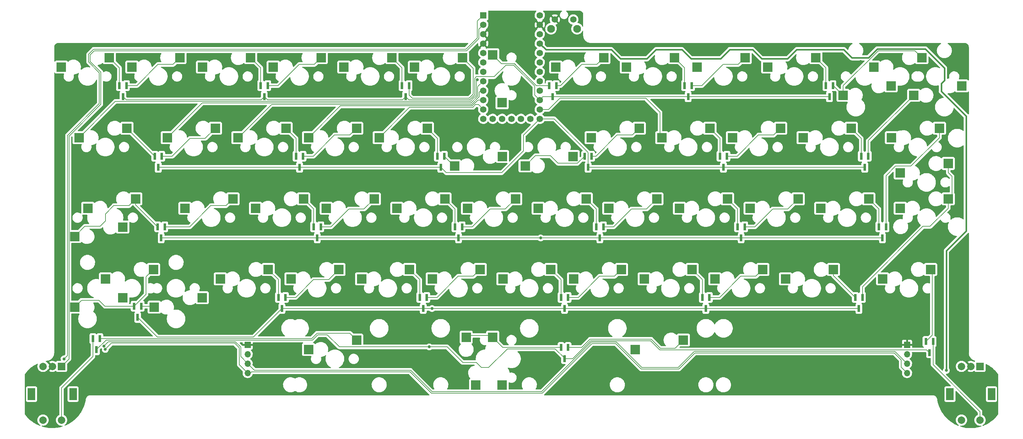
<source format=gbl>
G04 #@! TF.GenerationSoftware,KiCad,Pcbnew,(6.0.1-0)*
G04 #@! TF.CreationDate,2022-06-20T16:47:26-07:00*
G04 #@! TF.ProjectId,sketchy_v2,736b6574-6368-4795-9f76-322e6b696361,1*
G04 #@! TF.SameCoordinates,Original*
G04 #@! TF.FileFunction,Copper,L2,Bot*
G04 #@! TF.FilePolarity,Positive*
%FSLAX46Y46*%
G04 Gerber Fmt 4.6, Leading zero omitted, Abs format (unit mm)*
G04 Created by KiCad (PCBNEW (6.0.1-0)) date 2022-06-20 16:47:26*
%MOMM*%
%LPD*%
G01*
G04 APERTURE LIST*
G04 #@! TA.AperFunction,ComponentPad*
%ADD10R,1.700000X1.700000*%
G04 #@! TD*
G04 #@! TA.AperFunction,ComponentPad*
%ADD11O,1.700000X1.700000*%
G04 #@! TD*
G04 #@! TA.AperFunction,ComponentPad*
%ADD12R,2.000000X2.000000*%
G04 #@! TD*
G04 #@! TA.AperFunction,ComponentPad*
%ADD13C,2.000000*%
G04 #@! TD*
G04 #@! TA.AperFunction,ComponentPad*
%ADD14R,2.000000X3.200000*%
G04 #@! TD*
G04 #@! TA.AperFunction,ComponentPad*
%ADD15R,1.752600X1.752600*%
G04 #@! TD*
G04 #@! TA.AperFunction,ComponentPad*
%ADD16C,1.752600*%
G04 #@! TD*
G04 #@! TA.AperFunction,SMDPad,CuDef*
%ADD17R,2.550000X2.500000*%
G04 #@! TD*
G04 #@! TA.AperFunction,SMDPad,CuDef*
%ADD18R,2.500000X2.550000*%
G04 #@! TD*
G04 #@! TA.AperFunction,ComponentPad*
%ADD19C,2.100000*%
G04 #@! TD*
G04 #@! TA.AperFunction,ComponentPad*
%ADD20C,1.750000*%
G04 #@! TD*
G04 #@! TA.AperFunction,SMDPad,CuDef*
%ADD21R,0.800000X1.900000*%
G04 #@! TD*
G04 #@! TA.AperFunction,ViaPad*
%ADD22C,0.800000*%
G04 #@! TD*
G04 #@! TA.AperFunction,Conductor*
%ADD23C,0.203200*%
G04 #@! TD*
G04 #@! TA.AperFunction,Conductor*
%ADD24C,0.381000*%
G04 #@! TD*
G04 APERTURE END LIST*
D10*
X255085750Y-121602500D03*
D11*
X255085750Y-124142500D03*
X255085750Y-126682500D03*
X255085750Y-129222500D03*
D12*
X274756250Y-127437500D03*
D13*
X269756250Y-127437500D03*
X272256250Y-127437500D03*
D14*
X277856250Y-134937500D03*
X266656250Y-134937500D03*
D13*
X269756250Y-141937500D03*
X274756250Y-141937500D03*
D12*
X27106250Y-127437500D03*
D13*
X22106250Y-127437500D03*
X24606250Y-127437500D03*
D14*
X30206250Y-134937500D03*
X19006250Y-134937500D03*
D13*
X22106250Y-141937500D03*
X27106250Y-141937500D03*
D10*
X77285750Y-121602500D03*
D11*
X77285750Y-124142500D03*
X77285750Y-126682500D03*
X77285750Y-129222500D03*
D15*
X140811250Y-32702500D03*
D16*
X140811250Y-35242500D03*
X140811250Y-37782500D03*
X140811250Y-40322500D03*
X140811250Y-42862500D03*
X140811250Y-45402500D03*
X140811250Y-47942500D03*
X140811250Y-50482500D03*
X140811250Y-53022500D03*
X140811250Y-55562500D03*
X140811250Y-58102500D03*
X140811250Y-60642500D03*
X156051250Y-60642500D03*
X156051250Y-58102500D03*
X156051250Y-55562500D03*
X156051250Y-53022500D03*
X156051250Y-50482500D03*
X156051250Y-47942500D03*
X156051250Y-45402500D03*
X156051250Y-42862500D03*
X156051250Y-40322500D03*
X156051250Y-37782500D03*
X156051250Y-35242500D03*
X156051250Y-32702500D03*
X143351250Y-60642500D03*
X145891250Y-60642500D03*
X148431250Y-60642500D03*
X150971250Y-60642500D03*
X153511250Y-60642500D03*
D17*
X108008750Y-103822500D03*
X120935750Y-101282500D03*
D18*
X145891250Y-132497500D03*
X143351250Y-119570500D03*
D17*
X188971250Y-65722500D03*
X201898250Y-63182500D03*
X165041250Y-70802500D03*
X152114250Y-73342500D03*
D18*
X145891250Y-56297500D03*
X143351250Y-43370500D03*
D17*
X112771250Y-65722500D03*
X125698250Y-63182500D03*
X38952500Y-103822500D03*
X51879500Y-101282500D03*
X65028750Y-108902500D03*
X52101750Y-111442500D03*
X79433750Y-84772500D03*
X92360750Y-82232500D03*
X55621250Y-65722500D03*
X68548250Y-63182500D03*
X160396250Y-46672500D03*
X173323250Y-44132500D03*
X246121250Y-46672500D03*
X259048250Y-44132500D03*
X93721250Y-122872500D03*
X106648250Y-120332500D03*
X184208750Y-103822500D03*
X197135750Y-101282500D03*
X117533750Y-84772500D03*
X130460750Y-82232500D03*
X34190000Y-84772500D03*
X47117000Y-82232500D03*
X169921250Y-65722500D03*
X182848250Y-63182500D03*
X181827500Y-122872500D03*
X194754500Y-120332500D03*
X145991250Y-70802500D03*
X133064250Y-73342500D03*
X253265000Y-84772500D03*
X266192000Y-82232500D03*
X127058750Y-103822500D03*
X139985750Y-101282500D03*
X74671250Y-65722500D03*
X87598250Y-63182500D03*
X98483750Y-84772500D03*
X111410750Y-82232500D03*
X193733750Y-84772500D03*
X206660750Y-82232500D03*
X88958750Y-103822500D03*
X101885750Y-101282500D03*
X253265000Y-75247500D03*
X266192000Y-72707500D03*
X217546250Y-46672500D03*
X230473250Y-44132500D03*
X203258750Y-103822500D03*
X216185750Y-101282500D03*
X46096250Y-46672500D03*
X59023250Y-44132500D03*
X69908750Y-103822500D03*
X82835750Y-101282500D03*
D18*
X138747500Y-132497500D03*
X136207500Y-119570500D03*
D17*
X65146250Y-46672500D03*
X78073250Y-44132500D03*
X179446250Y-46672500D03*
X192373250Y-44132500D03*
X269816250Y-51752500D03*
X256889250Y-54292500D03*
X27046250Y-46672500D03*
X39973250Y-44132500D03*
X208021250Y-65722500D03*
X220948250Y-63182500D03*
X222308750Y-103822500D03*
X235235750Y-101282500D03*
X60383750Y-84772500D03*
X73310750Y-82232500D03*
X212783750Y-84772500D03*
X225710750Y-82232500D03*
X250883750Y-65722500D03*
X263810750Y-63182500D03*
X198496250Y-46672500D03*
X211423250Y-44132500D03*
X43597500Y-89852500D03*
X30670500Y-92392500D03*
X174683750Y-84772500D03*
X187610750Y-82232500D03*
X250766250Y-51752500D03*
X237839250Y-54292500D03*
X146108750Y-103822500D03*
X159035750Y-101282500D03*
X155633750Y-84772500D03*
X168560750Y-82232500D03*
X248502500Y-103822500D03*
X261429500Y-101282500D03*
X31808750Y-65722500D03*
X44735750Y-63182500D03*
X43597500Y-108902500D03*
X30670500Y-111442500D03*
X84196250Y-46672500D03*
X97123250Y-44132500D03*
X122296250Y-46672500D03*
X135223250Y-44132500D03*
X136583750Y-84772500D03*
X149510750Y-82232500D03*
X231833750Y-84772500D03*
X244760750Y-82232500D03*
X227071250Y-65722500D03*
X239998250Y-63182500D03*
X165158750Y-103822500D03*
X178085750Y-101282500D03*
X93721250Y-65722500D03*
X106648250Y-63182500D03*
X103246250Y-46672500D03*
X116173250Y-44132500D03*
D19*
X166100000Y-36333750D03*
X159090000Y-36333750D03*
D20*
X165100000Y-33843750D03*
X160100000Y-33843750D03*
D21*
X42706250Y-51681250D03*
X44606250Y-51681250D03*
X43656250Y-54681250D03*
X80806250Y-51681250D03*
X82706250Y-51681250D03*
X81756250Y-54681250D03*
X195106250Y-51681250D03*
X197006250Y-51681250D03*
X196056250Y-54681250D03*
X247493750Y-89781250D03*
X249393750Y-89781250D03*
X248443750Y-92781250D03*
X46675000Y-111212500D03*
X48575000Y-111212500D03*
X47625000Y-114212500D03*
X53025000Y-89781250D03*
X54925000Y-89781250D03*
X53975000Y-92781250D03*
X161768750Y-122325000D03*
X163668750Y-122325000D03*
X162718750Y-125325000D03*
X158593750Y-51681250D03*
X160493750Y-51681250D03*
X159543750Y-54681250D03*
X123668750Y-108831250D03*
X125568750Y-108831250D03*
X124618750Y-111831250D03*
X199868750Y-108831250D03*
X201768750Y-108831250D03*
X200818750Y-111831250D03*
X133193750Y-89781250D03*
X135093750Y-89781250D03*
X134143750Y-92781250D03*
X52231250Y-70731250D03*
X54131250Y-70731250D03*
X53181250Y-73731250D03*
X260193750Y-120737500D03*
X262093750Y-120737500D03*
X261143750Y-123737500D03*
X35562500Y-119943750D03*
X37462500Y-119943750D03*
X36512500Y-122943750D03*
X204631250Y-70731250D03*
X206531250Y-70731250D03*
X205581250Y-73731250D03*
X171293750Y-89781250D03*
X173193750Y-89781250D03*
X172243750Y-92781250D03*
X95093750Y-89781250D03*
X96993750Y-89781250D03*
X96043750Y-92781250D03*
X128431250Y-70731250D03*
X130331250Y-70731250D03*
X129381250Y-73731250D03*
X241143750Y-108831250D03*
X243043750Y-108831250D03*
X242093750Y-111831250D03*
X233206250Y-51681250D03*
X235106250Y-51681250D03*
X234156250Y-54681250D03*
X85568750Y-108831250D03*
X87468750Y-108831250D03*
X86518750Y-111831250D03*
X118906250Y-51681250D03*
X120806250Y-51681250D03*
X119856250Y-54681250D03*
X168118750Y-70731250D03*
X170018750Y-70731250D03*
X169068750Y-73731250D03*
X90331250Y-70731250D03*
X92231250Y-70731250D03*
X91281250Y-73731250D03*
X161768750Y-108831250D03*
X163668750Y-108831250D03*
X162718750Y-111831250D03*
X209393750Y-89781250D03*
X211293750Y-89781250D03*
X210343750Y-92781250D03*
X242731250Y-70731250D03*
X244631250Y-70731250D03*
X243681250Y-73731250D03*
D22*
X156281250Y-92781250D03*
X126999989Y-111831250D03*
X126247621Y-122183621D03*
X227012500Y-65881250D03*
X217487500Y-46831250D03*
X222250000Y-103981250D03*
X248443750Y-103981250D03*
X231775000Y-84931250D03*
X253206250Y-75406250D03*
X269875000Y-51593750D03*
X246062500Y-46831250D03*
X253206250Y-84931250D03*
X250825000Y-65881250D03*
X250825000Y-51593750D03*
X38900179Y-122853491D03*
X38517684Y-121930072D03*
X265684000Y-128524000D03*
X27781250Y-125412500D03*
X139203397Y-50089253D03*
X31750000Y-65881250D03*
X26987500Y-46831250D03*
X34131250Y-84931250D03*
X43656250Y-108743750D03*
X38893750Y-103981250D03*
X43656250Y-89693750D03*
X60325000Y-84931250D03*
X93662500Y-123031250D03*
X55562500Y-65881250D03*
X65087500Y-108743750D03*
X46037500Y-46831250D03*
X69850000Y-104140000D03*
X65087500Y-46831250D03*
X79375000Y-84931250D03*
X74612500Y-65881250D03*
X98425000Y-84931250D03*
X88900000Y-103981250D03*
X93662500Y-65881250D03*
X84137500Y-46831250D03*
X112712500Y-65881250D03*
X117475000Y-84931250D03*
X103187500Y-46831250D03*
X107950000Y-103981250D03*
X127000000Y-103981250D03*
X122237500Y-46831250D03*
X136525000Y-84931250D03*
X146050000Y-70643750D03*
X146050000Y-103981250D03*
X155575000Y-84931250D03*
X165100000Y-70643750D03*
X146050000Y-56356250D03*
X169862500Y-65881250D03*
X174625000Y-84931250D03*
X165100000Y-103981250D03*
X160337500Y-46831250D03*
X138906250Y-132556250D03*
X184150000Y-103981250D03*
X179387500Y-46831250D03*
X188912500Y-65881250D03*
X146050000Y-132556250D03*
X193675000Y-84931250D03*
X212725000Y-84931250D03*
X181768750Y-123031250D03*
X203200000Y-103981250D03*
X207962500Y-65881250D03*
X198437500Y-46831250D03*
X269748000Y-42164000D03*
X252412500Y-43656250D03*
X268224000Y-55118000D03*
X119888000Y-125476000D03*
X271018000Y-57658000D03*
X119856250Y-43656250D03*
X81756250Y-44450000D03*
X39687500Y-53181250D03*
X72136000Y-70104000D03*
X163068000Y-58928000D03*
X257175000Y-58737500D03*
X154940000Y-124460000D03*
X53181250Y-84137500D03*
X133350000Y-52387500D03*
X109537500Y-43656250D03*
X22225000Y-131762500D03*
X163000000Y-38400000D03*
X100806250Y-50800000D03*
X259080000Y-131572000D03*
X62706250Y-50800000D03*
X33782000Y-54356000D03*
X150368000Y-57404000D03*
X52387500Y-44450000D03*
X27178000Y-42164000D03*
X269081250Y-108743750D03*
X242570000Y-45212000D03*
X40481250Y-115887500D03*
X215106250Y-51593750D03*
X177006250Y-50800000D03*
X110236000Y-70612000D03*
X59531250Y-134143750D03*
X165900000Y-44100000D03*
D23*
X42706250Y-46865500D02*
X42706250Y-51681250D01*
X39973250Y-44132500D02*
X42706250Y-46865500D01*
X143764000Y-49276000D02*
X138938000Y-49276000D01*
X234156250Y-54681250D02*
X196056250Y-54681250D01*
X154686000Y-54197250D02*
X154686000Y-51786000D01*
X82604641Y-55529641D02*
X119007859Y-55529641D01*
X159543750Y-54681250D02*
X196056250Y-54681250D01*
X119007859Y-55529641D02*
X119856250Y-54681250D01*
X156051250Y-55562500D02*
X154686000Y-54197250D01*
X81756250Y-54681250D02*
X82604641Y-55529641D01*
X138938000Y-49276000D02*
X138502297Y-49711703D01*
X149063164Y-46163164D02*
X146876836Y-46163164D01*
X137165045Y-55529641D02*
X120704641Y-55529641D01*
X146876836Y-46163164D02*
X143764000Y-49276000D01*
X80907859Y-55529641D02*
X44504641Y-55529641D01*
X120704641Y-55529641D02*
X119856250Y-54681250D01*
X156932500Y-54681250D02*
X156051250Y-55562500D01*
X138502297Y-54192389D02*
X137165045Y-55529641D01*
X44504641Y-55529641D02*
X43656250Y-54681250D01*
X154686000Y-51786000D02*
X149063164Y-46163164D01*
X159543750Y-54681250D02*
X156932500Y-54681250D01*
X138502297Y-49711703D02*
X138502297Y-54192389D01*
X81756250Y-54681250D02*
X80907859Y-55529641D01*
X59023250Y-44132500D02*
X57172129Y-45983621D01*
X57172129Y-45983621D02*
X53093767Y-45983621D01*
X53093767Y-45983621D02*
X47396138Y-51681250D01*
X47396138Y-51681250D02*
X44606250Y-51681250D01*
X80806250Y-46865500D02*
X80806250Y-51681250D01*
X78073250Y-44132500D02*
X80806250Y-46865500D01*
X151650129Y-69329871D02*
X145786379Y-75193621D01*
X156051250Y-60642500D02*
X159982222Y-60642500D01*
X205581250Y-73731250D02*
X243681250Y-73731250D01*
X53181250Y-73731250D02*
X91281250Y-73731250D01*
X91281250Y-73731250D02*
X129381250Y-73731250D01*
X169068750Y-69729028D02*
X169068750Y-73731250D01*
X169068750Y-73731250D02*
X205581250Y-73731250D01*
X130843621Y-75193621D02*
X129381250Y-73731250D01*
X159982222Y-60642500D02*
X169068750Y-69729028D01*
X145786379Y-75193621D02*
X130843621Y-75193621D01*
X151650129Y-65043621D02*
X151650129Y-69329871D01*
X156051250Y-60642500D02*
X151650129Y-65043621D01*
X85466498Y-51681250D02*
X82706250Y-51681250D01*
X91164127Y-45983621D02*
X85466498Y-51681250D01*
X97123250Y-44132500D02*
X95272129Y-45983621D01*
X95272129Y-45983621D02*
X91164127Y-45983621D01*
X116173250Y-44132500D02*
X118906250Y-46865500D01*
X118906250Y-46865500D02*
X118906250Y-51681250D01*
X136998233Y-55126921D02*
X121674921Y-55126921D01*
X138099577Y-47008827D02*
X138099577Y-54025577D01*
X138099577Y-54025577D02*
X136998233Y-55126921D01*
X135223250Y-44132500D02*
X138099577Y-47008827D01*
X120806250Y-54258250D02*
X120806250Y-51681250D01*
X121674921Y-55126921D02*
X120806250Y-54258250D01*
X158593750Y-51681250D02*
X155150782Y-51681250D01*
X143351250Y-43370500D02*
X145741194Y-45760444D01*
X149229976Y-45760444D02*
X150059766Y-46590234D01*
X149239556Y-45770024D02*
X149239556Y-45760444D01*
X150059766Y-46590234D02*
X149239556Y-45770024D01*
X145741194Y-45760444D02*
X149229976Y-45760444D01*
X155150782Y-51681250D02*
X150059766Y-46590234D01*
X167364127Y-45983621D02*
X161666498Y-51681250D01*
X171472129Y-45983621D02*
X167364127Y-45983621D01*
X161666498Y-51681250D02*
X160493750Y-51681250D01*
X173323250Y-44132500D02*
X171472129Y-45983621D01*
X192373250Y-44132500D02*
X195106250Y-46865500D01*
X195106250Y-46865500D02*
X195106250Y-51681250D01*
X205464127Y-45983621D02*
X199766498Y-51681250D01*
X199766498Y-51681250D02*
X197006250Y-51681250D01*
X209572129Y-45983621D02*
X205464127Y-45983621D01*
X211423250Y-44132500D02*
X209572129Y-45983621D01*
X233206250Y-46865500D02*
X233206250Y-51681250D01*
X230473250Y-44132500D02*
X233206250Y-46865500D01*
X235228000Y-51681250D02*
X235106250Y-51681250D01*
X237839250Y-51738138D02*
X237839250Y-54292500D01*
X259048250Y-44132500D02*
X257197129Y-42281379D01*
X257197129Y-42281379D02*
X247296009Y-42281379D01*
X247296009Y-42281379D02*
X237839250Y-51738138D01*
X237839250Y-54292500D02*
X235228000Y-51681250D01*
X44735750Y-63182500D02*
X44735750Y-63235750D01*
X44735750Y-63235750D02*
X52231250Y-70731250D01*
X68548250Y-63182500D02*
X65813271Y-65917479D01*
X61734909Y-65917479D02*
X56921138Y-70731250D01*
X56921138Y-70731250D02*
X54131250Y-70731250D01*
X65813271Y-65917479D02*
X61734909Y-65917479D01*
X87598250Y-63182500D02*
X90331250Y-65915500D01*
X90331250Y-65915500D02*
X90331250Y-70731250D01*
X100689127Y-65033621D02*
X94991498Y-70731250D01*
X106648250Y-63182500D02*
X104797129Y-65033621D01*
X94991498Y-70731250D02*
X92231250Y-70731250D01*
X104797129Y-65033621D02*
X100689127Y-65033621D01*
X128431250Y-65915500D02*
X128431250Y-70731250D01*
X125698250Y-63182500D02*
X128431250Y-65915500D01*
X132942500Y-73342500D02*
X130331250Y-70731250D01*
X133064250Y-73342500D02*
X132942500Y-73342500D01*
X160999489Y-72653621D02*
X166196379Y-72653621D01*
X152114250Y-73342500D02*
X154849229Y-70607521D01*
X154849229Y-70607521D02*
X158953389Y-70607521D01*
X166196379Y-72653621D02*
X168118750Y-70731250D01*
X158953389Y-70607521D02*
X160999489Y-72653621D01*
X182848250Y-63182500D02*
X180997129Y-65033621D01*
X171191498Y-70731250D02*
X170018750Y-70731250D01*
X180997129Y-65033621D02*
X176889127Y-65033621D01*
X176889127Y-65033621D02*
X171191498Y-70731250D01*
X201898250Y-63182500D02*
X204631250Y-65915500D01*
X204631250Y-65915500D02*
X204631250Y-70731250D01*
X210343750Y-92781250D02*
X248443750Y-92781250D01*
X156281250Y-92781250D02*
X172243750Y-92781250D01*
X96043750Y-92781250D02*
X134143750Y-92781250D01*
X53975000Y-92781250D02*
X96043750Y-92781250D01*
X172243750Y-92781250D02*
X210343750Y-92781250D01*
X134143750Y-92781250D02*
X156281250Y-92781250D01*
X214989127Y-65033621D02*
X209291498Y-70731250D01*
X220948250Y-63182500D02*
X219097129Y-65033621D01*
X209291498Y-70731250D02*
X206531250Y-70731250D01*
X219097129Y-65033621D02*
X214989127Y-65033621D01*
X242731250Y-65915500D02*
X242731250Y-70731250D01*
X239998250Y-63182500D02*
X242731250Y-65915500D01*
X52953530Y-119541030D02*
X47625000Y-114212500D01*
X124618750Y-111831250D02*
X86518750Y-111831250D01*
X78808970Y-119541030D02*
X52953530Y-119541030D01*
X162718750Y-111831250D02*
X124618750Y-111831250D01*
X86518750Y-111831250D02*
X78808970Y-119541030D01*
X200818750Y-111831250D02*
X162718750Y-111831250D01*
X242093750Y-111831250D02*
X200818750Y-111831250D01*
X244631250Y-66550500D02*
X244631250Y-70731250D01*
X256889250Y-54292500D02*
X244631250Y-66550500D01*
X45265879Y-84083621D02*
X47117000Y-82232500D01*
X33405479Y-89657521D02*
X37483841Y-89657521D01*
X47117000Y-82232500D02*
X47117000Y-83873250D01*
X37483841Y-89657521D02*
X38929979Y-88211383D01*
X41187517Y-84083621D02*
X45265879Y-84083621D01*
X47117000Y-83873250D02*
X53025000Y-89781250D01*
X38929979Y-86341159D02*
X41187517Y-84083621D01*
X30670500Y-92392500D02*
X33405479Y-89657521D01*
X38929979Y-88211383D02*
X38929979Y-86341159D01*
X61653998Y-89781250D02*
X54925000Y-89781250D01*
X73310750Y-82232500D02*
X71459629Y-84083621D01*
X71459629Y-84083621D02*
X67351627Y-84083621D01*
X67351627Y-84083621D02*
X61653998Y-89781250D01*
X95093750Y-84965500D02*
X95093750Y-89781250D01*
X92360750Y-82232500D02*
X95093750Y-84965500D01*
X108675771Y-84967479D02*
X104567769Y-84967479D01*
X111410750Y-82232500D02*
X108675771Y-84967479D01*
X99753998Y-89781250D02*
X96993750Y-89781250D01*
X104567769Y-84967479D02*
X99753998Y-89781250D01*
X130460750Y-82232500D02*
X133193750Y-84965500D01*
X133193750Y-84965500D02*
X133193750Y-89781250D01*
X146775771Y-84967479D02*
X142697409Y-84967479D01*
X142697409Y-84967479D02*
X137883638Y-89781250D01*
X137883638Y-89781250D02*
X135093750Y-89781250D01*
X149510750Y-82232500D02*
X146775771Y-84967479D01*
X171293750Y-84965500D02*
X171293750Y-89781250D01*
X168560750Y-82232500D02*
X171293750Y-84965500D01*
X184875771Y-84967479D02*
X180767769Y-84967479D01*
X175953998Y-89781250D02*
X173193750Y-89781250D01*
X180767769Y-84967479D02*
X175953998Y-89781250D01*
X187610750Y-82232500D02*
X184875771Y-84967479D01*
X206660750Y-82232500D02*
X209393750Y-84965500D01*
X209393750Y-84965500D02*
X209393750Y-89781250D01*
X225710750Y-82232500D02*
X222975771Y-84967479D01*
X214053998Y-89781250D02*
X211293750Y-89781250D01*
X218867769Y-84967479D02*
X214053998Y-89781250D01*
X222975771Y-84967479D02*
X218867769Y-84967479D01*
X247493750Y-84965500D02*
X247493750Y-89781250D01*
X244760750Y-82232500D02*
X247493750Y-84965500D01*
X263810750Y-65736862D02*
X256151233Y-73396379D01*
X263810750Y-63182500D02*
X263810750Y-65736862D01*
X256151233Y-73396379D02*
X251988899Y-73396379D01*
X251988899Y-73396379D02*
X249393750Y-75991528D01*
X249393750Y-75991528D02*
X249393750Y-89781250D01*
X32521621Y-109591379D02*
X37201379Y-109591379D01*
X38822500Y-111212500D02*
X46675000Y-111212500D01*
X30670500Y-111442500D02*
X32521621Y-109591379D01*
X51879500Y-101282500D02*
X49891379Y-103270621D01*
X37201379Y-109591379D02*
X38822500Y-111212500D01*
X49891379Y-103270621D02*
X49891379Y-107996121D01*
X49891379Y-107996121D02*
X46675000Y-111212500D01*
X162718750Y-125227222D02*
X162718750Y-125325000D01*
X142258841Y-127757521D02*
X147288642Y-122727720D01*
X131073621Y-122183621D02*
X135273841Y-126383841D01*
X147288642Y-122727720D02*
X160219248Y-122727720D01*
X36512500Y-122943750D02*
X39109780Y-120346470D01*
X260397639Y-122991389D02*
X188408803Y-122991389D01*
X98710435Y-118884099D02*
X102009957Y-122183621D01*
X160219248Y-122727720D02*
X162718750Y-125227222D01*
X102009957Y-122183621D02*
X126247621Y-122183621D01*
X164935468Y-125325000D02*
X162718750Y-125325000D01*
X39109780Y-120346470D02*
X94710562Y-120346470D01*
X261143750Y-123737500D02*
X260397639Y-122991389D01*
X138942479Y-126383841D02*
X140316159Y-127757521D01*
X188408803Y-122991389D02*
X185918694Y-120501280D01*
X135273841Y-126383841D02*
X138942479Y-126383841D01*
X185918694Y-120501280D02*
X169759188Y-120501280D01*
X94710562Y-120346470D02*
X96172933Y-118884099D01*
X169759188Y-120501280D02*
X164935468Y-125325000D01*
X126247621Y-122183621D02*
X131073621Y-122183621D01*
X96172933Y-118884099D02*
X98710435Y-118884099D01*
X140316159Y-127757521D02*
X142258841Y-127757521D01*
X51871750Y-111212500D02*
X52101750Y-111442500D01*
X48575000Y-111212500D02*
X51871750Y-111212500D01*
X82835750Y-101282500D02*
X85568750Y-104015500D01*
X85568750Y-104015500D02*
X85568750Y-108831250D01*
X90228998Y-108831250D02*
X87468750Y-108831250D01*
X99150771Y-104017479D02*
X95042769Y-104017479D01*
X101885750Y-101282500D02*
X99150771Y-104017479D01*
X95042769Y-104017479D02*
X90228998Y-108831250D01*
X123668750Y-104015500D02*
X123668750Y-108831250D01*
X120935750Y-101282500D02*
X123668750Y-104015500D01*
X128328998Y-108831250D02*
X134026627Y-103133621D01*
X125568750Y-108831250D02*
X128328998Y-108831250D01*
X138134629Y-103133621D02*
X139985750Y-101282500D01*
X134026627Y-103133621D02*
X138134629Y-103133621D01*
X159035750Y-101282500D02*
X161768750Y-104015500D01*
X161768750Y-104015500D02*
X161768750Y-108831250D01*
X176234629Y-103133621D02*
X178085750Y-101282500D01*
X166428998Y-108831250D02*
X172126627Y-103133621D01*
X172126627Y-103133621D02*
X176234629Y-103133621D01*
X163668750Y-108831250D02*
X166428998Y-108831250D01*
X197135750Y-101282500D02*
X199868750Y-104015500D01*
X199868750Y-104015500D02*
X199868750Y-108831250D01*
X204528998Y-108831250D02*
X210226627Y-103133621D01*
X214334629Y-103133621D02*
X216185750Y-101282500D01*
X201768750Y-108831250D02*
X204528998Y-108831250D01*
X210226627Y-103133621D02*
X214334629Y-103133621D01*
X235235750Y-102923250D02*
X241143750Y-108831250D01*
X235235750Y-101282500D02*
X235235750Y-102923250D01*
X261321341Y-89657521D02*
X266192000Y-84786862D01*
X266192000Y-84786862D02*
X266192000Y-82232500D01*
X266192000Y-72707500D02*
X266192000Y-75184000D01*
X267208000Y-76200000D02*
X267208000Y-81216500D01*
X243043750Y-108831250D02*
X243043750Y-105992430D01*
X259378659Y-89657521D02*
X261321341Y-89657521D01*
X243043750Y-105992430D02*
X259378659Y-89657521D01*
X266192000Y-75184000D02*
X267208000Y-76200000D01*
X267208000Y-81216500D02*
X266192000Y-82232500D01*
X27106250Y-141937500D02*
X27106250Y-133231250D01*
X35562500Y-124775000D02*
X35562500Y-119943750D01*
X27106250Y-133231250D02*
X35562500Y-124775000D01*
X104797129Y-118481379D02*
X106648250Y-120332500D01*
X94543750Y-119943750D02*
X96006121Y-118481379D01*
X37462500Y-119943750D02*
X94543750Y-119943750D01*
X96006121Y-118481379D02*
X104797129Y-118481379D01*
X136671621Y-119106379D02*
X142887129Y-119106379D01*
X136207500Y-119570500D02*
X136671621Y-119106379D01*
X146080750Y-122325000D02*
X161768750Y-122325000D01*
X142887129Y-119106379D02*
X143351250Y-119570500D01*
X143351250Y-119595500D02*
X146080750Y-122325000D01*
X143351250Y-119570500D02*
X143351250Y-119595500D01*
X188575615Y-122588669D02*
X186085506Y-120098560D01*
X192498331Y-122588669D02*
X188575615Y-122588669D01*
X167365936Y-122325000D02*
X163668750Y-122325000D01*
X169592376Y-120098560D02*
X167365936Y-122325000D01*
X186085506Y-120098560D02*
X169592376Y-120098560D01*
X194754500Y-120332500D02*
X192498331Y-122588669D01*
X261429500Y-101282500D02*
X261893621Y-101746621D01*
X261893621Y-101746621D02*
X261893621Y-119037629D01*
X261893621Y-119037629D02*
X260193750Y-120737500D01*
X262093750Y-126965750D02*
X274756250Y-139628250D01*
X262093750Y-120737500D02*
X262093750Y-126965750D01*
X274756250Y-139628250D02*
X274756250Y-141937500D01*
X126815511Y-134675341D02*
X156724191Y-134675341D01*
X253492000Y-125658282D02*
X253492000Y-127628750D01*
X40601760Y-121151910D02*
X73751128Y-121151910D01*
X73751128Y-121151910D02*
X75003530Y-122404312D01*
X251630547Y-123796829D02*
X253492000Y-125658282D01*
X77285750Y-129222500D02*
X78041500Y-129222500D01*
X75003530Y-122404312D02*
X75003530Y-126940280D01*
X183418487Y-128160241D02*
X193548289Y-128160241D01*
X197911701Y-123796829D02*
X251630547Y-123796829D01*
X78353660Y-128910340D02*
X121050511Y-128910340D01*
X78041500Y-129222500D02*
X78353660Y-128910340D01*
X121050511Y-128910340D02*
X126815511Y-134675341D01*
X253492000Y-127628750D02*
X255085750Y-129222500D01*
X176564966Y-121306720D02*
X183418487Y-128160241D01*
X156724191Y-134675341D02*
X170092812Y-121306720D01*
X170092812Y-121306720D02*
X176564966Y-121306720D01*
X38900179Y-122853491D02*
X40601760Y-121151910D01*
X75003530Y-126940280D02*
X77285750Y-129222500D01*
X193548289Y-128160241D02*
X197911701Y-123796829D01*
X75406250Y-122237500D02*
X75406250Y-124803000D01*
X183585299Y-127757521D02*
X193381477Y-127757521D01*
X77285750Y-126682500D02*
X79110870Y-128507620D01*
X156557379Y-134272621D02*
X169926000Y-120904000D01*
X75406250Y-124803000D02*
X77285750Y-126682500D01*
X121217323Y-128507620D02*
X126982323Y-134272621D01*
X73917940Y-120749190D02*
X75406250Y-122237500D01*
X126982323Y-134272621D02*
X156557379Y-134272621D01*
X79110870Y-128507620D02*
X121217323Y-128507620D01*
X38517684Y-121930072D02*
X39698566Y-120749190D01*
X176731778Y-120904000D02*
X183585299Y-127757521D01*
X193381477Y-127757521D02*
X197744889Y-123394109D01*
X169926000Y-120904000D02*
X176731778Y-120904000D01*
X251797359Y-123394109D02*
X255085750Y-126682500D01*
X39698566Y-120749190D02*
X73917940Y-120749190D01*
X197744889Y-123394109D02*
X251797359Y-123394109D01*
D24*
X213436200Y-41986200D02*
X215900000Y-44450000D01*
X184943750Y-44450000D02*
X187407550Y-41986200D01*
X260010531Y-41789759D02*
X265165171Y-46944399D01*
X175336200Y-41986200D02*
X177800000Y-44450000D01*
X177800000Y-44450000D02*
X184943750Y-44450000D01*
X194386200Y-41986200D02*
X196850000Y-44450000D01*
X265165171Y-50220664D02*
X264318750Y-51067085D01*
X222878650Y-44450000D02*
X225342450Y-41986200D01*
X204787500Y-44450000D02*
X207251300Y-41986200D01*
X247092374Y-41789759D02*
X260010531Y-41789759D01*
X264318750Y-53181250D02*
X271038921Y-59901421D01*
X240247771Y-44191521D02*
X244690611Y-44191521D01*
X265165171Y-46944399D02*
X265165171Y-50220664D01*
X187407550Y-41986200D02*
X194386200Y-41986200D01*
X225342450Y-41986200D02*
X238042450Y-41986200D01*
X238042450Y-41986200D02*
X240247771Y-44191521D01*
X156051250Y-40322500D02*
X157714950Y-41986200D01*
X265684000Y-96266000D02*
X265684000Y-128524000D01*
X207251300Y-41986200D02*
X213436200Y-41986200D01*
X157714950Y-41986200D02*
X158445200Y-41986200D01*
X271038921Y-59901421D02*
X271038921Y-90911079D01*
X215900000Y-44450000D02*
X222878650Y-44450000D01*
X196850000Y-44450000D02*
X204787500Y-44450000D01*
X271038921Y-90911079D02*
X265684000Y-96266000D01*
X264318750Y-51067085D02*
X264318750Y-53181250D01*
X158445200Y-41986200D02*
X175336200Y-41986200D01*
X244690611Y-44191521D02*
X247092374Y-41789759D01*
D23*
X28691669Y-124502081D02*
X28691669Y-65142827D01*
X37300405Y-56534091D02*
X37300405Y-48188687D01*
X37300405Y-48188687D02*
X34417409Y-45305691D01*
X35737677Y-41878659D02*
X136145559Y-41878659D01*
X139231119Y-34282631D02*
X140811250Y-32702500D01*
X34417409Y-43198927D02*
X35737677Y-41878659D01*
X28691669Y-65142827D02*
X37300405Y-56534091D01*
X136145559Y-41878659D02*
X139231119Y-38793099D01*
X27781250Y-125412500D02*
X28691669Y-124502081D01*
X139231119Y-38793099D02*
X139231119Y-34282631D01*
X34417409Y-45305691D02*
X34417409Y-43198927D01*
X29094389Y-125449361D02*
X29094389Y-65309639D01*
X136312371Y-42281379D02*
X139633839Y-38959911D01*
X35904489Y-42281379D02*
X136312371Y-42281379D01*
X139633839Y-36419911D02*
X140811250Y-35242500D01*
X139633839Y-38959911D02*
X139633839Y-36419911D01*
X37703125Y-56700903D02*
X37703125Y-48021875D01*
X37703125Y-48021875D02*
X34820129Y-45138879D01*
X34820129Y-43365739D02*
X35904489Y-42281379D01*
X29094389Y-65309639D02*
X37703125Y-56700903D01*
X34820129Y-45138879D02*
X34820129Y-43365739D01*
X27106250Y-127437500D02*
X29094389Y-125449361D01*
X138224609Y-55039609D02*
X137331857Y-55932361D01*
X138905017Y-50387633D02*
X138905017Y-54359201D01*
X137331857Y-55932361D02*
X130503639Y-55932361D01*
X134164361Y-55932361D02*
X130503639Y-55932361D01*
X130503639Y-55932361D02*
X41598889Y-55932361D01*
X138905017Y-54359201D02*
X138224609Y-55039609D01*
X139203397Y-50089253D02*
X138905017Y-50387633D01*
X41598889Y-55932361D02*
X31808750Y-65722500D01*
X134867639Y-55932361D02*
X134164361Y-55932361D01*
X55621250Y-65722500D02*
X55646250Y-65722500D01*
X139307737Y-51986013D02*
X140811250Y-50482500D01*
X134955250Y-56344750D02*
X135901500Y-56344750D01*
X139307737Y-54526013D02*
X139307737Y-51986013D01*
X55646250Y-65722500D02*
X65024000Y-56344750D01*
X137489000Y-56344750D02*
X133338500Y-56344750D01*
X65024000Y-56344750D02*
X133338500Y-56344750D01*
X134955250Y-56344750D02*
X137489000Y-56344750D01*
X133338500Y-56344750D02*
X134955250Y-56344750D01*
X137489000Y-56344750D02*
X139307737Y-54526013D01*
X140154957Y-53022500D02*
X139710457Y-53467000D01*
X139710457Y-53467000D02*
X139710457Y-54692825D01*
X139710457Y-54692825D02*
X137655812Y-56747470D01*
X83746280Y-56747470D02*
X74612500Y-65881250D01*
X137655812Y-56747470D02*
X83746280Y-56747470D01*
X140811250Y-53022500D02*
X140154957Y-53022500D01*
X102287905Y-57155845D02*
X104399845Y-57155845D01*
X102361810Y-57150190D02*
X102367465Y-57155845D01*
X139410314Y-55562500D02*
X137816969Y-57155845D01*
X137816969Y-57155845D02*
X104399845Y-57155845D01*
X93721250Y-65722500D02*
X102287905Y-57155845D01*
X102367465Y-57155845D02*
X104399845Y-57155845D01*
X140811250Y-55562500D02*
X139410314Y-55562500D01*
X138728673Y-56813673D02*
X137983781Y-57558565D01*
X139522423Y-56813673D02*
X138728673Y-56813673D01*
X140811250Y-58102500D02*
X139522423Y-56813673D01*
X120935185Y-57558565D02*
X112771250Y-65722500D01*
X137983781Y-57558565D02*
X120935185Y-57558565D01*
X163610030Y-55083970D02*
X184623970Y-55083970D01*
X184623970Y-55083970D02*
X188468000Y-58928000D01*
X161438330Y-55083970D02*
X158419800Y-58102500D01*
X188468000Y-58928000D02*
X188468000Y-65219250D01*
X161609780Y-55083970D02*
X161716030Y-55083970D01*
X158419800Y-58102500D02*
X156051250Y-58102500D01*
X161716030Y-55083970D02*
X163610030Y-55083970D01*
X161438330Y-55083970D02*
X163610030Y-55083970D01*
X188468000Y-65219250D02*
X188971250Y-65722500D01*
G04 #@! TA.AperFunction,Conductor*
G36*
X176328186Y-121936822D02*
G01*
X176349160Y-121953725D01*
X182933559Y-128538124D01*
X182940675Y-128545942D01*
X182944661Y-128552224D01*
X182950441Y-128557652D01*
X182950442Y-128557653D01*
X182992434Y-128597086D01*
X182995276Y-128599841D01*
X183014222Y-128618787D01*
X183017361Y-128621222D01*
X183018011Y-128621795D01*
X183026142Y-128628742D01*
X183051246Y-128652315D01*
X183051249Y-128652317D01*
X183057029Y-128657745D01*
X183063974Y-128661563D01*
X183063977Y-128661565D01*
X183073807Y-128666969D01*
X183090334Y-128677825D01*
X183105453Y-128689553D01*
X183134314Y-128702042D01*
X183144322Y-128706373D01*
X183154983Y-128711595D01*
X183192109Y-128732006D01*
X183199788Y-128733978D01*
X183199789Y-128733978D01*
X183210648Y-128736766D01*
X183229353Y-128743170D01*
X183246921Y-128750772D01*
X183254753Y-128752012D01*
X183254758Y-128752014D01*
X183288766Y-128757401D01*
X183300379Y-128759805D01*
X183341413Y-128770341D01*
X183360550Y-128770341D01*
X183380261Y-128771892D01*
X183391341Y-128773647D01*
X183391343Y-128773647D01*
X183399171Y-128774887D01*
X183441347Y-128770900D01*
X183453206Y-128770341D01*
X193472611Y-128770341D01*
X193483163Y-128770839D01*
X193490417Y-128772460D01*
X193555884Y-128770403D01*
X193559841Y-128770341D01*
X193586672Y-128770341D01*
X193590599Y-128769845D01*
X193591505Y-128769788D01*
X193602149Y-128768949D01*
X193644488Y-128767619D01*
X193662875Y-128762277D01*
X193682232Y-128758269D01*
X193693354Y-128756864D01*
X193693355Y-128756864D01*
X193701221Y-128755870D01*
X193714097Y-128750772D01*
X193740607Y-128740277D01*
X193751834Y-128736433D01*
X193784898Y-128726826D01*
X193784900Y-128726825D01*
X193792514Y-128724613D01*
X193808994Y-128714867D01*
X193826734Y-128706176D01*
X193844543Y-128699125D01*
X193878821Y-128674221D01*
X193888741Y-128667705D01*
X193918368Y-128650184D01*
X193918371Y-128650182D01*
X193925195Y-128646146D01*
X193938722Y-128632619D01*
X193953756Y-128619778D01*
X193962836Y-128613181D01*
X193962837Y-128613180D01*
X193969251Y-128608520D01*
X193996263Y-128575868D01*
X194004252Y-128567089D01*
X198127507Y-124443834D01*
X198189819Y-124409808D01*
X198216602Y-124406929D01*
X251325646Y-124406929D01*
X251393767Y-124426931D01*
X251414741Y-124443834D01*
X252844995Y-125874089D01*
X252879021Y-125936401D01*
X252881900Y-125963184D01*
X252881900Y-127553072D01*
X252881402Y-127563624D01*
X252879781Y-127570878D01*
X252880030Y-127578799D01*
X252881838Y-127636345D01*
X252881900Y-127640302D01*
X252881900Y-127667133D01*
X252882396Y-127671060D01*
X252882453Y-127671966D01*
X252883292Y-127682610D01*
X252884622Y-127724949D01*
X252886834Y-127732562D01*
X252889964Y-127743336D01*
X252893972Y-127762693D01*
X252896371Y-127781682D01*
X252899291Y-127789057D01*
X252911964Y-127821068D01*
X252915808Y-127832295D01*
X252924037Y-127860615D01*
X252927628Y-127872975D01*
X252937374Y-127889455D01*
X252946065Y-127907195D01*
X252953116Y-127925004D01*
X252977558Y-127958646D01*
X252978020Y-127959282D01*
X252984536Y-127969202D01*
X252998477Y-127992774D01*
X253006095Y-128005656D01*
X253019622Y-128019183D01*
X253032463Y-128034217D01*
X253043721Y-128049712D01*
X253049829Y-128054765D01*
X253076372Y-128076723D01*
X253085152Y-128084713D01*
X253742713Y-128742274D01*
X253776739Y-128804586D01*
X253775035Y-128865040D01*
X253746739Y-128967070D01*
X253746191Y-128972200D01*
X253746190Y-128972204D01*
X253741933Y-129012042D01*
X253723001Y-129189195D01*
X253723298Y-129194348D01*
X253723298Y-129194351D01*
X253733325Y-129368248D01*
X253735860Y-129412215D01*
X253736997Y-129417261D01*
X253736998Y-129417267D01*
X253746095Y-129457632D01*
X253784972Y-129630139D01*
X253869016Y-129837116D01*
X253985737Y-130027588D01*
X254132000Y-130196438D01*
X254303876Y-130339132D01*
X254496750Y-130451838D01*
X254501575Y-130453680D01*
X254501576Y-130453681D01*
X254532147Y-130465355D01*
X254705442Y-130531530D01*
X254710510Y-130532561D01*
X254710513Y-130532562D01*
X254808891Y-130552577D01*
X254924347Y-130576067D01*
X254929522Y-130576257D01*
X254929524Y-130576257D01*
X255142423Y-130584064D01*
X255142427Y-130584064D01*
X255147587Y-130584253D01*
X255152707Y-130583597D01*
X255152709Y-130583597D01*
X255364038Y-130556525D01*
X255364039Y-130556525D01*
X255369166Y-130555868D01*
X255374116Y-130554383D01*
X255578179Y-130493161D01*
X255578184Y-130493159D01*
X255583134Y-130491674D01*
X255783744Y-130393396D01*
X255965610Y-130263673D01*
X256123846Y-130105989D01*
X256183344Y-130023189D01*
X256251185Y-129928777D01*
X256254203Y-129924577D01*
X256353180Y-129724311D01*
X256406004Y-129550447D01*
X256416615Y-129515523D01*
X256416615Y-129515521D01*
X256418120Y-129510569D01*
X256447279Y-129289090D01*
X256448693Y-129231237D01*
X256448824Y-129225865D01*
X256448824Y-129225861D01*
X256448906Y-129222500D01*
X256430602Y-128999861D01*
X256376181Y-128783202D01*
X256287104Y-128578340D01*
X256243331Y-128510677D01*
X256168572Y-128395117D01*
X256168570Y-128395114D01*
X256165764Y-128390777D01*
X256015420Y-128225551D01*
X256011369Y-128222352D01*
X256011365Y-128222348D01*
X255844164Y-128090300D01*
X255844160Y-128090298D01*
X255840109Y-128087098D01*
X255798803Y-128064296D01*
X255748834Y-128013864D01*
X255734062Y-127944421D01*
X255759178Y-127878016D01*
X255786530Y-127851409D01*
X255896513Y-127772959D01*
X255965610Y-127723673D01*
X255972283Y-127717024D01*
X256120185Y-127569637D01*
X256123846Y-127565989D01*
X256215482Y-127438464D01*
X256251185Y-127388777D01*
X256254203Y-127384577D01*
X256263239Y-127366295D01*
X256350886Y-127188953D01*
X256350887Y-127188951D01*
X256353180Y-127184311D01*
X256406887Y-127007540D01*
X256416615Y-126975523D01*
X256416616Y-126975518D01*
X256418120Y-126970569D01*
X256447279Y-126749090D01*
X256447853Y-126725615D01*
X256448824Y-126685865D01*
X256448824Y-126685861D01*
X256448906Y-126682500D01*
X256430602Y-126459861D01*
X256376181Y-126243202D01*
X256287104Y-126038340D01*
X256220178Y-125934888D01*
X256168572Y-125855117D01*
X256168570Y-125855114D01*
X256165764Y-125850777D01*
X256015420Y-125685551D01*
X256011369Y-125682352D01*
X256011365Y-125682348D01*
X255844164Y-125550300D01*
X255844160Y-125550298D01*
X255840109Y-125547098D01*
X255798803Y-125524296D01*
X255748834Y-125473864D01*
X255734062Y-125404421D01*
X255759178Y-125338016D01*
X255786530Y-125311409D01*
X255859975Y-125259021D01*
X255965610Y-125183673D01*
X255970034Y-125179265D01*
X256100589Y-125049165D01*
X256123846Y-125025989D01*
X256183717Y-124942670D01*
X256251185Y-124848777D01*
X256254203Y-124844577D01*
X256265599Y-124821520D01*
X256350886Y-124648953D01*
X256350887Y-124648951D01*
X256353180Y-124644311D01*
X256399319Y-124492451D01*
X256416615Y-124435523D01*
X256416615Y-124435521D01*
X256418120Y-124430569D01*
X256447279Y-124209090D01*
X256448773Y-124147939D01*
X256448824Y-124145865D01*
X256448824Y-124145861D01*
X256448906Y-124142500D01*
X256430602Y-123919861D01*
X256423656Y-123892207D01*
X256389992Y-123758184D01*
X256392796Y-123687243D01*
X256433509Y-123629080D01*
X256499205Y-123602161D01*
X256512196Y-123601489D01*
X260092738Y-123601489D01*
X260160859Y-123621491D01*
X260181833Y-123638394D01*
X260198345Y-123654906D01*
X260232371Y-123717218D01*
X260235250Y-123744001D01*
X260235250Y-124735634D01*
X260242005Y-124797816D01*
X260293135Y-124934205D01*
X260380489Y-125050761D01*
X260497045Y-125138115D01*
X260633434Y-125189245D01*
X260695616Y-125196000D01*
X261357650Y-125196000D01*
X261425771Y-125216002D01*
X261472264Y-125269658D01*
X261483650Y-125322000D01*
X261483650Y-126890072D01*
X261483152Y-126900624D01*
X261481531Y-126907878D01*
X261482389Y-126935198D01*
X261483588Y-126973345D01*
X261483650Y-126977302D01*
X261483650Y-127004133D01*
X261484146Y-127008060D01*
X261484203Y-127008966D01*
X261485042Y-127019610D01*
X261486372Y-127061949D01*
X261488584Y-127069562D01*
X261491714Y-127080336D01*
X261495722Y-127099693D01*
X261496995Y-127109766D01*
X261498121Y-127118682D01*
X261501041Y-127126057D01*
X261513714Y-127158068D01*
X261517558Y-127169295D01*
X261526709Y-127200789D01*
X261529378Y-127209975D01*
X261539124Y-127226455D01*
X261547815Y-127244195D01*
X261554866Y-127262004D01*
X261574185Y-127288595D01*
X261579770Y-127296282D01*
X261586286Y-127306202D01*
X261601374Y-127331714D01*
X261607845Y-127342656D01*
X261621372Y-127356183D01*
X261634213Y-127371217D01*
X261645471Y-127386712D01*
X261651579Y-127391765D01*
X261678122Y-127413723D01*
X261686902Y-127421713D01*
X266879094Y-132613905D01*
X266913120Y-132676217D01*
X266908055Y-132747032D01*
X266865508Y-132803868D01*
X266798988Y-132828679D01*
X266789999Y-132829000D01*
X265608116Y-132829000D01*
X265545934Y-132835755D01*
X265409545Y-132886885D01*
X265292989Y-132974239D01*
X265205635Y-133090795D01*
X265154505Y-133227184D01*
X265147750Y-133289366D01*
X265147750Y-136585634D01*
X265154505Y-136647816D01*
X265205635Y-136784205D01*
X265292989Y-136900761D01*
X265409545Y-136988115D01*
X265545934Y-137039245D01*
X265608116Y-137046000D01*
X267704384Y-137046000D01*
X267766566Y-137039245D01*
X267902955Y-136988115D01*
X268019511Y-136900761D01*
X268106865Y-136784205D01*
X268157995Y-136647816D01*
X268164750Y-136585634D01*
X268164750Y-134203752D01*
X268184752Y-134135631D01*
X268238408Y-134089138D01*
X268308682Y-134079034D01*
X268373262Y-134108528D01*
X268379845Y-134114657D01*
X274109245Y-139844057D01*
X274143271Y-139906369D01*
X274146150Y-139933152D01*
X274146150Y-140473320D01*
X274126148Y-140541441D01*
X274077347Y-140585590D01*
X274073866Y-140587363D01*
X274069287Y-140589260D01*
X274065067Y-140591846D01*
X274065065Y-140591847D01*
X273871048Y-140710741D01*
X273871042Y-140710745D01*
X273866834Y-140713324D01*
X273686281Y-140867531D01*
X273532074Y-141048084D01*
X273529495Y-141052292D01*
X273529491Y-141052298D01*
X273410596Y-141246317D01*
X273408010Y-141250537D01*
X273406117Y-141255107D01*
X273406115Y-141255111D01*
X273394572Y-141282979D01*
X273317145Y-141469906D01*
X273261715Y-141700789D01*
X273243085Y-141937500D01*
X273261715Y-142174211D01*
X273262869Y-142179018D01*
X273262870Y-142179024D01*
X273289377Y-142289431D01*
X273317145Y-142405094D01*
X273319038Y-142409665D01*
X273319039Y-142409667D01*
X273405867Y-142619289D01*
X273408010Y-142624463D01*
X273410596Y-142628683D01*
X273529491Y-142822702D01*
X273529495Y-142822708D01*
X273532074Y-142826916D01*
X273686281Y-143007469D01*
X273690037Y-143010677D01*
X273710868Y-143028468D01*
X273866834Y-143161676D01*
X273871042Y-143164255D01*
X273871048Y-143164259D01*
X273972019Y-143226134D01*
X274069287Y-143285740D01*
X274073857Y-143287633D01*
X274073861Y-143287635D01*
X274247515Y-143359564D01*
X274288656Y-143376605D01*
X274368859Y-143395860D01*
X274514726Y-143430880D01*
X274514732Y-143430881D01*
X274519539Y-143432035D01*
X274756250Y-143450665D01*
X274761180Y-143450277D01*
X274988032Y-143432423D01*
X274988033Y-143432423D01*
X274989952Y-143432272D01*
X274989953Y-143432272D01*
X274992961Y-143432035D01*
X274993011Y-143432667D01*
X275059831Y-143441306D01*
X275114143Y-143487031D01*
X275135112Y-143554860D01*
X275116081Y-143623259D01*
X275063093Y-143670510D01*
X275044957Y-143677450D01*
X274728298Y-143771369D01*
X274598611Y-143809833D01*
X274590815Y-143811876D01*
X274027330Y-143940460D01*
X274019419Y-143942001D01*
X273578141Y-144013385D01*
X273448855Y-144034299D01*
X273440870Y-144035329D01*
X272865562Y-144090963D01*
X272857542Y-144091480D01*
X272279832Y-144110219D01*
X272271800Y-144110222D01*
X271694101Y-144091990D01*
X271686087Y-144091481D01*
X271384754Y-144062608D01*
X271110718Y-144036350D01*
X271102724Y-144035325D01*
X270532082Y-143943527D01*
X270524170Y-143941993D01*
X270489622Y-143934141D01*
X270309943Y-143893305D01*
X269960562Y-143813900D01*
X269952764Y-143811863D01*
X269511618Y-143681443D01*
X269451963Y-143642949D01*
X269422590Y-143578314D01*
X269432823Y-143508059D01*
X269479416Y-143454489D01*
X269547573Y-143434613D01*
X269557223Y-143435001D01*
X269756250Y-143450665D01*
X269992961Y-143432035D01*
X269997768Y-143430881D01*
X269997774Y-143430880D01*
X270143641Y-143395860D01*
X270223844Y-143376605D01*
X270264985Y-143359564D01*
X270438639Y-143287635D01*
X270438643Y-143287633D01*
X270443213Y-143285740D01*
X270540481Y-143226134D01*
X270641452Y-143164259D01*
X270641458Y-143164255D01*
X270645666Y-143161676D01*
X270801632Y-143028468D01*
X270822463Y-143010677D01*
X270826219Y-143007469D01*
X270980426Y-142826916D01*
X270983005Y-142822708D01*
X270983009Y-142822702D01*
X271101904Y-142628683D01*
X271104490Y-142624463D01*
X271106634Y-142619289D01*
X271193461Y-142409667D01*
X271193462Y-142409665D01*
X271195355Y-142405094D01*
X271223123Y-142289431D01*
X271249630Y-142179024D01*
X271249631Y-142179018D01*
X271250785Y-142174211D01*
X271269415Y-141937500D01*
X271250785Y-141700789D01*
X271195355Y-141469906D01*
X271117928Y-141282979D01*
X271106385Y-141255111D01*
X271106383Y-141255107D01*
X271104490Y-141250537D01*
X271101904Y-141246317D01*
X270983009Y-141052298D01*
X270983005Y-141052292D01*
X270980426Y-141048084D01*
X270826219Y-140867531D01*
X270645666Y-140713324D01*
X270641458Y-140710745D01*
X270641452Y-140710741D01*
X270447433Y-140591846D01*
X270443213Y-140589260D01*
X270438643Y-140587367D01*
X270438639Y-140587365D01*
X270228417Y-140500289D01*
X270228415Y-140500288D01*
X270223844Y-140498395D01*
X270096390Y-140467796D01*
X269997774Y-140444120D01*
X269997768Y-140444119D01*
X269992961Y-140442965D01*
X269756250Y-140424335D01*
X269519539Y-140442965D01*
X269514732Y-140444119D01*
X269514726Y-140444120D01*
X269416110Y-140467796D01*
X269288656Y-140498395D01*
X269284085Y-140500288D01*
X269284083Y-140500289D01*
X269073861Y-140587365D01*
X269073857Y-140587367D01*
X269069287Y-140589260D01*
X269065067Y-140591846D01*
X268871048Y-140710741D01*
X268871042Y-140710745D01*
X268866834Y-140713324D01*
X268686281Y-140867531D01*
X268532074Y-141048084D01*
X268529495Y-141052292D01*
X268529491Y-141052298D01*
X268410596Y-141246317D01*
X268408010Y-141250537D01*
X268406117Y-141255107D01*
X268406115Y-141255111D01*
X268394572Y-141282979D01*
X268317145Y-141469906D01*
X268261715Y-141700789D01*
X268243085Y-141937500D01*
X268261715Y-142174211D01*
X268262869Y-142179018D01*
X268262870Y-142179024D01*
X268289377Y-142289431D01*
X268317145Y-142405094D01*
X268319038Y-142409665D01*
X268319039Y-142409667D01*
X268405867Y-142619289D01*
X268408010Y-142624463D01*
X268410596Y-142628683D01*
X268529491Y-142822702D01*
X268529495Y-142822708D01*
X268532074Y-142826916D01*
X268686281Y-143007469D01*
X268690037Y-143010677D01*
X268710868Y-143028468D01*
X268866834Y-143161676D01*
X268871047Y-143164258D01*
X268871057Y-143164265D01*
X268972017Y-143226134D01*
X269019649Y-143278781D01*
X269031255Y-143348823D01*
X269003151Y-143414020D01*
X268944261Y-143453674D01*
X268873281Y-143455195D01*
X268862814Y-143451867D01*
X268848196Y-143446507D01*
X268840727Y-143443494D01*
X268491640Y-143289522D01*
X268311916Y-143210251D01*
X268304653Y-143206767D01*
X268301539Y-143205148D01*
X267933377Y-143013770D01*
X267791797Y-142940174D01*
X267784769Y-142936229D01*
X267290050Y-142637420D01*
X267283288Y-142633035D01*
X267277026Y-142628683D01*
X266808654Y-142303187D01*
X266802203Y-142298391D01*
X266349626Y-141938872D01*
X266343499Y-141933678D01*
X265914828Y-141545955D01*
X265909029Y-141540362D01*
X265506047Y-141126054D01*
X265500615Y-141120100D01*
X265284592Y-140867531D01*
X265124933Y-140680860D01*
X265119898Y-140674578D01*
X265116637Y-140670230D01*
X264773070Y-140212225D01*
X264768442Y-140205626D01*
X264451881Y-139722044D01*
X264447685Y-139715163D01*
X264162694Y-139212342D01*
X264158946Y-139205207D01*
X263906680Y-138685186D01*
X263903396Y-138677826D01*
X263902264Y-138675052D01*
X263684894Y-138142745D01*
X263682087Y-138135191D01*
X263681342Y-138132969D01*
X263498239Y-137587229D01*
X263495921Y-137579510D01*
X263347479Y-137020909D01*
X263345660Y-137013058D01*
X263241135Y-136485959D01*
X263238733Y-136462626D01*
X263238676Y-136456490D01*
X263238676Y-136456487D01*
X263238592Y-136447515D01*
X263236679Y-136441193D01*
X263227199Y-136320732D01*
X263179366Y-136121493D01*
X263100954Y-135932191D01*
X262993894Y-135757485D01*
X262860822Y-135601678D01*
X262705015Y-135468606D01*
X262530309Y-135361546D01*
X262525739Y-135359653D01*
X262525735Y-135359651D01*
X262345580Y-135285028D01*
X262345578Y-135285027D01*
X262341007Y-135283134D01*
X262141768Y-135235301D01*
X262092568Y-135231429D01*
X261978274Y-135222434D01*
X261967256Y-135221076D01*
X261950039Y-135218179D01*
X261943541Y-135218100D01*
X261942359Y-135218085D01*
X261942355Y-135218085D01*
X261937500Y-135218026D01*
X261913222Y-135221503D01*
X261909912Y-135221977D01*
X261892049Y-135223250D01*
X157343283Y-135223250D01*
X157275162Y-135203248D01*
X157228669Y-135149592D01*
X157218565Y-135079318D01*
X157248059Y-135014738D01*
X157254188Y-135008155D01*
X159935949Y-132326394D01*
X174938278Y-132326394D01*
X174938431Y-132330782D01*
X174938431Y-132330788D01*
X174943397Y-132472975D01*
X174948198Y-132610473D01*
X174997558Y-132890407D01*
X174998913Y-132894578D01*
X174998915Y-132894585D01*
X175032493Y-132997926D01*
X175085397Y-133160747D01*
X175087325Y-133164700D01*
X175087327Y-133164705D01*
X175121632Y-133235040D01*
X175210005Y-133416231D01*
X175212460Y-133419870D01*
X175212463Y-133419876D01*
X175366497Y-133648241D01*
X175366502Y-133648248D01*
X175368957Y-133651887D01*
X175371901Y-133655156D01*
X175371902Y-133655158D01*
X175556211Y-133859854D01*
X175559159Y-133863128D01*
X175776909Y-134045842D01*
X176017969Y-134196473D01*
X176277647Y-134312089D01*
X176550888Y-134390440D01*
X176555238Y-134391051D01*
X176555241Y-134391052D01*
X176659717Y-134405735D01*
X176832374Y-134430000D01*
X177045476Y-134430000D01*
X177047661Y-134429847D01*
X177047667Y-134429847D01*
X177253675Y-134415442D01*
X177253680Y-134415441D01*
X177258060Y-134415135D01*
X177536101Y-134356035D01*
X177540232Y-134354531D01*
X177540237Y-134354530D01*
X177687488Y-134300935D01*
X177803211Y-134258815D01*
X177924836Y-134194146D01*
X178050299Y-134127437D01*
X178050305Y-134127433D01*
X178054191Y-134125367D01*
X178057751Y-134122781D01*
X178057755Y-134122778D01*
X178280593Y-133960876D01*
X178280596Y-133960874D01*
X178284156Y-133958287D01*
X178379767Y-133865957D01*
X178485468Y-133763883D01*
X178485471Y-133763879D01*
X178488630Y-133760829D01*
X178663633Y-133536835D01*
X178805760Y-133290665D01*
X178807410Y-133286581D01*
X178807413Y-133286575D01*
X178910593Y-133031193D01*
X178910594Y-133031190D01*
X178912242Y-133027111D01*
X178925425Y-132974239D01*
X178978042Y-132763203D01*
X178981009Y-132751302D01*
X179010722Y-132468606D01*
X179010569Y-132464212D01*
X179005756Y-132326394D01*
X198814278Y-132326394D01*
X198814431Y-132330782D01*
X198814431Y-132330788D01*
X198819397Y-132472975D01*
X198824198Y-132610473D01*
X198873558Y-132890407D01*
X198874913Y-132894578D01*
X198874915Y-132894585D01*
X198908493Y-132997926D01*
X198961397Y-133160747D01*
X198963325Y-133164700D01*
X198963327Y-133164705D01*
X198997632Y-133235040D01*
X199086005Y-133416231D01*
X199088460Y-133419870D01*
X199088463Y-133419876D01*
X199242497Y-133648241D01*
X199242502Y-133648248D01*
X199244957Y-133651887D01*
X199247901Y-133655156D01*
X199247902Y-133655158D01*
X199432211Y-133859854D01*
X199435159Y-133863128D01*
X199652909Y-134045842D01*
X199893969Y-134196473D01*
X200153647Y-134312089D01*
X200426888Y-134390440D01*
X200431238Y-134391051D01*
X200431241Y-134391052D01*
X200535717Y-134405735D01*
X200708374Y-134430000D01*
X200921476Y-134430000D01*
X200923661Y-134429847D01*
X200923667Y-134429847D01*
X201129675Y-134415442D01*
X201129680Y-134415441D01*
X201134060Y-134415135D01*
X201412101Y-134356035D01*
X201416232Y-134354531D01*
X201416237Y-134354530D01*
X201563488Y-134300935D01*
X201679211Y-134258815D01*
X201800836Y-134194146D01*
X201926299Y-134127437D01*
X201926305Y-134127433D01*
X201930191Y-134125367D01*
X201933751Y-134122781D01*
X201933755Y-134122778D01*
X202156593Y-133960876D01*
X202156596Y-133960874D01*
X202160156Y-133958287D01*
X202255767Y-133865957D01*
X202361468Y-133763883D01*
X202361471Y-133763879D01*
X202364630Y-133760829D01*
X202539633Y-133536835D01*
X202681760Y-133290665D01*
X202683410Y-133286581D01*
X202683413Y-133286575D01*
X202786593Y-133031193D01*
X202786594Y-133031190D01*
X202788242Y-133027111D01*
X202801425Y-132974239D01*
X202854042Y-132763203D01*
X202857009Y-132751302D01*
X202886722Y-132468606D01*
X202886569Y-132464212D01*
X202881756Y-132326394D01*
X203545028Y-132326394D01*
X203545181Y-132330782D01*
X203545181Y-132330788D01*
X203550147Y-132472975D01*
X203554948Y-132610473D01*
X203604308Y-132890407D01*
X203605663Y-132894578D01*
X203605665Y-132894585D01*
X203639243Y-132997926D01*
X203692147Y-133160747D01*
X203694075Y-133164700D01*
X203694077Y-133164705D01*
X203728382Y-133235040D01*
X203816755Y-133416231D01*
X203819210Y-133419870D01*
X203819213Y-133419876D01*
X203973247Y-133648241D01*
X203973252Y-133648248D01*
X203975707Y-133651887D01*
X203978651Y-133655156D01*
X203978652Y-133655158D01*
X204162961Y-133859854D01*
X204165909Y-133863128D01*
X204383659Y-134045842D01*
X204624719Y-134196473D01*
X204884397Y-134312089D01*
X205157638Y-134390440D01*
X205161988Y-134391051D01*
X205161991Y-134391052D01*
X205266467Y-134405735D01*
X205439124Y-134430000D01*
X205652226Y-134430000D01*
X205654411Y-134429847D01*
X205654417Y-134429847D01*
X205860425Y-134415442D01*
X205860430Y-134415441D01*
X205864810Y-134415135D01*
X206142851Y-134356035D01*
X206146982Y-134354531D01*
X206146987Y-134354530D01*
X206294238Y-134300935D01*
X206409961Y-134258815D01*
X206531586Y-134194146D01*
X206657049Y-134127437D01*
X206657055Y-134127433D01*
X206660941Y-134125367D01*
X206664501Y-134122781D01*
X206664505Y-134122778D01*
X206887343Y-133960876D01*
X206887346Y-133960874D01*
X206890906Y-133958287D01*
X206986517Y-133865957D01*
X207092218Y-133763883D01*
X207092221Y-133763879D01*
X207095380Y-133760829D01*
X207270383Y-133536835D01*
X207412510Y-133290665D01*
X207414160Y-133286581D01*
X207414163Y-133286575D01*
X207517343Y-133031193D01*
X207517344Y-133031190D01*
X207518992Y-133027111D01*
X207532175Y-132974239D01*
X207584792Y-132763203D01*
X207587759Y-132751302D01*
X207617472Y-132468606D01*
X207617319Y-132464212D01*
X207607706Y-132188924D01*
X207607705Y-132188917D01*
X207607552Y-132184527D01*
X207558192Y-131904593D01*
X207556837Y-131900422D01*
X207556835Y-131900415D01*
X207471714Y-131638442D01*
X207470353Y-131634253D01*
X207345745Y-131378769D01*
X207343290Y-131375130D01*
X207343287Y-131375124D01*
X207189253Y-131146759D01*
X207189248Y-131146752D01*
X207186793Y-131143113D01*
X207158945Y-131112184D01*
X206999539Y-130935146D01*
X206999538Y-130935145D01*
X206996591Y-130931872D01*
X206778841Y-130749158D01*
X206537781Y-130598527D01*
X206297785Y-130491674D01*
X206282117Y-130484698D01*
X206282115Y-130484697D01*
X206278103Y-130482911D01*
X206004862Y-130404560D01*
X206000512Y-130403949D01*
X206000509Y-130403948D01*
X205896033Y-130389265D01*
X205723376Y-130365000D01*
X205510274Y-130365000D01*
X205508089Y-130365153D01*
X205508083Y-130365153D01*
X205302075Y-130379558D01*
X205302070Y-130379559D01*
X205297690Y-130379865D01*
X205019649Y-130438965D01*
X205015518Y-130440469D01*
X205015513Y-130440470D01*
X204874832Y-130491674D01*
X204752539Y-130536185D01*
X204715521Y-130555868D01*
X204505451Y-130667563D01*
X204505445Y-130667567D01*
X204501559Y-130669633D01*
X204497999Y-130672219D01*
X204497995Y-130672222D01*
X204275157Y-130834124D01*
X204271594Y-130836713D01*
X204268430Y-130839769D01*
X204268427Y-130839771D01*
X204070282Y-131031117D01*
X204070279Y-131031121D01*
X204067120Y-131034171D01*
X203892117Y-131258165D01*
X203749990Y-131504335D01*
X203748340Y-131508419D01*
X203748337Y-131508425D01*
X203649543Y-131752951D01*
X203643508Y-131767889D01*
X203642444Y-131772158D01*
X203642443Y-131772160D01*
X203634627Y-131803509D01*
X203574741Y-132043698D01*
X203545028Y-132326394D01*
X202881756Y-132326394D01*
X202876956Y-132188924D01*
X202876955Y-132188917D01*
X202876802Y-132184527D01*
X202827442Y-131904593D01*
X202826087Y-131900422D01*
X202826085Y-131900415D01*
X202740964Y-131638442D01*
X202739603Y-131634253D01*
X202614995Y-131378769D01*
X202612540Y-131375130D01*
X202612537Y-131375124D01*
X202458503Y-131146759D01*
X202458498Y-131146752D01*
X202456043Y-131143113D01*
X202428195Y-131112184D01*
X202268789Y-130935146D01*
X202268788Y-130935145D01*
X202265841Y-130931872D01*
X202048091Y-130749158D01*
X201807031Y-130598527D01*
X201567035Y-130491674D01*
X201551367Y-130484698D01*
X201551365Y-130484697D01*
X201547353Y-130482911D01*
X201274112Y-130404560D01*
X201269762Y-130403949D01*
X201269759Y-130403948D01*
X201165283Y-130389265D01*
X200992626Y-130365000D01*
X200779524Y-130365000D01*
X200777339Y-130365153D01*
X200777333Y-130365153D01*
X200571325Y-130379558D01*
X200571320Y-130379559D01*
X200566940Y-130379865D01*
X200288899Y-130438965D01*
X200284768Y-130440469D01*
X200284763Y-130440470D01*
X200144082Y-130491674D01*
X200021789Y-130536185D01*
X199984771Y-130555868D01*
X199774701Y-130667563D01*
X199774695Y-130667567D01*
X199770809Y-130669633D01*
X199767249Y-130672219D01*
X199767245Y-130672222D01*
X199544407Y-130834124D01*
X199540844Y-130836713D01*
X199537680Y-130839769D01*
X199537677Y-130839771D01*
X199339532Y-131031117D01*
X199339529Y-131031121D01*
X199336370Y-131034171D01*
X199161367Y-131258165D01*
X199019240Y-131504335D01*
X199017590Y-131508419D01*
X199017587Y-131508425D01*
X198918793Y-131752951D01*
X198912758Y-131767889D01*
X198911694Y-131772158D01*
X198911693Y-131772160D01*
X198903877Y-131803509D01*
X198843991Y-132043698D01*
X198814278Y-132326394D01*
X179005756Y-132326394D01*
X179000956Y-132188924D01*
X179000955Y-132188917D01*
X179000802Y-132184527D01*
X178951442Y-131904593D01*
X178950087Y-131900422D01*
X178950085Y-131900415D01*
X178864964Y-131638442D01*
X178863603Y-131634253D01*
X178738995Y-131378769D01*
X178736540Y-131375130D01*
X178736537Y-131375124D01*
X178582503Y-131146759D01*
X178582498Y-131146752D01*
X178580043Y-131143113D01*
X178552195Y-131112184D01*
X178392789Y-130935146D01*
X178392788Y-130935145D01*
X178389841Y-130931872D01*
X178172091Y-130749158D01*
X177931031Y-130598527D01*
X177691035Y-130491674D01*
X177675367Y-130484698D01*
X177675365Y-130484697D01*
X177671353Y-130482911D01*
X177398112Y-130404560D01*
X177393762Y-130403949D01*
X177393759Y-130403948D01*
X177289283Y-130389265D01*
X177116626Y-130365000D01*
X176903524Y-130365000D01*
X176901339Y-130365153D01*
X176901333Y-130365153D01*
X176695325Y-130379558D01*
X176695320Y-130379559D01*
X176690940Y-130379865D01*
X176412899Y-130438965D01*
X176408768Y-130440469D01*
X176408763Y-130440470D01*
X176268082Y-130491674D01*
X176145789Y-130536185D01*
X176108771Y-130555868D01*
X175898701Y-130667563D01*
X175898695Y-130667567D01*
X175894809Y-130669633D01*
X175891249Y-130672219D01*
X175891245Y-130672222D01*
X175668407Y-130834124D01*
X175664844Y-130836713D01*
X175661680Y-130839769D01*
X175661677Y-130839771D01*
X175463532Y-131031117D01*
X175463529Y-131031121D01*
X175460370Y-131034171D01*
X175285367Y-131258165D01*
X175143240Y-131504335D01*
X175141590Y-131508419D01*
X175141587Y-131508425D01*
X175042793Y-131752951D01*
X175036758Y-131767889D01*
X175035694Y-131772158D01*
X175035693Y-131772160D01*
X175027877Y-131803509D01*
X174967991Y-132043698D01*
X174938278Y-132326394D01*
X159935949Y-132326394D01*
X163769695Y-128492649D01*
X170308619Y-121953725D01*
X170370931Y-121919699D01*
X170397714Y-121916820D01*
X176260065Y-121916820D01*
X176328186Y-121936822D01*
G37*
G04 #@! TD.AperFunction*
G04 #@! TA.AperFunction,Conductor*
G36*
X25322762Y-48176820D02*
G01*
X25341075Y-48196478D01*
X25407989Y-48285761D01*
X25524545Y-48373115D01*
X25660934Y-48424245D01*
X25723116Y-48431000D01*
X27691090Y-48431000D01*
X27759211Y-48451002D01*
X27805704Y-48504658D01*
X27815808Y-48574932D01*
X27803407Y-48614105D01*
X27777105Y-48665838D01*
X27764763Y-48690112D01*
X27695139Y-48914340D01*
X27694438Y-48919629D01*
X27677342Y-49048616D01*
X27664289Y-49147093D01*
X27673098Y-49381716D01*
X27690163Y-49463048D01*
X27719800Y-49604293D01*
X27721312Y-49611501D01*
X27807552Y-49829877D01*
X27819185Y-49849047D01*
X27911244Y-50000755D01*
X27929354Y-50030600D01*
X28083235Y-50207932D01*
X28087367Y-50211320D01*
X28260666Y-50353417D01*
X28260672Y-50353421D01*
X28264794Y-50356801D01*
X28269430Y-50359440D01*
X28269433Y-50359442D01*
X28349940Y-50405269D01*
X28468840Y-50472951D01*
X28689539Y-50553061D01*
X28694788Y-50554010D01*
X28694791Y-50554011D01*
X28775865Y-50568671D01*
X28920580Y-50594840D01*
X28924719Y-50595035D01*
X28924726Y-50595036D01*
X28943690Y-50595930D01*
X28943699Y-50595930D01*
X28945179Y-50596000D01*
X29110200Y-50596000D01*
X29191549Y-50589097D01*
X29279887Y-50581602D01*
X29279891Y-50581601D01*
X29285198Y-50581151D01*
X29290353Y-50579813D01*
X29290359Y-50579812D01*
X29501013Y-50525137D01*
X29512456Y-50522167D01*
X29517322Y-50519975D01*
X29517325Y-50519974D01*
X29721667Y-50427924D01*
X29721670Y-50427923D01*
X29726528Y-50425734D01*
X29921291Y-50294612D01*
X29949639Y-50267570D01*
X30042485Y-50178999D01*
X30091177Y-50132549D01*
X30231328Y-49944179D01*
X30243448Y-49920342D01*
X30335319Y-49739644D01*
X30335319Y-49739643D01*
X30337737Y-49734888D01*
X30407361Y-49510660D01*
X30424452Y-49381716D01*
X30437511Y-49283190D01*
X30437511Y-49283187D01*
X30438211Y-49277907D01*
X30429402Y-49043284D01*
X30405923Y-48931386D01*
X30383623Y-48825102D01*
X30389210Y-48754326D01*
X30432175Y-48697805D01*
X30498148Y-48673535D01*
X30531605Y-48671196D01*
X30597078Y-48666618D01*
X30597084Y-48666617D01*
X30601462Y-48666311D01*
X30876220Y-48607909D01*
X30880349Y-48606406D01*
X30880353Y-48606405D01*
X31136031Y-48513346D01*
X31136035Y-48513344D01*
X31140176Y-48511837D01*
X31388192Y-48379964D01*
X31418381Y-48358031D01*
X31572577Y-48246001D01*
X31639445Y-48222142D01*
X31708597Y-48238223D01*
X31758077Y-48289137D01*
X31772176Y-48358720D01*
X31763790Y-48394320D01*
X31746620Y-48437687D01*
X31668314Y-48742670D01*
X31628850Y-49055062D01*
X31628850Y-49369938D01*
X31668314Y-49682330D01*
X31746620Y-49987313D01*
X31862534Y-50280077D01*
X31864436Y-50283536D01*
X31864437Y-50283539D01*
X32011134Y-50550379D01*
X32014226Y-50556004D01*
X32088912Y-50658801D01*
X32175876Y-50778496D01*
X32199305Y-50810744D01*
X32414852Y-51040278D01*
X32657468Y-51240987D01*
X32923326Y-51409706D01*
X32926905Y-51411390D01*
X32926912Y-51411394D01*
X33204644Y-51542084D01*
X33204648Y-51542086D01*
X33208234Y-51543773D01*
X33212006Y-51544999D01*
X33212007Y-51544999D01*
X33242750Y-51554988D01*
X33507698Y-51641075D01*
X33816996Y-51700077D01*
X33910550Y-51705963D01*
X34050608Y-51714775D01*
X34050624Y-51714776D01*
X34052603Y-51714900D01*
X34209897Y-51714900D01*
X34211876Y-51714776D01*
X34211892Y-51714775D01*
X34351950Y-51705963D01*
X34445504Y-51700077D01*
X34754802Y-51641075D01*
X35019750Y-51554988D01*
X35050493Y-51544999D01*
X35050494Y-51544999D01*
X35054266Y-51543773D01*
X35057852Y-51542086D01*
X35057856Y-51542084D01*
X35335588Y-51411394D01*
X35335595Y-51411390D01*
X35339174Y-51409706D01*
X35605032Y-51240987D01*
X35847648Y-51040278D01*
X36063195Y-50810744D01*
X36086625Y-50778496D01*
X36173588Y-50658801D01*
X36248274Y-50556004D01*
X36251367Y-50550379D01*
X36398063Y-50283539D01*
X36398064Y-50283536D01*
X36399966Y-50280077D01*
X36439986Y-50178999D01*
X36447153Y-50160897D01*
X36490828Y-50104923D01*
X36557831Y-50081447D01*
X36626889Y-50097923D01*
X36676078Y-50149119D01*
X36690305Y-50207281D01*
X36690305Y-56229190D01*
X36670303Y-56297311D01*
X36653400Y-56318285D01*
X28313777Y-64657907D01*
X28305964Y-64665017D01*
X28299686Y-64669001D01*
X28255741Y-64715798D01*
X28254839Y-64716758D01*
X28252084Y-64719600D01*
X28233122Y-64738562D01*
X28230696Y-64741689D01*
X28230131Y-64742330D01*
X28223163Y-64750488D01*
X28194165Y-64781369D01*
X28184941Y-64798146D01*
X28174094Y-64814659D01*
X28167217Y-64823525D01*
X28167214Y-64823530D01*
X28162356Y-64829793D01*
X28151671Y-64854485D01*
X28145531Y-64868674D01*
X28140315Y-64879322D01*
X28119904Y-64916449D01*
X28116047Y-64931471D01*
X28115144Y-64934988D01*
X28108743Y-64953686D01*
X28101137Y-64971262D01*
X28099897Y-64979093D01*
X28094511Y-65013101D01*
X28092104Y-65024724D01*
X28081569Y-65065753D01*
X28081569Y-65084891D01*
X28080018Y-65104601D01*
X28077023Y-65123511D01*
X28077769Y-65131402D01*
X28081010Y-65165688D01*
X28081569Y-65177546D01*
X28081569Y-124197180D01*
X28061567Y-124265301D01*
X28044664Y-124286275D01*
X27863844Y-124467095D01*
X27801532Y-124501121D01*
X27774749Y-124504000D01*
X27685763Y-124504000D01*
X27679311Y-124505372D01*
X27679306Y-124505372D01*
X27615716Y-124518889D01*
X27498962Y-124543706D01*
X27492932Y-124546391D01*
X27492931Y-124546391D01*
X27330528Y-124618697D01*
X27330526Y-124618698D01*
X27324498Y-124621382D01*
X27319157Y-124625262D01*
X27319156Y-124625263D01*
X27297163Y-124641242D01*
X27169997Y-124733634D01*
X27165576Y-124738544D01*
X27165575Y-124738545D01*
X27056444Y-124859748D01*
X27042210Y-124875556D01*
X27023199Y-124908484D01*
X26959551Y-125018726D01*
X26946723Y-125040944D01*
X26887708Y-125222572D01*
X26887018Y-125229133D01*
X26887018Y-125229135D01*
X26884706Y-125251131D01*
X26867746Y-125412500D01*
X26868436Y-125419065D01*
X26886080Y-125586934D01*
X26887708Y-125602428D01*
X26896083Y-125628202D01*
X26940227Y-125764064D01*
X26942255Y-125835031D01*
X26905592Y-125895829D01*
X26841880Y-125927155D01*
X26820394Y-125929000D01*
X26058116Y-125929000D01*
X25995934Y-125935755D01*
X25859545Y-125986885D01*
X25742989Y-126074239D01*
X25737608Y-126081419D01*
X25737607Y-126081420D01*
X25662224Y-126182003D01*
X25605365Y-126224518D01*
X25534546Y-126229544D01*
X25496233Y-126212324D01*
X25495371Y-126213730D01*
X25297208Y-126092295D01*
X25288413Y-126087813D01*
X25078262Y-126000766D01*
X25068877Y-125997717D01*
X24847696Y-125944615D01*
X24837949Y-125943072D01*
X24611180Y-125925225D01*
X24601320Y-125925225D01*
X24374551Y-125943072D01*
X24364804Y-125944615D01*
X24143623Y-125997717D01*
X24134238Y-126000766D01*
X23924087Y-126087813D01*
X23915292Y-126092295D01*
X23747805Y-126194932D01*
X23738343Y-126205390D01*
X23742126Y-126214166D01*
X24876365Y-127348405D01*
X24910391Y-127410717D01*
X24905326Y-127481532D01*
X24876365Y-127526595D01*
X23745170Y-128657790D01*
X23738410Y-128670170D01*
X23744137Y-128677820D01*
X23915292Y-128782705D01*
X23924087Y-128787187D01*
X24134238Y-128874234D01*
X24143623Y-128877283D01*
X24364804Y-128930385D01*
X24374551Y-128931928D01*
X24601320Y-128949775D01*
X24611180Y-128949775D01*
X24837949Y-128931928D01*
X24847696Y-128930385D01*
X25068877Y-128877283D01*
X25078262Y-128874234D01*
X25288413Y-128787187D01*
X25297208Y-128782705D01*
X25495371Y-128661270D01*
X25496646Y-128663351D01*
X25553989Y-128642780D01*
X25623168Y-128658742D01*
X25662224Y-128692997D01*
X25733590Y-128788220D01*
X25742989Y-128800761D01*
X25859545Y-128888115D01*
X25995934Y-128939245D01*
X26058116Y-128946000D01*
X28154384Y-128946000D01*
X28216566Y-128939245D01*
X28352955Y-128888115D01*
X28469511Y-128800761D01*
X28556865Y-128684205D01*
X28607995Y-128547816D01*
X28614750Y-128485634D01*
X28614750Y-126844002D01*
X28634752Y-126775881D01*
X28651655Y-126754907D01*
X29472279Y-125934283D01*
X29480094Y-125927171D01*
X29486372Y-125923187D01*
X29531219Y-125875430D01*
X29533974Y-125872588D01*
X29552936Y-125853626D01*
X29555365Y-125850494D01*
X29555918Y-125849867D01*
X29562899Y-125841694D01*
X29586466Y-125816598D01*
X29591893Y-125810819D01*
X29595713Y-125803871D01*
X29601120Y-125794037D01*
X29611971Y-125777518D01*
X29618845Y-125768656D01*
X29618846Y-125768654D01*
X29623701Y-125762395D01*
X29640524Y-125723521D01*
X29645746Y-125712861D01*
X29662337Y-125682683D01*
X29662338Y-125682680D01*
X29666154Y-125675739D01*
X29668124Y-125668066D01*
X29668126Y-125668061D01*
X29670913Y-125657204D01*
X29677319Y-125638492D01*
X29680151Y-125631949D01*
X29684921Y-125620926D01*
X29691548Y-125579083D01*
X29693955Y-125567459D01*
X29702518Y-125534111D01*
X29704489Y-125526435D01*
X29704489Y-125507297D01*
X29706040Y-125487586D01*
X29707795Y-125476505D01*
X29709035Y-125468677D01*
X29705048Y-125426500D01*
X29704489Y-125414642D01*
X29704489Y-113327000D01*
X29724491Y-113258879D01*
X29778147Y-113212386D01*
X29830489Y-113201000D01*
X31809551Y-113201000D01*
X31877672Y-113221002D01*
X31924165Y-113274658D01*
X31934269Y-113344932D01*
X31919966Y-113387701D01*
X31893243Y-113436311D01*
X31830784Y-113549923D01*
X31714870Y-113842687D01*
X31636564Y-114147670D01*
X31597100Y-114460062D01*
X31597100Y-114774938D01*
X31636564Y-115087330D01*
X31714870Y-115392313D01*
X31830784Y-115685077D01*
X31832686Y-115688536D01*
X31832687Y-115688539D01*
X31901658Y-115813996D01*
X31982476Y-115961004D01*
X32167555Y-116215744D01*
X32383102Y-116445278D01*
X32625718Y-116645987D01*
X32891576Y-116814706D01*
X32895155Y-116816390D01*
X32895162Y-116816394D01*
X33172894Y-116947084D01*
X33172898Y-116947086D01*
X33176484Y-116948773D01*
X33475948Y-117046075D01*
X33785246Y-117105077D01*
X33878800Y-117110963D01*
X34018858Y-117119775D01*
X34018874Y-117119776D01*
X34020853Y-117119900D01*
X34178147Y-117119900D01*
X34180126Y-117119776D01*
X34180142Y-117119775D01*
X34320200Y-117110963D01*
X34413754Y-117105077D01*
X34723052Y-117046075D01*
X35022516Y-116948773D01*
X35026102Y-116947086D01*
X35026106Y-116947084D01*
X35303838Y-116816394D01*
X35303845Y-116816390D01*
X35307424Y-116814706D01*
X35573282Y-116645987D01*
X35815898Y-116445278D01*
X36031445Y-116215744D01*
X36216524Y-115961004D01*
X36297343Y-115813996D01*
X36366313Y-115688539D01*
X36366314Y-115688536D01*
X36368216Y-115685077D01*
X36484130Y-115392313D01*
X36562436Y-115087330D01*
X36601900Y-114774938D01*
X36601900Y-114460062D01*
X36562436Y-114147670D01*
X36484130Y-113842687D01*
X36368216Y-113549923D01*
X36310750Y-113445392D01*
X36218433Y-113277468D01*
X36218431Y-113277465D01*
X36216524Y-113273996D01*
X36071009Y-113073711D01*
X36033773Y-113022460D01*
X36033772Y-113022458D01*
X36031445Y-113019256D01*
X35815898Y-112789722D01*
X35693558Y-112688513D01*
X35653820Y-112629680D01*
X35652199Y-112558702D01*
X35664755Y-112528429D01*
X35779935Y-112328931D01*
X35782136Y-112325119D01*
X35887362Y-112064676D01*
X35924969Y-111913843D01*
X35954253Y-111796393D01*
X35954254Y-111796388D01*
X35955317Y-111792124D01*
X35956545Y-111780446D01*
X35984219Y-111517136D01*
X35984219Y-111517133D01*
X35984678Y-111512767D01*
X35974875Y-111232042D01*
X35972955Y-111221150D01*
X35943130Y-111052006D01*
X35926098Y-110955413D01*
X35839297Y-110688265D01*
X35836250Y-110682016D01*
X35765377Y-110536707D01*
X35716160Y-110435798D01*
X35712678Y-110430635D01*
X35690623Y-110397936D01*
X35669113Y-110330276D01*
X35687598Y-110261728D01*
X35740208Y-110214056D01*
X35795082Y-110201479D01*
X36896478Y-110201479D01*
X36964599Y-110221481D01*
X36985573Y-110238384D01*
X37669938Y-110922750D01*
X38337578Y-111590390D01*
X38344690Y-111598205D01*
X38348674Y-111604483D01*
X38354452Y-111609909D01*
X38396431Y-111649330D01*
X38399273Y-111652085D01*
X38418235Y-111671047D01*
X38421367Y-111673476D01*
X38421994Y-111674029D01*
X38430167Y-111681010D01*
X38461042Y-111710004D01*
X38467989Y-111713823D01*
X38467990Y-111713824D01*
X38477824Y-111719231D01*
X38494343Y-111730082D01*
X38509466Y-111741812D01*
X38548360Y-111758644D01*
X38558983Y-111763848D01*
X38596122Y-111784265D01*
X38603800Y-111786237D01*
X38603804Y-111786238D01*
X38614660Y-111789025D01*
X38633354Y-111795425D01*
X38650934Y-111803032D01*
X38692777Y-111809659D01*
X38704399Y-111812067D01*
X38737741Y-111820628D01*
X38737750Y-111820629D01*
X38745426Y-111822600D01*
X38764564Y-111822600D01*
X38784274Y-111824151D01*
X38803184Y-111827146D01*
X38845360Y-111823159D01*
X38857219Y-111822600D01*
X45640500Y-111822600D01*
X45708621Y-111842602D01*
X45755114Y-111896258D01*
X45766500Y-111948600D01*
X45766500Y-112210634D01*
X45773255Y-112272816D01*
X45824385Y-112409205D01*
X45911739Y-112525761D01*
X46028295Y-112613115D01*
X46164684Y-112664245D01*
X46226866Y-112671000D01*
X46788059Y-112671000D01*
X46856180Y-112691002D01*
X46902673Y-112744658D01*
X46912777Y-112814932D01*
X46883283Y-112879512D01*
X46874995Y-112887234D01*
X46875269Y-112887508D01*
X46868919Y-112893858D01*
X46861739Y-112899239D01*
X46774385Y-113015795D01*
X46723255Y-113152184D01*
X46716500Y-113214366D01*
X46716500Y-115210634D01*
X46723255Y-115272816D01*
X46774385Y-115409205D01*
X46861739Y-115525761D01*
X46978295Y-115613115D01*
X47114684Y-115664245D01*
X47176866Y-115671000D01*
X48073134Y-115671000D01*
X48135316Y-115664245D01*
X48135388Y-115664909D01*
X48200441Y-115668307D01*
X48247781Y-115698092D01*
X51668244Y-119118555D01*
X51702270Y-119180867D01*
X51697205Y-119251682D01*
X51654658Y-119308518D01*
X51588138Y-119333329D01*
X51579149Y-119333650D01*
X38497000Y-119333650D01*
X38428879Y-119313648D01*
X38382386Y-119259992D01*
X38371000Y-119207650D01*
X38371000Y-118945616D01*
X38364245Y-118883434D01*
X38313115Y-118747045D01*
X38225761Y-118630489D01*
X38109205Y-118543135D01*
X37972816Y-118492005D01*
X37910634Y-118485250D01*
X37014366Y-118485250D01*
X36952184Y-118492005D01*
X36815795Y-118543135D01*
X36699239Y-118630489D01*
X36693858Y-118637669D01*
X36693857Y-118637670D01*
X36613326Y-118745122D01*
X36556467Y-118787637D01*
X36485648Y-118792663D01*
X36423355Y-118758603D01*
X36411674Y-118745122D01*
X36331143Y-118637670D01*
X36331142Y-118637669D01*
X36325761Y-118630489D01*
X36209205Y-118543135D01*
X36072816Y-118492005D01*
X36010634Y-118485250D01*
X35114366Y-118485250D01*
X35052184Y-118492005D01*
X34915795Y-118543135D01*
X34799239Y-118630489D01*
X34711885Y-118747045D01*
X34660755Y-118883434D01*
X34654000Y-118945616D01*
X34654000Y-120941884D01*
X34660755Y-121004066D01*
X34711885Y-121140455D01*
X34799239Y-121257011D01*
X34851313Y-121296038D01*
X34901965Y-121334000D01*
X34944480Y-121390859D01*
X34952400Y-121434826D01*
X34952400Y-124470098D01*
X34932398Y-124538219D01*
X34915495Y-124559193D01*
X26728358Y-132746330D01*
X26720545Y-132753440D01*
X26714267Y-132757424D01*
X26708841Y-132763203D01*
X26708840Y-132763203D01*
X26669420Y-132805181D01*
X26666665Y-132808023D01*
X26647703Y-132826985D01*
X26645277Y-132830112D01*
X26644712Y-132830753D01*
X26637744Y-132838911D01*
X26608746Y-132869792D01*
X26599522Y-132886569D01*
X26588675Y-132903082D01*
X26581798Y-132911948D01*
X26581795Y-132911953D01*
X26576937Y-132918216D01*
X26560112Y-132957097D01*
X26554896Y-132967745D01*
X26534485Y-133004872D01*
X26529872Y-133022840D01*
X26529725Y-133023411D01*
X26523324Y-133042109D01*
X26515718Y-133059685D01*
X26509092Y-133101524D01*
X26506685Y-133113147D01*
X26496150Y-133154176D01*
X26496150Y-133173314D01*
X26494599Y-133193024D01*
X26491604Y-133211934D01*
X26492350Y-133219825D01*
X26495591Y-133254111D01*
X26496150Y-133265969D01*
X26496150Y-140473320D01*
X26476148Y-140541441D01*
X26427347Y-140585590D01*
X26423866Y-140587363D01*
X26419287Y-140589260D01*
X26415067Y-140591846D01*
X26415065Y-140591847D01*
X26221048Y-140710741D01*
X26221042Y-140710745D01*
X26216834Y-140713324D01*
X26036281Y-140867531D01*
X25882074Y-141048084D01*
X25879495Y-141052292D01*
X25879491Y-141052298D01*
X25760596Y-141246317D01*
X25758010Y-141250537D01*
X25756117Y-141255107D01*
X25756115Y-141255111D01*
X25744572Y-141282979D01*
X25667145Y-141469906D01*
X25611715Y-141700789D01*
X25593085Y-141937500D01*
X25611715Y-142174211D01*
X25612869Y-142179018D01*
X25612870Y-142179024D01*
X25639377Y-142289431D01*
X25667145Y-142405094D01*
X25669038Y-142409665D01*
X25669039Y-142409667D01*
X25755867Y-142619289D01*
X25758010Y-142624463D01*
X25760596Y-142628683D01*
X25879491Y-142822702D01*
X25879495Y-142822708D01*
X25882074Y-142826916D01*
X26036281Y-143007469D01*
X26040037Y-143010677D01*
X26060868Y-143028468D01*
X26216834Y-143161676D01*
X26221042Y-143164255D01*
X26221048Y-143164259D01*
X26322019Y-143226134D01*
X26419287Y-143285740D01*
X26423857Y-143287633D01*
X26423861Y-143287635D01*
X26597515Y-143359564D01*
X26638656Y-143376605D01*
X26718859Y-143395860D01*
X26864726Y-143430880D01*
X26864732Y-143430881D01*
X26869539Y-143432035D01*
X27106250Y-143450665D01*
X27262529Y-143438365D01*
X27332007Y-143452961D01*
X27382566Y-143502803D01*
X27398153Y-143572068D01*
X27373818Y-143638763D01*
X27317288Y-143681715D01*
X27308126Y-143684810D01*
X26907585Y-143803194D01*
X26899796Y-143805228D01*
X26523545Y-143890740D01*
X26336496Y-143933251D01*
X26328601Y-143934781D01*
X26160211Y-143961883D01*
X25758295Y-144026569D01*
X25750310Y-144027594D01*
X25175284Y-144082777D01*
X25167251Y-144083289D01*
X24829491Y-144094025D01*
X24589901Y-144101640D01*
X24581860Y-144101639D01*
X24261714Y-144091350D01*
X24004487Y-144083083D01*
X23996453Y-144082567D01*
X23502037Y-144034942D01*
X23421475Y-144027182D01*
X23413493Y-144026155D01*
X23254884Y-144000570D01*
X22843196Y-143934161D01*
X22835318Y-143932631D01*
X22272040Y-143804404D01*
X22264276Y-143802373D01*
X21853457Y-143680793D01*
X21793814Y-143642283D01*
X21764459Y-143577640D01*
X21774712Y-143507387D01*
X21821320Y-143453831D01*
X21889483Y-143433974D01*
X21899100Y-143434362D01*
X22101320Y-143450277D01*
X22106250Y-143450665D01*
X22342961Y-143432035D01*
X22347768Y-143430881D01*
X22347774Y-143430880D01*
X22493641Y-143395860D01*
X22573844Y-143376605D01*
X22614985Y-143359564D01*
X22788639Y-143287635D01*
X22788643Y-143287633D01*
X22793213Y-143285740D01*
X22890481Y-143226134D01*
X22991452Y-143164259D01*
X22991458Y-143164255D01*
X22995666Y-143161676D01*
X23151632Y-143028468D01*
X23172463Y-143010677D01*
X23176219Y-143007469D01*
X23330426Y-142826916D01*
X23333005Y-142822708D01*
X23333009Y-142822702D01*
X23451904Y-142628683D01*
X23454490Y-142624463D01*
X23456634Y-142619289D01*
X23543461Y-142409667D01*
X23543462Y-142409665D01*
X23545355Y-142405094D01*
X23573123Y-142289431D01*
X23599630Y-142179024D01*
X23599631Y-142179018D01*
X23600785Y-142174211D01*
X23619415Y-141937500D01*
X23600785Y-141700789D01*
X23545355Y-141469906D01*
X23467928Y-141282979D01*
X23456385Y-141255111D01*
X23456383Y-141255107D01*
X23454490Y-141250537D01*
X23451904Y-141246317D01*
X23333009Y-141052298D01*
X23333005Y-141052292D01*
X23330426Y-141048084D01*
X23176219Y-140867531D01*
X22995666Y-140713324D01*
X22991458Y-140710745D01*
X22991452Y-140710741D01*
X22797433Y-140591846D01*
X22793213Y-140589260D01*
X22788643Y-140587367D01*
X22788639Y-140587365D01*
X22578417Y-140500289D01*
X22578415Y-140500288D01*
X22573844Y-140498395D01*
X22446390Y-140467796D01*
X22347774Y-140444120D01*
X22347768Y-140444119D01*
X22342961Y-140442965D01*
X22106250Y-140424335D01*
X21869539Y-140442965D01*
X21864732Y-140444119D01*
X21864726Y-140444120D01*
X21766110Y-140467796D01*
X21638656Y-140498395D01*
X21634085Y-140500288D01*
X21634083Y-140500289D01*
X21423861Y-140587365D01*
X21423857Y-140587367D01*
X21419287Y-140589260D01*
X21415067Y-140591846D01*
X21221048Y-140710741D01*
X21221042Y-140710745D01*
X21216834Y-140713324D01*
X21036281Y-140867531D01*
X20882074Y-141048084D01*
X20879495Y-141052292D01*
X20879491Y-141052298D01*
X20760596Y-141246317D01*
X20758010Y-141250537D01*
X20756117Y-141255107D01*
X20756115Y-141255111D01*
X20744572Y-141282979D01*
X20667145Y-141469906D01*
X20611715Y-141700789D01*
X20593085Y-141937500D01*
X20611715Y-142174211D01*
X20612869Y-142179018D01*
X20612870Y-142179024D01*
X20639377Y-142289431D01*
X20667145Y-142405094D01*
X20669038Y-142409665D01*
X20669039Y-142409667D01*
X20755867Y-142619289D01*
X20758010Y-142624463D01*
X20760596Y-142628683D01*
X20879491Y-142822702D01*
X20879495Y-142822708D01*
X20882074Y-142826916D01*
X21036281Y-143007469D01*
X21040037Y-143010677D01*
X21060868Y-143028468D01*
X21216834Y-143161676D01*
X21221047Y-143164258D01*
X21221057Y-143164265D01*
X21339545Y-143236875D01*
X21387176Y-143289522D01*
X21398783Y-143359564D01*
X21370680Y-143424761D01*
X21311789Y-143464415D01*
X21240809Y-143465936D01*
X21230312Y-143462597D01*
X21186458Y-143446508D01*
X21160403Y-143436949D01*
X21152963Y-143433946D01*
X20624453Y-143200753D01*
X20617198Y-143197271D01*
X20553712Y-143164265D01*
X20104671Y-142930811D01*
X20097658Y-142926875D01*
X19603191Y-142628229D01*
X19596436Y-142623850D01*
X19122043Y-142294234D01*
X19115582Y-142289431D01*
X18663221Y-141930206D01*
X18657080Y-141925001D01*
X18228578Y-141537621D01*
X18222782Y-141532035D01*
X18166997Y-141474718D01*
X17819873Y-141118062D01*
X17814448Y-141112118D01*
X17805094Y-141101190D01*
X17438823Y-140673292D01*
X17433790Y-140667017D01*
X17201992Y-140358307D01*
X17177084Y-140291823D01*
X17176750Y-140282652D01*
X17176750Y-136585634D01*
X17497750Y-136585634D01*
X17504505Y-136647816D01*
X17555635Y-136784205D01*
X17642989Y-136900761D01*
X17759545Y-136988115D01*
X17895934Y-137039245D01*
X17958116Y-137046000D01*
X20054384Y-137046000D01*
X20116566Y-137039245D01*
X20252955Y-136988115D01*
X20369511Y-136900761D01*
X20456865Y-136784205D01*
X20507995Y-136647816D01*
X20514750Y-136585634D01*
X20514750Y-133289366D01*
X20507995Y-133227184D01*
X20456865Y-133090795D01*
X20369511Y-132974239D01*
X20252955Y-132886885D01*
X20116566Y-132835755D01*
X20054384Y-132829000D01*
X17958116Y-132829000D01*
X17895934Y-132835755D01*
X17759545Y-132886885D01*
X17642989Y-132974239D01*
X17555635Y-133090795D01*
X17504505Y-133227184D01*
X17497750Y-133289366D01*
X17497750Y-136585634D01*
X17176750Y-136585634D01*
X17176750Y-129591514D01*
X17196752Y-129523393D01*
X17201807Y-129516105D01*
X17330012Y-129344489D01*
X17417936Y-129226793D01*
X17422780Y-129220710D01*
X17780167Y-128799297D01*
X17785376Y-128793527D01*
X18168088Y-128394986D01*
X18173632Y-128389558D01*
X18580227Y-128015386D01*
X18586091Y-128010315D01*
X19014997Y-127661962D01*
X19021179Y-127657250D01*
X19047678Y-127638318D01*
X19470768Y-127336038D01*
X19477233Y-127331714D01*
X19511401Y-127310359D01*
X19945800Y-127038861D01*
X19952506Y-127034953D01*
X20438238Y-126771588D01*
X20445187Y-126768094D01*
X20530310Y-126728532D01*
X20600515Y-126717960D01*
X20665291Y-126747022D01*
X20704072Y-126806491D01*
X20704545Y-126877486D01*
X20699825Y-126891008D01*
X20667145Y-126969906D01*
X20656648Y-127013630D01*
X20613988Y-127191323D01*
X20611715Y-127200789D01*
X20593085Y-127437500D01*
X20611715Y-127674211D01*
X20612869Y-127679018D01*
X20612870Y-127679024D01*
X20634731Y-127770079D01*
X20667145Y-127905094D01*
X20669038Y-127909665D01*
X20669039Y-127909667D01*
X20748055Y-128100429D01*
X20758010Y-128124463D01*
X20760596Y-128128683D01*
X20879491Y-128322702D01*
X20879495Y-128322708D01*
X20882074Y-128326916D01*
X20948702Y-128404927D01*
X21023624Y-128492649D01*
X21036281Y-128507469D01*
X21216834Y-128661676D01*
X21221042Y-128664255D01*
X21221048Y-128664259D01*
X21407397Y-128778454D01*
X21419287Y-128785740D01*
X21423857Y-128787633D01*
X21423861Y-128787635D01*
X21634083Y-128874711D01*
X21638656Y-128876605D01*
X21686599Y-128888115D01*
X21864726Y-128930880D01*
X21864732Y-128930881D01*
X21869539Y-128932035D01*
X22106250Y-128950665D01*
X22342961Y-128932035D01*
X22347768Y-128930881D01*
X22347774Y-128930880D01*
X22525901Y-128888115D01*
X22573844Y-128876605D01*
X22578417Y-128874711D01*
X22788639Y-128787635D01*
X22788643Y-128787633D01*
X22793213Y-128785740D01*
X22805103Y-128778454D01*
X22991452Y-128664259D01*
X22991458Y-128664255D01*
X22995666Y-128661676D01*
X23176219Y-128507469D01*
X23188877Y-128492649D01*
X23315003Y-128344974D01*
X23360936Y-128311098D01*
X23382918Y-128301622D01*
X24234228Y-127450312D01*
X24241842Y-127436368D01*
X24241711Y-127434535D01*
X24237460Y-127427920D01*
X23385960Y-126576420D01*
X23347602Y-126555474D01*
X23312178Y-126526718D01*
X23179427Y-126371287D01*
X23176219Y-126367531D01*
X22995666Y-126213324D01*
X22991451Y-126210741D01*
X22991443Y-126210735D01*
X22925440Y-126170288D01*
X22877808Y-126117641D01*
X22866202Y-126047599D01*
X22894305Y-125982402D01*
X22953196Y-125942748D01*
X22967725Y-125939076D01*
X23046213Y-125924143D01*
X23061521Y-125922193D01*
X23067107Y-125921827D01*
X23079512Y-125921014D01*
X23089564Y-125920355D01*
X23089621Y-125921225D01*
X23093879Y-125921827D01*
X23093764Y-125920079D01*
X23288739Y-125907300D01*
X23288743Y-125907299D01*
X23292854Y-125907030D01*
X23296894Y-125906226D01*
X23296897Y-125906226D01*
X23558224Y-125854245D01*
X23558230Y-125854243D01*
X23562269Y-125853440D01*
X23566173Y-125852115D01*
X23566176Y-125852114D01*
X23818478Y-125766469D01*
X23818479Y-125766468D01*
X23822384Y-125765143D01*
X24003678Y-125675739D01*
X24065044Y-125645477D01*
X24065049Y-125645474D01*
X24068748Y-125643650D01*
X24130441Y-125602428D01*
X24293716Y-125493332D01*
X24293721Y-125493328D01*
X24297147Y-125491039D01*
X24300241Y-125488326D01*
X24300247Y-125488321D01*
X24500582Y-125312630D01*
X24503671Y-125309921D01*
X24547514Y-125259928D01*
X24682071Y-125106497D01*
X24682076Y-125106491D01*
X24684789Y-125103397D01*
X24695055Y-125088034D01*
X24828644Y-124888102D01*
X24837400Y-124874998D01*
X24839546Y-124870648D01*
X24935269Y-124676539D01*
X24958893Y-124628634D01*
X24975414Y-124579964D01*
X25045864Y-124372426D01*
X25045865Y-124372423D01*
X25047190Y-124368519D01*
X25047993Y-124364480D01*
X25047995Y-124364474D01*
X25099976Y-124103147D01*
X25099976Y-124103144D01*
X25100780Y-124099104D01*
X25102754Y-124068996D01*
X25116616Y-123857507D01*
X25118091Y-123844852D01*
X25118513Y-123842340D01*
X25119321Y-123837539D01*
X25119399Y-123831158D01*
X25119415Y-123829859D01*
X25119415Y-123829855D01*
X25119474Y-123825000D01*
X25115523Y-123797412D01*
X25114250Y-123779549D01*
X25114250Y-48272044D01*
X25134252Y-48203923D01*
X25187908Y-48157430D01*
X25258182Y-48147326D01*
X25322762Y-48176820D01*
G37*
G04 #@! TD.AperFunction*
G04 #@! TA.AperFunction,Conductor*
G36*
X271674210Y-91382266D02*
G01*
X271728021Y-91428580D01*
X271748250Y-91497053D01*
X271748250Y-123771781D01*
X271746504Y-123792686D01*
X271743177Y-123812461D01*
X271743118Y-123817321D01*
X271743101Y-123818730D01*
X271743024Y-123825000D01*
X271743715Y-123829826D01*
X271743729Y-123830041D01*
X271744682Y-123839192D01*
X271750266Y-123924385D01*
X271757128Y-124029070D01*
X271761718Y-124099105D01*
X271762522Y-124103145D01*
X271762522Y-124103148D01*
X271813772Y-124360797D01*
X271815308Y-124368520D01*
X271816633Y-124372423D01*
X271816634Y-124372427D01*
X271887084Y-124579964D01*
X271903605Y-124628634D01*
X271954687Y-124732217D01*
X272022206Y-124869132D01*
X272025099Y-124874999D01*
X272177710Y-125103398D01*
X272358827Y-125309923D01*
X272565352Y-125491040D01*
X272793751Y-125643651D01*
X272797450Y-125645475D01*
X272797455Y-125645478D01*
X272886460Y-125689370D01*
X273040116Y-125765145D01*
X273044021Y-125766471D01*
X273044022Y-125766471D01*
X273296323Y-125852116D01*
X273296327Y-125852117D01*
X273300230Y-125853442D01*
X273332065Y-125859774D01*
X273394974Y-125892680D01*
X273430107Y-125954375D01*
X273426307Y-126025270D01*
X273397653Y-126070743D01*
X273392989Y-126074239D01*
X273387608Y-126081419D01*
X273387607Y-126081420D01*
X273312224Y-126182003D01*
X273255365Y-126224518D01*
X273184546Y-126229544D01*
X273146233Y-126212324D01*
X273145371Y-126213730D01*
X272947208Y-126092295D01*
X272938413Y-126087813D01*
X272728262Y-126000766D01*
X272718877Y-125997717D01*
X272497696Y-125944615D01*
X272487949Y-125943072D01*
X272261180Y-125925225D01*
X272251320Y-125925225D01*
X272024551Y-125943072D01*
X272014804Y-125944615D01*
X271793623Y-125997717D01*
X271784238Y-126000766D01*
X271574087Y-126087813D01*
X271565292Y-126092295D01*
X271397805Y-126194932D01*
X271388343Y-126205390D01*
X271392126Y-126214166D01*
X272526365Y-127348405D01*
X272560391Y-127410717D01*
X272555326Y-127481532D01*
X272526365Y-127526595D01*
X271395170Y-128657790D01*
X271388410Y-128670170D01*
X271394137Y-128677820D01*
X271565292Y-128782705D01*
X271574087Y-128787187D01*
X271784238Y-128874234D01*
X271793623Y-128877283D01*
X272014804Y-128930385D01*
X272024551Y-128931928D01*
X272251320Y-128949775D01*
X272261180Y-128949775D01*
X272487949Y-128931928D01*
X272497696Y-128930385D01*
X272718877Y-128877283D01*
X272728262Y-128874234D01*
X272938413Y-128787187D01*
X272947208Y-128782705D01*
X273145371Y-128661270D01*
X273146646Y-128663351D01*
X273203989Y-128642780D01*
X273273168Y-128658742D01*
X273312224Y-128692997D01*
X273383590Y-128788220D01*
X273392989Y-128800761D01*
X273509545Y-128888115D01*
X273645934Y-128939245D01*
X273708116Y-128946000D01*
X275804384Y-128946000D01*
X275866566Y-128939245D01*
X276002955Y-128888115D01*
X276119511Y-128800761D01*
X276206865Y-128684205D01*
X276257995Y-128547816D01*
X276264750Y-128485634D01*
X276264750Y-126913665D01*
X276284752Y-126845544D01*
X276338408Y-126799051D01*
X276408682Y-126788947D01*
X276450944Y-126802973D01*
X276901828Y-127048163D01*
X276908414Y-127052007D01*
X277377102Y-127344937D01*
X277383443Y-127349173D01*
X277833526Y-127669900D01*
X277839600Y-127674511D01*
X278266122Y-128019183D01*
X278269480Y-128021897D01*
X278275260Y-128026864D01*
X278683347Y-128399627D01*
X278688795Y-128404916D01*
X279073584Y-128801681D01*
X279078718Y-128807307D01*
X279254532Y-129012042D01*
X279438787Y-129226608D01*
X279443578Y-129232541D01*
X279660132Y-129517989D01*
X279685369Y-129584348D01*
X279685750Y-129594143D01*
X279685750Y-140283127D01*
X279665748Y-140351248D01*
X279660609Y-140358648D01*
X279428741Y-140668313D01*
X279423707Y-140674606D01*
X279387909Y-140716535D01*
X279048399Y-141114186D01*
X279043000Y-141120115D01*
X278640368Y-141534789D01*
X278634572Y-141540389D01*
X278206259Y-141928468D01*
X278200117Y-141933686D01*
X277973987Y-142113643D01*
X277749942Y-142291941D01*
X277747857Y-142293600D01*
X277741398Y-142298410D01*
X277267056Y-142628671D01*
X277260320Y-142633048D01*
X276765837Y-142932306D01*
X276758828Y-142936247D01*
X276251075Y-143200754D01*
X276246211Y-143203288D01*
X276238954Y-143206778D01*
X276131893Y-143254111D01*
X275710326Y-143440492D01*
X275702855Y-143443513D01*
X275604139Y-143479805D01*
X275533300Y-143484537D01*
X275471148Y-143450220D01*
X275437416Y-143387749D01*
X275442813Y-143316958D01*
X275485627Y-143260322D01*
X275494820Y-143254115D01*
X275645666Y-143161676D01*
X275801632Y-143028468D01*
X275822463Y-143010677D01*
X275826219Y-143007469D01*
X275980426Y-142826916D01*
X275983005Y-142822708D01*
X275983009Y-142822702D01*
X276101904Y-142628683D01*
X276104490Y-142624463D01*
X276106634Y-142619289D01*
X276193461Y-142409667D01*
X276193462Y-142409665D01*
X276195355Y-142405094D01*
X276223123Y-142289431D01*
X276249630Y-142179024D01*
X276249631Y-142179018D01*
X276250785Y-142174211D01*
X276269415Y-141937500D01*
X276250785Y-141700789D01*
X276195355Y-141469906D01*
X276117928Y-141282979D01*
X276106385Y-141255111D01*
X276106383Y-141255107D01*
X276104490Y-141250537D01*
X276101904Y-141246317D01*
X275983009Y-141052298D01*
X275983005Y-141052292D01*
X275980426Y-141048084D01*
X275826219Y-140867531D01*
X275645666Y-140713324D01*
X275641458Y-140710745D01*
X275641452Y-140710741D01*
X275447435Y-140591847D01*
X275447433Y-140591846D01*
X275443213Y-140589260D01*
X275438634Y-140587363D01*
X275435153Y-140585590D01*
X275383535Y-140536844D01*
X275366350Y-140473320D01*
X275366350Y-139703928D01*
X275366848Y-139693376D01*
X275368469Y-139686122D01*
X275366412Y-139620655D01*
X275366350Y-139616698D01*
X275366350Y-139589867D01*
X275365854Y-139585940D01*
X275365797Y-139585034D01*
X275364958Y-139574385D01*
X275363877Y-139539978D01*
X275363628Y-139532051D01*
X275358286Y-139513664D01*
X275354278Y-139494307D01*
X275352873Y-139483187D01*
X275351879Y-139475318D01*
X275336285Y-139435930D01*
X275332443Y-139424707D01*
X275322835Y-139391640D01*
X275322834Y-139391638D01*
X275320622Y-139384024D01*
X275310875Y-139367543D01*
X275302183Y-139349801D01*
X275295134Y-139331996D01*
X275270231Y-139297719D01*
X275263715Y-139287799D01*
X275246193Y-139258172D01*
X275242155Y-139251344D01*
X275228628Y-139237817D01*
X275215787Y-139222783D01*
X275209190Y-139213703D01*
X275209189Y-139213702D01*
X275204529Y-139207288D01*
X275171877Y-139180276D01*
X275163098Y-139172287D01*
X272576445Y-136585634D01*
X276347750Y-136585634D01*
X276354505Y-136647816D01*
X276405635Y-136784205D01*
X276492989Y-136900761D01*
X276609545Y-136988115D01*
X276745934Y-137039245D01*
X276808116Y-137046000D01*
X278904384Y-137046000D01*
X278966566Y-137039245D01*
X279102955Y-136988115D01*
X279219511Y-136900761D01*
X279306865Y-136784205D01*
X279357995Y-136647816D01*
X279364750Y-136585634D01*
X279364750Y-133289366D01*
X279357995Y-133227184D01*
X279306865Y-133090795D01*
X279219511Y-132974239D01*
X279102955Y-132886885D01*
X278966566Y-132835755D01*
X278904384Y-132829000D01*
X276808116Y-132829000D01*
X276745934Y-132835755D01*
X276609545Y-132886885D01*
X276492989Y-132974239D01*
X276405635Y-133090795D01*
X276354505Y-133227184D01*
X276347750Y-133289366D01*
X276347750Y-136585634D01*
X272576445Y-136585634D01*
X265638407Y-129647595D01*
X265604381Y-129585283D01*
X265609446Y-129514468D01*
X265651993Y-129457632D01*
X265718513Y-129432821D01*
X265727502Y-129432500D01*
X265779487Y-129432500D01*
X265785939Y-129431128D01*
X265785944Y-129431128D01*
X265879112Y-129411324D01*
X265966288Y-129392794D01*
X265972319Y-129390109D01*
X266134722Y-129317803D01*
X266134724Y-129317802D01*
X266140752Y-129315118D01*
X266295253Y-129202866D01*
X266302920Y-129194351D01*
X266418621Y-129065852D01*
X266418622Y-129065851D01*
X266423040Y-129060944D01*
X266498133Y-128930880D01*
X266515223Y-128901279D01*
X266515224Y-128901278D01*
X266518527Y-128895556D01*
X266577542Y-128713928D01*
X266578358Y-128706170D01*
X266596814Y-128530565D01*
X266597504Y-128524000D01*
X266593472Y-128485634D01*
X266578232Y-128340635D01*
X266578232Y-128340633D01*
X266577542Y-128334072D01*
X266518527Y-128152444D01*
X266497277Y-128115637D01*
X266460464Y-128051876D01*
X266423040Y-127987056D01*
X266415363Y-127978530D01*
X266384647Y-127914524D01*
X266383000Y-127894221D01*
X266383000Y-127437500D01*
X268243085Y-127437500D01*
X268261715Y-127674211D01*
X268262869Y-127679018D01*
X268262870Y-127679024D01*
X268284731Y-127770079D01*
X268317145Y-127905094D01*
X268319038Y-127909665D01*
X268319039Y-127909667D01*
X268398055Y-128100429D01*
X268408010Y-128124463D01*
X268410596Y-128128683D01*
X268529491Y-128322702D01*
X268529495Y-128322708D01*
X268532074Y-128326916D01*
X268598702Y-128404927D01*
X268673624Y-128492649D01*
X268686281Y-128507469D01*
X268866834Y-128661676D01*
X268871042Y-128664255D01*
X268871048Y-128664259D01*
X269057397Y-128778454D01*
X269069287Y-128785740D01*
X269073857Y-128787633D01*
X269073861Y-128787635D01*
X269284083Y-128874711D01*
X269288656Y-128876605D01*
X269336599Y-128888115D01*
X269514726Y-128930880D01*
X269514732Y-128930881D01*
X269519539Y-128932035D01*
X269756250Y-128950665D01*
X269992961Y-128932035D01*
X269997768Y-128930881D01*
X269997774Y-128930880D01*
X270175901Y-128888115D01*
X270223844Y-128876605D01*
X270228417Y-128874711D01*
X270438639Y-128787635D01*
X270438643Y-128787633D01*
X270443213Y-128785740D01*
X270455103Y-128778454D01*
X270641452Y-128664259D01*
X270641458Y-128664255D01*
X270645666Y-128661676D01*
X270826219Y-128507469D01*
X270838877Y-128492649D01*
X270965003Y-128344974D01*
X271010936Y-128311098D01*
X271032918Y-128301622D01*
X271884228Y-127450312D01*
X271891842Y-127436368D01*
X271891711Y-127434535D01*
X271887460Y-127427920D01*
X271035960Y-126576420D01*
X270997602Y-126555474D01*
X270962178Y-126526718D01*
X270829427Y-126371287D01*
X270826219Y-126367531D01*
X270645666Y-126213324D01*
X270641458Y-126210745D01*
X270641452Y-126210741D01*
X270447433Y-126091846D01*
X270443213Y-126089260D01*
X270438643Y-126087367D01*
X270438639Y-126087365D01*
X270228417Y-126000289D01*
X270228415Y-126000288D01*
X270223844Y-125998395D01*
X270143641Y-125979140D01*
X269997774Y-125944120D01*
X269997768Y-125944119D01*
X269992961Y-125942965D01*
X269756250Y-125924335D01*
X269519539Y-125942965D01*
X269514732Y-125944119D01*
X269514726Y-125944120D01*
X269368859Y-125979140D01*
X269288656Y-125998395D01*
X269284085Y-126000288D01*
X269284083Y-126000289D01*
X269073861Y-126087365D01*
X269073857Y-126087367D01*
X269069287Y-126089260D01*
X269065067Y-126091846D01*
X268871048Y-126210741D01*
X268871042Y-126210745D01*
X268866834Y-126213324D01*
X268686281Y-126367531D01*
X268532074Y-126548084D01*
X268529495Y-126552292D01*
X268529491Y-126552298D01*
X268427973Y-126717960D01*
X268408010Y-126750537D01*
X268406117Y-126755107D01*
X268406115Y-126755111D01*
X268339349Y-126916300D01*
X268317145Y-126969906D01*
X268306648Y-127013630D01*
X268263988Y-127191323D01*
X268261715Y-127200789D01*
X268243085Y-127437500D01*
X266383000Y-127437500D01*
X266383000Y-96607725D01*
X266403002Y-96539604D01*
X266419905Y-96518630D01*
X271512959Y-91425576D01*
X271519225Y-91419722D01*
X271539421Y-91402104D01*
X271603903Y-91372396D01*
X271674210Y-91382266D01*
G37*
G04 #@! TD.AperFunction*
G04 #@! TA.AperFunction,Conductor*
G36*
X73514347Y-121782012D02*
G01*
X73535322Y-121798915D01*
X74356526Y-122620120D01*
X74390551Y-122682432D01*
X74393430Y-122709215D01*
X74393430Y-126864602D01*
X74392932Y-126875154D01*
X74391311Y-126882408D01*
X74392277Y-126913153D01*
X74393368Y-126947875D01*
X74393430Y-126951832D01*
X74393430Y-126978663D01*
X74393926Y-126982590D01*
X74393983Y-126983496D01*
X74394822Y-126994140D01*
X74396152Y-127036479D01*
X74400076Y-127049986D01*
X74401494Y-127054866D01*
X74405502Y-127074223D01*
X74407901Y-127093212D01*
X74410821Y-127100587D01*
X74423494Y-127132598D01*
X74427338Y-127143825D01*
X74434739Y-127169295D01*
X74439158Y-127184505D01*
X74448904Y-127200985D01*
X74457595Y-127218725D01*
X74464646Y-127236534D01*
X74483151Y-127262004D01*
X74489550Y-127270812D01*
X74496066Y-127280732D01*
X74501932Y-127290650D01*
X74517625Y-127317186D01*
X74531152Y-127330713D01*
X74543993Y-127345747D01*
X74545824Y-127348267D01*
X74555251Y-127361242D01*
X74561359Y-127366295D01*
X74587902Y-127388253D01*
X74596682Y-127396243D01*
X75942713Y-128742274D01*
X75976739Y-128804586D01*
X75975035Y-128865040D01*
X75946739Y-128967070D01*
X75946191Y-128972200D01*
X75946190Y-128972204D01*
X75941933Y-129012042D01*
X75923001Y-129189195D01*
X75923298Y-129194348D01*
X75923298Y-129194351D01*
X75933325Y-129368248D01*
X75935860Y-129412215D01*
X75936997Y-129417261D01*
X75936998Y-129417267D01*
X75946095Y-129457632D01*
X75984972Y-129630139D01*
X76069016Y-129837116D01*
X76185737Y-130027588D01*
X76332000Y-130196438D01*
X76503876Y-130339132D01*
X76696750Y-130451838D01*
X76701575Y-130453680D01*
X76701576Y-130453681D01*
X76732147Y-130465355D01*
X76905442Y-130531530D01*
X76910510Y-130532561D01*
X76910513Y-130532562D01*
X77008891Y-130552577D01*
X77124347Y-130576067D01*
X77129522Y-130576257D01*
X77129524Y-130576257D01*
X77342423Y-130584064D01*
X77342427Y-130584064D01*
X77347587Y-130584253D01*
X77352707Y-130583597D01*
X77352709Y-130583597D01*
X77564038Y-130556525D01*
X77564039Y-130556525D01*
X77569166Y-130555868D01*
X77574116Y-130554383D01*
X77778179Y-130493161D01*
X77778184Y-130493159D01*
X77783134Y-130491674D01*
X77983744Y-130393396D01*
X78165610Y-130263673D01*
X78323846Y-130105989D01*
X78383344Y-130023189D01*
X78451185Y-129928777D01*
X78454203Y-129924577D01*
X78553180Y-129724311D01*
X78587968Y-129609811D01*
X78626909Y-129550447D01*
X78691763Y-129521560D01*
X78708526Y-129520440D01*
X120745610Y-129520440D01*
X120813731Y-129540442D01*
X120834705Y-129557345D01*
X126285513Y-135008154D01*
X126319539Y-135070466D01*
X126314474Y-135141281D01*
X126271927Y-135198117D01*
X126205407Y-135222928D01*
X126196418Y-135223249D01*
X34978208Y-135223249D01*
X34957304Y-135221503D01*
X34949065Y-135220117D01*
X34937540Y-135218178D01*
X34931212Y-135218101D01*
X34929860Y-135218084D01*
X34929856Y-135218084D01*
X34925001Y-135218025D01*
X34910390Y-135220118D01*
X34902421Y-135221001D01*
X34779635Y-135230664D01*
X34720732Y-135235300D01*
X34521493Y-135283133D01*
X34516922Y-135285026D01*
X34516920Y-135285027D01*
X34336764Y-135359650D01*
X34336760Y-135359652D01*
X34332190Y-135361545D01*
X34157484Y-135468605D01*
X34001677Y-135601677D01*
X33868605Y-135757484D01*
X33761545Y-135932190D01*
X33683133Y-136121493D01*
X33635300Y-136320732D01*
X33626437Y-136433358D01*
X33624254Y-136433186D01*
X33624359Y-136434402D01*
X33626075Y-136434463D01*
X33625997Y-136436698D01*
X33625950Y-136438032D01*
X33625640Y-136443469D01*
X33623546Y-136470084D01*
X33621495Y-136484873D01*
X33602057Y-136582217D01*
X33516252Y-137011905D01*
X33514424Y-137019745D01*
X33365361Y-137577837D01*
X33363036Y-137585544D01*
X33178643Y-138132969D01*
X33175831Y-138140512D01*
X32956853Y-138675052D01*
X32953568Y-138682394D01*
X32711401Y-139180277D01*
X32700898Y-139201871D01*
X32697149Y-139208989D01*
X32415994Y-139703928D01*
X32411828Y-139711261D01*
X32407635Y-139718122D01*
X32090819Y-140201154D01*
X32086196Y-140207735D01*
X31753330Y-140650719D01*
X31739182Y-140669547D01*
X31734150Y-140675816D01*
X31418488Y-141044325D01*
X31358359Y-141114521D01*
X31352932Y-141120463D01*
X31194869Y-141282751D01*
X30949877Y-141534292D01*
X30944080Y-141539875D01*
X30707206Y-141753866D01*
X30515441Y-141927105D01*
X30509302Y-141932305D01*
X30172050Y-142199925D01*
X30056799Y-142291380D01*
X30050340Y-142296177D01*
X29578385Y-142623850D01*
X29575843Y-142625615D01*
X29569091Y-142629990D01*
X29074499Y-142928473D01*
X29067497Y-142932398D01*
X28656569Y-143145852D01*
X28554866Y-143198681D01*
X28547608Y-143202161D01*
X28056324Y-143418721D01*
X27985922Y-143427896D01*
X27921737Y-143397551D01*
X27884146Y-143337323D01*
X27885085Y-143266333D01*
X27924254Y-143207119D01*
X27939666Y-143195993D01*
X27991441Y-143164265D01*
X27995666Y-143161676D01*
X28151632Y-143028468D01*
X28172463Y-143010677D01*
X28176219Y-143007469D01*
X28330426Y-142826916D01*
X28333005Y-142822708D01*
X28333009Y-142822702D01*
X28451904Y-142628683D01*
X28454490Y-142624463D01*
X28456634Y-142619289D01*
X28543461Y-142409667D01*
X28543462Y-142409665D01*
X28545355Y-142405094D01*
X28573123Y-142289431D01*
X28599630Y-142179024D01*
X28599631Y-142179018D01*
X28600785Y-142174211D01*
X28619415Y-141937500D01*
X28600785Y-141700789D01*
X28545355Y-141469906D01*
X28467928Y-141282979D01*
X28456385Y-141255111D01*
X28456383Y-141255107D01*
X28454490Y-141250537D01*
X28451904Y-141246317D01*
X28333009Y-141052298D01*
X28333005Y-141052292D01*
X28330426Y-141048084D01*
X28176219Y-140867531D01*
X27995666Y-140713324D01*
X27991458Y-140710745D01*
X27991452Y-140710741D01*
X27797435Y-140591847D01*
X27797433Y-140591846D01*
X27793213Y-140589260D01*
X27788634Y-140587363D01*
X27785153Y-140585590D01*
X27733535Y-140536844D01*
X27716350Y-140473320D01*
X27716350Y-136585634D01*
X28697750Y-136585634D01*
X28704505Y-136647816D01*
X28755635Y-136784205D01*
X28842989Y-136900761D01*
X28959545Y-136988115D01*
X29095934Y-137039245D01*
X29158116Y-137046000D01*
X31254384Y-137046000D01*
X31316566Y-137039245D01*
X31452955Y-136988115D01*
X31569511Y-136900761D01*
X31656865Y-136784205D01*
X31707995Y-136647816D01*
X31714750Y-136585634D01*
X31714750Y-133289366D01*
X31707995Y-133227184D01*
X31656865Y-133090795D01*
X31569511Y-132974239D01*
X31452955Y-132886885D01*
X31316566Y-132835755D01*
X31254384Y-132829000D01*
X29158116Y-132829000D01*
X29095934Y-132835755D01*
X28959545Y-132886885D01*
X28842989Y-132974239D01*
X28755635Y-133090795D01*
X28704505Y-133227184D01*
X28697750Y-133289366D01*
X28697750Y-136585634D01*
X27716350Y-136585634D01*
X27716350Y-133536151D01*
X27736352Y-133468030D01*
X27753255Y-133447056D01*
X28873917Y-132326394D01*
X86832028Y-132326394D01*
X86832181Y-132330782D01*
X86832181Y-132330788D01*
X86837147Y-132472975D01*
X86841948Y-132610473D01*
X86891308Y-132890407D01*
X86892663Y-132894578D01*
X86892665Y-132894585D01*
X86926243Y-132997926D01*
X86979147Y-133160747D01*
X86981075Y-133164700D01*
X86981077Y-133164705D01*
X87015382Y-133235040D01*
X87103755Y-133416231D01*
X87106210Y-133419870D01*
X87106213Y-133419876D01*
X87260247Y-133648241D01*
X87260252Y-133648248D01*
X87262707Y-133651887D01*
X87265651Y-133655156D01*
X87265652Y-133655158D01*
X87449961Y-133859854D01*
X87452909Y-133863128D01*
X87670659Y-134045842D01*
X87911719Y-134196473D01*
X88171397Y-134312089D01*
X88444638Y-134390440D01*
X88448988Y-134391051D01*
X88448991Y-134391052D01*
X88553467Y-134405735D01*
X88726124Y-134430000D01*
X88939226Y-134430000D01*
X88941411Y-134429847D01*
X88941417Y-134429847D01*
X89147425Y-134415442D01*
X89147430Y-134415441D01*
X89151810Y-134415135D01*
X89429851Y-134356035D01*
X89433982Y-134354531D01*
X89433987Y-134354530D01*
X89581238Y-134300935D01*
X89696961Y-134258815D01*
X89818586Y-134194146D01*
X89944049Y-134127437D01*
X89944055Y-134127433D01*
X89947941Y-134125367D01*
X89951501Y-134122781D01*
X89951505Y-134122778D01*
X90000783Y-134086975D01*
X90067651Y-134063116D01*
X90141614Y-134082057D01*
X90214238Y-134127437D01*
X90324719Y-134196473D01*
X90584397Y-134312089D01*
X90857638Y-134390440D01*
X90861988Y-134391051D01*
X90861991Y-134391052D01*
X90966467Y-134405735D01*
X91139124Y-134430000D01*
X91352226Y-134430000D01*
X91354411Y-134429847D01*
X91354417Y-134429847D01*
X91560425Y-134415442D01*
X91560430Y-134415441D01*
X91564810Y-134415135D01*
X91842851Y-134356035D01*
X91846982Y-134354531D01*
X91846987Y-134354530D01*
X91994238Y-134300935D01*
X92109961Y-134258815D01*
X92231586Y-134194146D01*
X92357049Y-134127437D01*
X92357055Y-134127433D01*
X92360941Y-134125367D01*
X92364501Y-134122781D01*
X92364505Y-134122778D01*
X92587343Y-133960876D01*
X92587346Y-133960874D01*
X92590906Y-133958287D01*
X92686517Y-133865957D01*
X92792218Y-133763883D01*
X92792221Y-133763879D01*
X92795380Y-133760829D01*
X92970383Y-133536835D01*
X93112510Y-133290665D01*
X93114160Y-133286581D01*
X93114163Y-133286575D01*
X93217343Y-133031193D01*
X93217344Y-133031190D01*
X93218992Y-133027111D01*
X93232175Y-132974239D01*
X93284792Y-132763203D01*
X93287759Y-132751302D01*
X93317472Y-132468606D01*
X93317319Y-132464212D01*
X93312506Y-132326394D01*
X110708028Y-132326394D01*
X110708181Y-132330782D01*
X110708181Y-132330788D01*
X110713147Y-132472975D01*
X110717948Y-132610473D01*
X110767308Y-132890407D01*
X110768663Y-132894578D01*
X110768665Y-132894585D01*
X110802243Y-132997926D01*
X110855147Y-133160747D01*
X110857075Y-133164700D01*
X110857077Y-133164705D01*
X110891382Y-133235040D01*
X110979755Y-133416231D01*
X110982210Y-133419870D01*
X110982213Y-133419876D01*
X111136247Y-133648241D01*
X111136252Y-133648248D01*
X111138707Y-133651887D01*
X111141651Y-133655156D01*
X111141652Y-133655158D01*
X111325961Y-133859854D01*
X111328909Y-133863128D01*
X111546659Y-134045842D01*
X111787719Y-134196473D01*
X112047397Y-134312089D01*
X112320638Y-134390440D01*
X112324988Y-134391051D01*
X112324991Y-134391052D01*
X112429467Y-134405735D01*
X112602124Y-134430000D01*
X112815226Y-134430000D01*
X112817411Y-134429847D01*
X112817417Y-134429847D01*
X113023425Y-134415442D01*
X113023430Y-134415441D01*
X113027810Y-134415135D01*
X113305851Y-134356035D01*
X113309982Y-134354531D01*
X113309987Y-134354530D01*
X113457238Y-134300935D01*
X113572961Y-134258815D01*
X113694586Y-134194146D01*
X113820049Y-134127437D01*
X113820055Y-134127433D01*
X113823941Y-134125367D01*
X113827501Y-134122781D01*
X113827505Y-134122778D01*
X114050343Y-133960876D01*
X114050346Y-133960874D01*
X114053906Y-133958287D01*
X114149517Y-133865957D01*
X114255218Y-133763883D01*
X114255221Y-133763879D01*
X114258380Y-133760829D01*
X114433383Y-133536835D01*
X114575510Y-133290665D01*
X114577160Y-133286581D01*
X114577163Y-133286575D01*
X114680343Y-133031193D01*
X114680344Y-133031190D01*
X114681992Y-133027111D01*
X114695175Y-132974239D01*
X114747792Y-132763203D01*
X114750759Y-132751302D01*
X114780472Y-132468606D01*
X114780319Y-132464212D01*
X114770706Y-132188924D01*
X114770705Y-132188917D01*
X114770552Y-132184527D01*
X114721192Y-131904593D01*
X114719837Y-131900422D01*
X114719835Y-131900415D01*
X114634714Y-131638442D01*
X114633353Y-131634253D01*
X114508745Y-131378769D01*
X114506290Y-131375130D01*
X114506287Y-131375124D01*
X114352253Y-131146759D01*
X114352248Y-131146752D01*
X114349793Y-131143113D01*
X114321945Y-131112184D01*
X114162539Y-130935146D01*
X114162538Y-130935145D01*
X114159591Y-130931872D01*
X113941841Y-130749158D01*
X113700781Y-130598527D01*
X113460785Y-130491674D01*
X113445117Y-130484698D01*
X113445115Y-130484697D01*
X113441103Y-130482911D01*
X113167862Y-130404560D01*
X113163512Y-130403949D01*
X113163509Y-130403948D01*
X113059033Y-130389265D01*
X112886376Y-130365000D01*
X112673274Y-130365000D01*
X112671089Y-130365153D01*
X112671083Y-130365153D01*
X112465075Y-130379558D01*
X112465070Y-130379559D01*
X112460690Y-130379865D01*
X112182649Y-130438965D01*
X112178518Y-130440469D01*
X112178513Y-130440470D01*
X112037832Y-130491674D01*
X111915539Y-130536185D01*
X111878521Y-130555868D01*
X111668451Y-130667563D01*
X111668445Y-130667567D01*
X111664559Y-130669633D01*
X111660999Y-130672219D01*
X111660995Y-130672222D01*
X111438157Y-130834124D01*
X111434594Y-130836713D01*
X111431430Y-130839769D01*
X111431427Y-130839771D01*
X111233282Y-131031117D01*
X111233279Y-131031121D01*
X111230120Y-131034171D01*
X111055117Y-131258165D01*
X110912990Y-131504335D01*
X110911340Y-131508419D01*
X110911337Y-131508425D01*
X110812543Y-131752951D01*
X110806508Y-131767889D01*
X110805444Y-131772158D01*
X110805443Y-131772160D01*
X110797627Y-131803509D01*
X110737741Y-132043698D01*
X110708028Y-132326394D01*
X93312506Y-132326394D01*
X93307706Y-132188924D01*
X93307705Y-132188917D01*
X93307552Y-132184527D01*
X93258192Y-131904593D01*
X93256837Y-131900422D01*
X93256835Y-131900415D01*
X93171714Y-131638442D01*
X93170353Y-131634253D01*
X93045745Y-131378769D01*
X93043290Y-131375130D01*
X93043287Y-131375124D01*
X92889253Y-131146759D01*
X92889248Y-131146752D01*
X92886793Y-131143113D01*
X92858945Y-131112184D01*
X92699539Y-130935146D01*
X92699538Y-130935145D01*
X92696591Y-130931872D01*
X92478841Y-130749158D01*
X92237781Y-130598527D01*
X91997785Y-130491674D01*
X91982117Y-130484698D01*
X91982115Y-130484697D01*
X91978103Y-130482911D01*
X91704862Y-130404560D01*
X91700512Y-130403949D01*
X91700509Y-130403948D01*
X91596033Y-130389265D01*
X91423376Y-130365000D01*
X91210274Y-130365000D01*
X91208089Y-130365153D01*
X91208083Y-130365153D01*
X91002075Y-130379558D01*
X91002070Y-130379559D01*
X90997690Y-130379865D01*
X90719649Y-130438965D01*
X90715518Y-130440469D01*
X90715513Y-130440470D01*
X90574832Y-130491674D01*
X90452539Y-130536185D01*
X90415521Y-130555868D01*
X90205451Y-130667563D01*
X90205445Y-130667567D01*
X90201559Y-130669633D01*
X90197999Y-130672219D01*
X90197995Y-130672222D01*
X90148717Y-130708025D01*
X90081849Y-130731884D01*
X90007886Y-130712943D01*
X89828505Y-130600854D01*
X89824781Y-130598527D01*
X89584785Y-130491674D01*
X89569117Y-130484698D01*
X89569115Y-130484697D01*
X89565103Y-130482911D01*
X89291862Y-130404560D01*
X89287512Y-130403949D01*
X89287509Y-130403948D01*
X89183033Y-130389265D01*
X89010376Y-130365000D01*
X88797274Y-130365000D01*
X88795089Y-130365153D01*
X88795083Y-130365153D01*
X88589075Y-130379558D01*
X88589070Y-130379559D01*
X88584690Y-130379865D01*
X88306649Y-130438965D01*
X88302518Y-130440469D01*
X88302513Y-130440470D01*
X88161832Y-130491674D01*
X88039539Y-130536185D01*
X88002521Y-130555868D01*
X87792451Y-130667563D01*
X87792445Y-130667567D01*
X87788559Y-130669633D01*
X87784999Y-130672219D01*
X87784995Y-130672222D01*
X87562157Y-130834124D01*
X87558594Y-130836713D01*
X87555430Y-130839769D01*
X87555427Y-130839771D01*
X87357282Y-131031117D01*
X87357279Y-131031121D01*
X87354120Y-131034171D01*
X87179117Y-131258165D01*
X87036990Y-131504335D01*
X87035340Y-131508419D01*
X87035337Y-131508425D01*
X86936543Y-131752951D01*
X86930508Y-131767889D01*
X86929444Y-131772158D01*
X86929443Y-131772160D01*
X86921627Y-131803509D01*
X86861741Y-132043698D01*
X86832028Y-132326394D01*
X28873917Y-132326394D01*
X35940383Y-125259928D01*
X35948201Y-125252812D01*
X35954483Y-125248826D01*
X35964588Y-125238066D01*
X35999345Y-125201053D01*
X36002100Y-125198211D01*
X36021046Y-125179265D01*
X36023481Y-125176126D01*
X36024054Y-125175476D01*
X36031001Y-125167345D01*
X36054574Y-125142241D01*
X36054576Y-125142238D01*
X36060004Y-125136458D01*
X36063824Y-125129510D01*
X36069228Y-125119680D01*
X36080084Y-125103153D01*
X36086955Y-125094295D01*
X36091812Y-125088034D01*
X36108632Y-125049165D01*
X36113854Y-125038505D01*
X36118729Y-125029637D01*
X36134265Y-125001378D01*
X36139025Y-124982838D01*
X36145429Y-124964133D01*
X36149882Y-124953843D01*
X36153031Y-124946566D01*
X36154271Y-124938734D01*
X36154273Y-124938729D01*
X36159660Y-124904721D01*
X36162066Y-124893099D01*
X36162833Y-124890112D01*
X36172600Y-124852074D01*
X36172600Y-124832937D01*
X36174151Y-124813226D01*
X36175906Y-124802146D01*
X36175906Y-124802144D01*
X36177146Y-124794316D01*
X36173159Y-124752139D01*
X36172600Y-124740281D01*
X36172600Y-124528250D01*
X36192602Y-124460129D01*
X36246258Y-124413636D01*
X36298600Y-124402250D01*
X36960634Y-124402250D01*
X37022816Y-124395495D01*
X37159205Y-124344365D01*
X37275761Y-124257011D01*
X37363115Y-124140455D01*
X37414245Y-124004066D01*
X37421000Y-123941884D01*
X37421000Y-122950251D01*
X37441002Y-122882130D01*
X37457905Y-122861156D01*
X37719534Y-122599527D01*
X37781846Y-122565501D01*
X37852661Y-122570566D01*
X37896445Y-122600349D01*
X37897107Y-122599613D01*
X37902010Y-122604028D01*
X37906431Y-122608938D01*
X37911773Y-122612819D01*
X37911775Y-122612821D01*
X37946009Y-122637693D01*
X37989363Y-122693915D01*
X37997258Y-122752799D01*
X37989932Y-122822504D01*
X37986675Y-122853491D01*
X37987365Y-122860056D01*
X38003571Y-123014244D01*
X38006637Y-123043419D01*
X38065652Y-123225047D01*
X38161139Y-123390435D01*
X38165557Y-123395342D01*
X38165558Y-123395343D01*
X38214924Y-123450169D01*
X38288926Y-123532357D01*
X38357526Y-123582198D01*
X38434690Y-123638261D01*
X38443427Y-123644609D01*
X38449455Y-123647293D01*
X38449457Y-123647294D01*
X38606510Y-123717218D01*
X38617891Y-123722285D01*
X38711292Y-123742138D01*
X38798235Y-123760619D01*
X38798240Y-123760619D01*
X38804692Y-123761991D01*
X38995666Y-123761991D01*
X39002118Y-123760619D01*
X39002123Y-123760619D01*
X39089066Y-123742138D01*
X39182467Y-123722285D01*
X39193848Y-123717218D01*
X39350901Y-123647294D01*
X39350903Y-123647293D01*
X39356931Y-123644609D01*
X39365669Y-123638261D01*
X39442832Y-123582198D01*
X39511432Y-123532357D01*
X39585434Y-123450169D01*
X39634800Y-123395343D01*
X39634801Y-123395342D01*
X39639219Y-123390435D01*
X39734706Y-123225047D01*
X39793721Y-123043419D01*
X39796788Y-123014244D01*
X39812993Y-122860056D01*
X39813683Y-122853491D01*
X39813670Y-122853372D01*
X39832995Y-122787558D01*
X39849898Y-122766584D01*
X40817567Y-121798915D01*
X40879879Y-121764889D01*
X40906662Y-121762010D01*
X73446226Y-121762010D01*
X73514347Y-121782012D01*
G37*
G04 #@! TD.AperFunction*
G04 #@! TA.AperFunction,Conductor*
G36*
X159982468Y-123357822D02*
G01*
X160003442Y-123374725D01*
X161773345Y-125144629D01*
X161807371Y-125206941D01*
X161810250Y-125233724D01*
X161810250Y-126323134D01*
X161817005Y-126385316D01*
X161868135Y-126521705D01*
X161955489Y-126638261D01*
X162072045Y-126725615D01*
X162208434Y-126776745D01*
X162270616Y-126783500D01*
X162879499Y-126783500D01*
X162947620Y-126803502D01*
X162994113Y-126857158D01*
X163004217Y-126927432D01*
X162974723Y-126992012D01*
X162968594Y-126998595D01*
X159649122Y-130318066D01*
X156341572Y-133625616D01*
X156279260Y-133659642D01*
X156252477Y-133662521D01*
X155060307Y-133662521D01*
X154992186Y-133642519D01*
X154945693Y-133588863D01*
X154935589Y-133518589D01*
X154951188Y-133473521D01*
X155054555Y-133294485D01*
X155054558Y-133294480D01*
X155056760Y-133290665D01*
X155058410Y-133286581D01*
X155058413Y-133286575D01*
X155161593Y-133031193D01*
X155161594Y-133031190D01*
X155163242Y-133027111D01*
X155176425Y-132974239D01*
X155229042Y-132763203D01*
X155232009Y-132751302D01*
X155261722Y-132468606D01*
X155261569Y-132464212D01*
X155251956Y-132188924D01*
X155251955Y-132188917D01*
X155251802Y-132184527D01*
X155202442Y-131904593D01*
X155201087Y-131900422D01*
X155201085Y-131900415D01*
X155115964Y-131638442D01*
X155114603Y-131634253D01*
X154989995Y-131378769D01*
X154987540Y-131375130D01*
X154987537Y-131375124D01*
X154833503Y-131146759D01*
X154833498Y-131146752D01*
X154831043Y-131143113D01*
X154803195Y-131112184D01*
X154643789Y-130935146D01*
X154643788Y-130935145D01*
X154640841Y-130931872D01*
X154423091Y-130749158D01*
X154182031Y-130598527D01*
X153942035Y-130491674D01*
X153926367Y-130484698D01*
X153926365Y-130484697D01*
X153922353Y-130482911D01*
X153649112Y-130404560D01*
X153644762Y-130403949D01*
X153644759Y-130403948D01*
X153540283Y-130389265D01*
X153367626Y-130365000D01*
X153154524Y-130365000D01*
X153152339Y-130365153D01*
X153152333Y-130365153D01*
X152946325Y-130379558D01*
X152946320Y-130379559D01*
X152941940Y-130379865D01*
X152663899Y-130438965D01*
X152659768Y-130440469D01*
X152659763Y-130440470D01*
X152519082Y-130491674D01*
X152396789Y-130536185D01*
X152359771Y-130555868D01*
X152149701Y-130667563D01*
X152149695Y-130667567D01*
X152145809Y-130669633D01*
X152142249Y-130672219D01*
X152142245Y-130672222D01*
X151919407Y-130834124D01*
X151915844Y-130836713D01*
X151912680Y-130839769D01*
X151912677Y-130839771D01*
X151714532Y-131031117D01*
X151714529Y-131031121D01*
X151711370Y-131034171D01*
X151536367Y-131258165D01*
X151394240Y-131504335D01*
X151392590Y-131508419D01*
X151392587Y-131508425D01*
X151293793Y-131752951D01*
X151287758Y-131767889D01*
X151286694Y-131772158D01*
X151286693Y-131772160D01*
X151278877Y-131803509D01*
X151218991Y-132043698D01*
X151189278Y-132326394D01*
X151189431Y-132330782D01*
X151189431Y-132330788D01*
X151194397Y-132472975D01*
X151199198Y-132610473D01*
X151248558Y-132890407D01*
X151249913Y-132894578D01*
X151249915Y-132894585D01*
X151283493Y-132997926D01*
X151336397Y-133160747D01*
X151338325Y-133164700D01*
X151338327Y-133164705D01*
X151372632Y-133235040D01*
X151461005Y-133416231D01*
X151463460Y-133419870D01*
X151463463Y-133419876D01*
X151494617Y-133466063D01*
X151516127Y-133533723D01*
X151497643Y-133602271D01*
X151445033Y-133649944D01*
X151390158Y-133662521D01*
X147775750Y-133662521D01*
X147707629Y-133642519D01*
X147661136Y-133588863D01*
X147649750Y-133536521D01*
X147649750Y-131856329D01*
X147669752Y-131788208D01*
X147723408Y-131741715D01*
X147793682Y-131731611D01*
X147838083Y-131746828D01*
X147848840Y-131752951D01*
X148069539Y-131833061D01*
X148074788Y-131834010D01*
X148074791Y-131834011D01*
X148155865Y-131848671D01*
X148300580Y-131874840D01*
X148304719Y-131875035D01*
X148304726Y-131875036D01*
X148323690Y-131875930D01*
X148323699Y-131875930D01*
X148325179Y-131876000D01*
X148490200Y-131876000D01*
X148571549Y-131869097D01*
X148659887Y-131861602D01*
X148659891Y-131861601D01*
X148665198Y-131861151D01*
X148670353Y-131859813D01*
X148670359Y-131859812D01*
X148887285Y-131803509D01*
X148887284Y-131803509D01*
X148892456Y-131802167D01*
X148897322Y-131799975D01*
X148897325Y-131799974D01*
X149101667Y-131707924D01*
X149101670Y-131707923D01*
X149106528Y-131705734D01*
X149301291Y-131574612D01*
X149471177Y-131412549D01*
X149611328Y-131224179D01*
X149636655Y-131174366D01*
X149715319Y-131019644D01*
X149715319Y-131019643D01*
X149717737Y-131014888D01*
X149787361Y-130790660D01*
X149795151Y-130731884D01*
X149817511Y-130563190D01*
X149817511Y-130563187D01*
X149818211Y-130557907D01*
X149817396Y-130536185D01*
X149812499Y-130405772D01*
X149809402Y-130323284D01*
X149761188Y-130093499D01*
X149674948Y-129875123D01*
X149580427Y-129719357D01*
X149555914Y-129678961D01*
X149555912Y-129678958D01*
X149553146Y-129674400D01*
X149399265Y-129497068D01*
X149326358Y-129437288D01*
X149221834Y-129351583D01*
X149221828Y-129351579D01*
X149217706Y-129348199D01*
X149213070Y-129345560D01*
X149213067Y-129345558D01*
X149018303Y-129234692D01*
X149013660Y-129232049D01*
X148792961Y-129151939D01*
X148787712Y-129150990D01*
X148787709Y-129150989D01*
X148706635Y-129136329D01*
X148561920Y-129110160D01*
X148557781Y-129109965D01*
X148557774Y-129109964D01*
X148538810Y-129109070D01*
X148538801Y-129109070D01*
X148537321Y-129109000D01*
X148372300Y-129109000D01*
X148290951Y-129115903D01*
X148202613Y-129123398D01*
X148202609Y-129123399D01*
X148197302Y-129123849D01*
X148192147Y-129125187D01*
X148192141Y-129125188D01*
X148104775Y-129147864D01*
X148052315Y-129161480D01*
X147981354Y-129159233D01*
X147922873Y-129118978D01*
X147895438Y-129053496D01*
X147894738Y-129043918D01*
X147893779Y-129016439D01*
X147893778Y-129016432D01*
X147893625Y-129012042D01*
X147892388Y-129005022D01*
X147856533Y-128801681D01*
X147844848Y-128735413D01*
X147758047Y-128468265D01*
X147724565Y-128399616D01*
X147692421Y-128333713D01*
X147634910Y-128215798D01*
X147632455Y-128212159D01*
X147632452Y-128212153D01*
X147537101Y-128070790D01*
X147477835Y-127982924D01*
X147474887Y-127979650D01*
X147472181Y-127976186D01*
X147473158Y-127975423D01*
X147444814Y-127916350D01*
X147453583Y-127845897D01*
X147499050Y-127791369D01*
X147566779Y-127770079D01*
X147608104Y-127776223D01*
X147807698Y-127841075D01*
X148116996Y-127900077D01*
X148196740Y-127905094D01*
X148350608Y-127914775D01*
X148350624Y-127914776D01*
X148352603Y-127914900D01*
X148509897Y-127914900D01*
X148511876Y-127914776D01*
X148511892Y-127914775D01*
X148665760Y-127905094D01*
X148745504Y-127900077D01*
X149054802Y-127841075D01*
X149260689Y-127774178D01*
X149350493Y-127744999D01*
X149350494Y-127744999D01*
X149354266Y-127743773D01*
X149357852Y-127742086D01*
X149357856Y-127742084D01*
X149635588Y-127611394D01*
X149635595Y-127611390D01*
X149639174Y-127609706D01*
X149702313Y-127569637D01*
X149890338Y-127450312D01*
X149905032Y-127440987D01*
X150147648Y-127240278D01*
X150363195Y-127010744D01*
X150383057Y-126983407D01*
X150481230Y-126848282D01*
X150548274Y-126756004D01*
X150553600Y-126746317D01*
X150698063Y-126483539D01*
X150698064Y-126483536D01*
X150699966Y-126480077D01*
X150798741Y-126230600D01*
X150814427Y-126190983D01*
X150814427Y-126190982D01*
X150815880Y-126187313D01*
X150894186Y-125882330D01*
X150933650Y-125569938D01*
X150933650Y-125255062D01*
X150894186Y-124942670D01*
X150815880Y-124637687D01*
X150699966Y-124344923D01*
X150698063Y-124341461D01*
X150550183Y-124072468D01*
X150550181Y-124072465D01*
X150548274Y-124068996D01*
X150394619Y-123857507D01*
X150365523Y-123817460D01*
X150365522Y-123817458D01*
X150363195Y-123814256D01*
X150147648Y-123584722D01*
X150118858Y-123560905D01*
X150079120Y-123502071D01*
X150077497Y-123431093D01*
X150114506Y-123370506D01*
X150178396Y-123339545D01*
X150199173Y-123337820D01*
X159914347Y-123337820D01*
X159982468Y-123357822D01*
G37*
G04 #@! TD.AperFunction*
G04 #@! TA.AperFunction,Conductor*
G36*
X98473655Y-119514201D02*
G01*
X98494629Y-119531104D01*
X101525036Y-122561511D01*
X101532148Y-122569327D01*
X101536131Y-122575604D01*
X101541909Y-122581030D01*
X101583888Y-122620451D01*
X101586730Y-122623206D01*
X101605692Y-122642168D01*
X101608819Y-122644594D01*
X101609460Y-122645159D01*
X101617618Y-122652127D01*
X101648499Y-122681125D01*
X101665276Y-122690349D01*
X101681789Y-122701196D01*
X101690655Y-122708073D01*
X101690660Y-122708076D01*
X101696923Y-122712934D01*
X101735804Y-122729759D01*
X101746452Y-122734975D01*
X101783579Y-122755386D01*
X101802118Y-122760146D01*
X101820816Y-122766547D01*
X101838392Y-122774153D01*
X101880235Y-122780780D01*
X101891854Y-122783186D01*
X101932883Y-122793721D01*
X101952021Y-122793721D01*
X101971731Y-122795272D01*
X101990641Y-122798267D01*
X102032817Y-122794280D01*
X102044676Y-122793721D01*
X125518353Y-122793721D01*
X125586474Y-122813723D01*
X125611985Y-122835406D01*
X125636368Y-122862487D01*
X125790869Y-122974739D01*
X125796897Y-122977423D01*
X125796899Y-122977424D01*
X125958157Y-123049220D01*
X125965333Y-123052415D01*
X126058733Y-123072268D01*
X126145677Y-123090749D01*
X126145682Y-123090749D01*
X126152134Y-123092121D01*
X126343108Y-123092121D01*
X126349560Y-123090749D01*
X126349565Y-123090749D01*
X126436509Y-123072268D01*
X126529909Y-123052415D01*
X126537085Y-123049220D01*
X126698343Y-122977424D01*
X126698345Y-122977423D01*
X126704373Y-122974739D01*
X126858874Y-122862487D01*
X126883255Y-122835409D01*
X126943698Y-122798171D01*
X126976889Y-122793721D01*
X130768720Y-122793721D01*
X130836841Y-122813723D01*
X130857815Y-122830626D01*
X134788920Y-126761731D01*
X134796032Y-126769547D01*
X134800015Y-126775824D01*
X134805793Y-126781250D01*
X134847772Y-126820671D01*
X134850614Y-126823426D01*
X134869576Y-126842388D01*
X134872708Y-126844817D01*
X134873335Y-126845370D01*
X134881508Y-126852351D01*
X134912383Y-126881345D01*
X134919330Y-126885164D01*
X134919331Y-126885165D01*
X134929165Y-126890572D01*
X134945684Y-126901423D01*
X134960807Y-126913153D01*
X134968079Y-126916300D01*
X134999681Y-126929976D01*
X135010341Y-126935198D01*
X135040519Y-126951789D01*
X135040522Y-126951790D01*
X135047463Y-126955606D01*
X135055136Y-126957576D01*
X135055141Y-126957578D01*
X135065998Y-126960365D01*
X135084706Y-126966770D01*
X135102276Y-126974373D01*
X135144119Y-126981000D01*
X135155738Y-126983406D01*
X135196767Y-126993941D01*
X135215905Y-126993941D01*
X135235615Y-126995492D01*
X135254525Y-126998487D01*
X135296701Y-126994500D01*
X135308560Y-126993941D01*
X138372879Y-126993941D01*
X138441000Y-127013943D01*
X138487493Y-127067599D01*
X138497597Y-127137873D01*
X138468103Y-127202453D01*
X138408377Y-127240837D01*
X138399076Y-127243188D01*
X138192530Y-127287091D01*
X138188401Y-127288594D01*
X138188397Y-127288595D01*
X137932719Y-127381654D01*
X137932715Y-127381656D01*
X137928574Y-127383163D01*
X137680558Y-127515036D01*
X137676999Y-127517622D01*
X137676997Y-127517623D01*
X137464351Y-127672119D01*
X137453308Y-127680142D01*
X137450144Y-127683198D01*
X137450141Y-127683200D01*
X137377252Y-127753588D01*
X137251248Y-127875269D01*
X137078312Y-128096618D01*
X137076116Y-128100422D01*
X137076111Y-128100429D01*
X137001362Y-128229899D01*
X136937864Y-128339881D01*
X136832638Y-128600324D01*
X136831573Y-128604597D01*
X136831572Y-128604599D01*
X136772655Y-128840903D01*
X136764683Y-128872876D01*
X136764224Y-128877244D01*
X136764223Y-128877249D01*
X136738305Y-129123849D01*
X136735322Y-129152233D01*
X136735475Y-129156621D01*
X136735475Y-129156627D01*
X136744401Y-129412215D01*
X136745125Y-129432958D01*
X136745887Y-129437281D01*
X136745888Y-129437288D01*
X136755832Y-129493680D01*
X136793902Y-129709587D01*
X136880703Y-129976735D01*
X137003840Y-130229202D01*
X137006295Y-130232841D01*
X137006298Y-130232847D01*
X137029113Y-130266671D01*
X137160915Y-130462076D01*
X137163864Y-130465351D01*
X137163867Y-130465355D01*
X137271749Y-130585171D01*
X137302467Y-130649178D01*
X137293702Y-130719632D01*
X137250484Y-130771470D01*
X137250795Y-130771885D01*
X137245699Y-130775704D01*
X137245696Y-130775706D01*
X137218945Y-130795755D01*
X137134239Y-130859239D01*
X137046885Y-130975795D01*
X136995755Y-131112184D01*
X136989000Y-131174366D01*
X136989000Y-133536521D01*
X136968998Y-133604642D01*
X136915342Y-133651135D01*
X136863000Y-133662521D01*
X131184307Y-133662521D01*
X131116186Y-133642519D01*
X131069693Y-133588863D01*
X131059589Y-133518589D01*
X131075188Y-133473521D01*
X131178555Y-133294485D01*
X131178558Y-133294480D01*
X131180760Y-133290665D01*
X131182410Y-133286581D01*
X131182413Y-133286575D01*
X131285593Y-133031193D01*
X131285594Y-133031190D01*
X131287242Y-133027111D01*
X131300425Y-132974239D01*
X131353042Y-132763203D01*
X131356009Y-132751302D01*
X131385722Y-132468606D01*
X131385569Y-132464212D01*
X131375956Y-132188924D01*
X131375955Y-132188917D01*
X131375802Y-132184527D01*
X131326442Y-131904593D01*
X131325087Y-131900422D01*
X131325085Y-131900415D01*
X131239964Y-131638442D01*
X131238603Y-131634253D01*
X131113995Y-131378769D01*
X131111540Y-131375130D01*
X131111537Y-131375124D01*
X130957503Y-131146759D01*
X130957498Y-131146752D01*
X130955043Y-131143113D01*
X130927195Y-131112184D01*
X130767789Y-130935146D01*
X130767788Y-130935145D01*
X130764841Y-130931872D01*
X130547091Y-130749158D01*
X130306031Y-130598527D01*
X130066035Y-130491674D01*
X130050367Y-130484698D01*
X130050365Y-130484697D01*
X130046353Y-130482911D01*
X129773112Y-130404560D01*
X129768762Y-130403949D01*
X129768759Y-130403948D01*
X129664283Y-130389265D01*
X129491626Y-130365000D01*
X129278524Y-130365000D01*
X129276339Y-130365153D01*
X129276333Y-130365153D01*
X129070325Y-130379558D01*
X129070320Y-130379559D01*
X129065940Y-130379865D01*
X128787899Y-130438965D01*
X128783768Y-130440469D01*
X128783763Y-130440470D01*
X128643082Y-130491674D01*
X128520789Y-130536185D01*
X128483771Y-130555868D01*
X128273701Y-130667563D01*
X128273695Y-130667567D01*
X128269809Y-130669633D01*
X128266249Y-130672219D01*
X128266245Y-130672222D01*
X128043407Y-130834124D01*
X128039844Y-130836713D01*
X128036680Y-130839769D01*
X128036677Y-130839771D01*
X127838532Y-131031117D01*
X127838529Y-131031121D01*
X127835370Y-131034171D01*
X127660367Y-131258165D01*
X127518240Y-131504335D01*
X127516590Y-131508419D01*
X127516587Y-131508425D01*
X127417793Y-131752951D01*
X127411758Y-131767889D01*
X127410694Y-131772158D01*
X127410693Y-131772160D01*
X127402877Y-131803509D01*
X127342991Y-132043698D01*
X127313278Y-132326394D01*
X127313431Y-132330782D01*
X127313431Y-132330788D01*
X127318397Y-132472975D01*
X127323198Y-132610473D01*
X127372558Y-132890407D01*
X127373913Y-132894578D01*
X127373915Y-132894585D01*
X127407493Y-132997926D01*
X127460397Y-133160747D01*
X127462325Y-133164700D01*
X127462327Y-133164705D01*
X127496632Y-133235040D01*
X127585005Y-133416231D01*
X127587460Y-133419870D01*
X127587463Y-133419876D01*
X127618617Y-133466063D01*
X127640127Y-133533723D01*
X127621643Y-133602271D01*
X127569033Y-133649944D01*
X127514158Y-133662521D01*
X127287225Y-133662521D01*
X127219104Y-133642519D01*
X127198130Y-133625616D01*
X121702243Y-128129728D01*
X121695133Y-128121915D01*
X121691149Y-128115637D01*
X121643392Y-128070790D01*
X121640550Y-128068035D01*
X121621588Y-128049073D01*
X121618461Y-128046647D01*
X121617820Y-128046082D01*
X121609660Y-128039113D01*
X121593879Y-128024294D01*
X121578781Y-128010116D01*
X121562004Y-128000892D01*
X121545491Y-127990045D01*
X121536625Y-127983168D01*
X121536620Y-127983165D01*
X121530357Y-127978307D01*
X121491473Y-127961481D01*
X121480828Y-127956266D01*
X121443701Y-127935855D01*
X121425161Y-127931095D01*
X121406464Y-127924694D01*
X121388888Y-127917088D01*
X121347045Y-127910461D01*
X121335426Y-127908055D01*
X121294397Y-127897520D01*
X121275259Y-127897520D01*
X121255548Y-127895969D01*
X121236639Y-127892974D01*
X121223522Y-127894214D01*
X121194462Y-127896961D01*
X121182604Y-127897520D01*
X101966229Y-127897520D01*
X101898108Y-127877518D01*
X101851615Y-127823862D01*
X101841511Y-127753588D01*
X101871005Y-127689008D01*
X101912581Y-127657512D01*
X102010588Y-127611394D01*
X102010595Y-127611390D01*
X102014174Y-127609706D01*
X102077313Y-127569637D01*
X102265338Y-127450312D01*
X102280032Y-127440987D01*
X102522648Y-127240278D01*
X102738195Y-127010744D01*
X102758057Y-126983407D01*
X102856230Y-126848282D01*
X102923274Y-126756004D01*
X102928600Y-126746317D01*
X103073063Y-126483539D01*
X103073064Y-126483536D01*
X103074966Y-126480077D01*
X103173741Y-126230600D01*
X103189427Y-126190983D01*
X103189427Y-126190982D01*
X103190880Y-126187313D01*
X103269186Y-125882330D01*
X103308650Y-125569938D01*
X103308650Y-125347093D01*
X104499289Y-125347093D01*
X104508098Y-125581716D01*
X104521477Y-125645478D01*
X104552648Y-125794037D01*
X104556312Y-125811501D01*
X104642552Y-126029877D01*
X104650570Y-126043090D01*
X104754382Y-126214166D01*
X104764354Y-126230600D01*
X104918235Y-126407932D01*
X104922367Y-126411320D01*
X105095666Y-126553417D01*
X105095672Y-126553421D01*
X105099794Y-126556801D01*
X105104430Y-126559440D01*
X105104433Y-126559442D01*
X105253089Y-126644062D01*
X105303840Y-126672951D01*
X105524539Y-126753061D01*
X105529788Y-126754010D01*
X105529791Y-126754011D01*
X105605057Y-126767621D01*
X105755580Y-126794840D01*
X105759719Y-126795035D01*
X105759726Y-126795036D01*
X105778690Y-126795930D01*
X105778699Y-126795930D01*
X105780179Y-126796000D01*
X105945200Y-126796000D01*
X106028321Y-126788947D01*
X106114887Y-126781602D01*
X106114891Y-126781601D01*
X106120198Y-126781151D01*
X106125353Y-126779813D01*
X106125359Y-126779812D01*
X106338571Y-126724473D01*
X106347456Y-126722167D01*
X106352322Y-126719975D01*
X106352325Y-126719974D01*
X106556667Y-126627924D01*
X106556670Y-126627923D01*
X106561528Y-126625734D01*
X106756291Y-126494612D01*
X106787310Y-126465022D01*
X106922320Y-126336228D01*
X106926177Y-126332549D01*
X107066328Y-126144179D01*
X107092708Y-126092295D01*
X107170319Y-125939644D01*
X107170319Y-125939643D01*
X107172737Y-125934888D01*
X107242361Y-125710660D01*
X107250720Y-125647595D01*
X107272511Y-125483190D01*
X107272511Y-125483187D01*
X107273211Y-125477907D01*
X107272865Y-125468677D01*
X107268500Y-125352423D01*
X107264402Y-125243284D01*
X107238467Y-125119680D01*
X107217285Y-125018726D01*
X107217284Y-125018723D01*
X107216188Y-125013499D01*
X107129948Y-124795123D01*
X107045606Y-124656132D01*
X107010914Y-124598961D01*
X107010912Y-124598958D01*
X107008146Y-124594400D01*
X106854265Y-124417068D01*
X106804656Y-124376391D01*
X106676834Y-124271583D01*
X106676828Y-124271579D01*
X106672706Y-124268199D01*
X106668070Y-124265560D01*
X106668067Y-124265558D01*
X106473303Y-124154692D01*
X106468660Y-124152049D01*
X106247961Y-124071939D01*
X106242712Y-124070990D01*
X106242709Y-124070989D01*
X106161635Y-124056329D01*
X106016920Y-124030160D01*
X106012781Y-124029965D01*
X106012774Y-124029964D01*
X105993810Y-124029070D01*
X105993801Y-124029070D01*
X105992321Y-124029000D01*
X105827300Y-124029000D01*
X105745951Y-124035903D01*
X105657613Y-124043398D01*
X105657609Y-124043399D01*
X105652302Y-124043849D01*
X105647147Y-124045187D01*
X105647141Y-124045188D01*
X105469427Y-124091314D01*
X105425044Y-124102833D01*
X105420178Y-124105025D01*
X105420175Y-124105026D01*
X105215833Y-124197076D01*
X105215830Y-124197077D01*
X105210972Y-124199266D01*
X105016209Y-124330388D01*
X105012352Y-124334067D01*
X105012350Y-124334069D01*
X104980188Y-124364750D01*
X104846323Y-124492451D01*
X104843141Y-124496728D01*
X104843140Y-124496729D01*
X104833396Y-124509825D01*
X104706172Y-124680821D01*
X104703756Y-124685572D01*
X104703754Y-124685576D01*
X104604396Y-124881000D01*
X104599763Y-124890112D01*
X104530139Y-125114340D01*
X104529438Y-125119629D01*
X104503856Y-125312639D01*
X104499289Y-125347093D01*
X103308650Y-125347093D01*
X103308650Y-125255062D01*
X103269186Y-124942670D01*
X103190880Y-124637687D01*
X103074966Y-124344923D01*
X103073063Y-124341461D01*
X102925183Y-124072468D01*
X102925181Y-124072465D01*
X102923274Y-124068996D01*
X102769619Y-123857507D01*
X102740523Y-123817460D01*
X102740522Y-123817458D01*
X102738195Y-123814256D01*
X102522648Y-123584722D01*
X102280032Y-123384013D01*
X102014174Y-123215294D01*
X102010595Y-123213610D01*
X102010588Y-123213606D01*
X101732856Y-123082916D01*
X101732852Y-123082914D01*
X101729266Y-123081227D01*
X101651149Y-123055845D01*
X101523114Y-123014244D01*
X101429802Y-122983925D01*
X101120504Y-122924923D01*
X101026950Y-122919037D01*
X100886892Y-122910225D01*
X100886876Y-122910224D01*
X100884897Y-122910100D01*
X100727603Y-122910100D01*
X100725624Y-122910224D01*
X100725608Y-122910225D01*
X100585550Y-122919037D01*
X100491996Y-122924923D01*
X100182698Y-122983925D01*
X100089386Y-123014244D01*
X99961352Y-123055845D01*
X99883234Y-123081227D01*
X99879648Y-123082914D01*
X99879644Y-123082916D01*
X99601912Y-123213606D01*
X99601905Y-123213610D01*
X99598326Y-123215294D01*
X99332468Y-123384013D01*
X99179998Y-123510147D01*
X99131663Y-123550133D01*
X99066426Y-123578143D01*
X98996401Y-123566436D01*
X98943821Y-123518729D01*
X98925381Y-123450169D01*
X98929091Y-123422566D01*
X98978003Y-123226393D01*
X98978004Y-123226388D01*
X98979067Y-123222124D01*
X98979963Y-123213606D01*
X99007969Y-122947136D01*
X99007969Y-122947133D01*
X99008428Y-122942767D01*
X99008275Y-122938373D01*
X98998779Y-122666439D01*
X98998778Y-122666433D01*
X98998625Y-122662042D01*
X98997741Y-122657024D01*
X98950610Y-122389736D01*
X98949848Y-122385413D01*
X98863047Y-122118265D01*
X98860673Y-122113396D01*
X98802420Y-121993961D01*
X98739910Y-121865798D01*
X98737455Y-121862159D01*
X98737452Y-121862153D01*
X98659522Y-121746618D01*
X98582835Y-121632924D01*
X98577697Y-121627217D01*
X98455718Y-121491746D01*
X98394879Y-121424178D01*
X98361756Y-121396384D01*
X98297700Y-121342635D01*
X98179700Y-121243621D01*
X97941486Y-121094769D01*
X97742912Y-121006358D01*
X97688889Y-120982305D01*
X97688887Y-120982304D01*
X97684875Y-120980518D01*
X97489115Y-120924385D01*
X97419087Y-120904305D01*
X97419086Y-120904305D01*
X97414860Y-120903093D01*
X97410510Y-120902482D01*
X97410507Y-120902481D01*
X97288640Y-120885354D01*
X97136698Y-120864000D01*
X96926104Y-120864000D01*
X96923918Y-120864153D01*
X96923914Y-120864153D01*
X96720423Y-120878382D01*
X96720418Y-120878383D01*
X96716038Y-120878689D01*
X96441280Y-120937091D01*
X96437151Y-120938594D01*
X96437147Y-120938595D01*
X96181469Y-121031654D01*
X96181465Y-121031656D01*
X96177324Y-121033163D01*
X95929308Y-121165036D01*
X95925749Y-121167622D01*
X95925747Y-121167623D01*
X95710658Y-121323894D01*
X95702058Y-121330142D01*
X95698894Y-121333198D01*
X95698891Y-121333200D01*
X95686026Y-121345624D01*
X95637482Y-121392503D01*
X95636587Y-121393367D01*
X95573691Y-121426299D01*
X95502974Y-121419999D01*
X95447210Y-121376715D01*
X95446865Y-121375795D01*
X95359511Y-121259239D01*
X95242955Y-121171885D01*
X95106566Y-121120755D01*
X95073252Y-121117136D01*
X95061296Y-121115837D01*
X94995734Y-121088595D01*
X94955308Y-121030232D01*
X94952853Y-120959278D01*
X94989148Y-120898260D01*
X95006884Y-120885447D01*
X95006816Y-120885354D01*
X95041094Y-120860450D01*
X95051014Y-120853934D01*
X95080641Y-120836413D01*
X95080644Y-120836411D01*
X95087468Y-120832375D01*
X95100995Y-120818848D01*
X95116029Y-120806007D01*
X95125109Y-120799410D01*
X95125110Y-120799409D01*
X95131524Y-120794749D01*
X95158536Y-120762097D01*
X95166525Y-120753318D01*
X96388740Y-119531104D01*
X96451052Y-119497078D01*
X96477835Y-119494199D01*
X98405534Y-119494199D01*
X98473655Y-119514201D01*
G37*
G04 #@! TD.AperFunction*
G04 #@! TA.AperFunction,Conductor*
G36*
X264105951Y-87839890D02*
G01*
X264162786Y-87882437D01*
X264179108Y-87911661D01*
X264186302Y-87929877D01*
X264189071Y-87934440D01*
X264289994Y-88100755D01*
X264308104Y-88130600D01*
X264461985Y-88307932D01*
X264466117Y-88311320D01*
X264639416Y-88453417D01*
X264639422Y-88453421D01*
X264643544Y-88456801D01*
X264648180Y-88459440D01*
X264648183Y-88459442D01*
X264759408Y-88522755D01*
X264847590Y-88572951D01*
X265068289Y-88653061D01*
X265073538Y-88654010D01*
X265073541Y-88654011D01*
X265154615Y-88668671D01*
X265299330Y-88694840D01*
X265303469Y-88695035D01*
X265303476Y-88695036D01*
X265322440Y-88695930D01*
X265322449Y-88695930D01*
X265323929Y-88696000D01*
X265488950Y-88696000D01*
X265570299Y-88689097D01*
X265658637Y-88681602D01*
X265658641Y-88681601D01*
X265663948Y-88681151D01*
X265669103Y-88679813D01*
X265669109Y-88679812D01*
X265879763Y-88625137D01*
X265891206Y-88622167D01*
X265896072Y-88619975D01*
X265896075Y-88619974D01*
X266100417Y-88527924D01*
X266100420Y-88527923D01*
X266105278Y-88525734D01*
X266109703Y-88522755D01*
X266109705Y-88522754D01*
X266132250Y-88507576D01*
X266156183Y-88491463D01*
X266223860Y-88470011D01*
X266292392Y-88488554D01*
X266340020Y-88541205D01*
X266351622Y-88611247D01*
X266338985Y-88650450D01*
X266339877Y-88650870D01*
X266338188Y-88654460D01*
X266336284Y-88657923D01*
X266220370Y-88950687D01*
X266142064Y-89255670D01*
X266102600Y-89568062D01*
X266102600Y-89882938D01*
X266142064Y-90195330D01*
X266220370Y-90500313D01*
X266221823Y-90503982D01*
X266221823Y-90503983D01*
X266223702Y-90508728D01*
X266336284Y-90793077D01*
X266338186Y-90796536D01*
X266338187Y-90796539D01*
X266438984Y-90979887D01*
X266487976Y-91069004D01*
X266586754Y-91204960D01*
X266658452Y-91303644D01*
X266673055Y-91323744D01*
X266888602Y-91553278D01*
X267131218Y-91753987D01*
X267397076Y-91922706D01*
X267400655Y-91924390D01*
X267400662Y-91924394D01*
X267678394Y-92055084D01*
X267678398Y-92055086D01*
X267681984Y-92056773D01*
X267981448Y-92154075D01*
X268290746Y-92213077D01*
X268407878Y-92220446D01*
X268442793Y-92222643D01*
X268509523Y-92246883D01*
X268552555Y-92303352D01*
X268558226Y-92374121D01*
X268523976Y-92437489D01*
X265209962Y-95751503D01*
X265203697Y-95757356D01*
X265160726Y-95794842D01*
X265156359Y-95801056D01*
X265124506Y-95846378D01*
X265120573Y-95851674D01*
X265086394Y-95895263D01*
X265086392Y-95895266D01*
X265081708Y-95901240D01*
X265078582Y-95908164D01*
X265076744Y-95911199D01*
X265069500Y-95923898D01*
X265067812Y-95927046D01*
X265063444Y-95933261D01*
X265060684Y-95940340D01*
X265040567Y-95991939D01*
X265038022Y-95997995D01*
X265012087Y-96055435D01*
X265010702Y-96062908D01*
X265009631Y-96066326D01*
X265005646Y-96080315D01*
X265004749Y-96083807D01*
X265001988Y-96090889D01*
X265000996Y-96098422D01*
X265000996Y-96098423D01*
X264993767Y-96153330D01*
X264992735Y-96159843D01*
X264982639Y-96214318D01*
X264981255Y-96221787D01*
X264981692Y-96229367D01*
X264981692Y-96229368D01*
X264984791Y-96283112D01*
X264985000Y-96290365D01*
X264985000Y-127894221D01*
X264964998Y-127962342D01*
X264952641Y-127978525D01*
X264944960Y-127987056D01*
X264907536Y-128051876D01*
X264870724Y-128115637D01*
X264849473Y-128152444D01*
X264790458Y-128334072D01*
X264789768Y-128340633D01*
X264789768Y-128340635D01*
X264773791Y-128492649D01*
X264746778Y-128558306D01*
X264688556Y-128598936D01*
X264617611Y-128601639D01*
X264559386Y-128568574D01*
X262740755Y-126749943D01*
X262706729Y-126687631D01*
X262703850Y-126660848D01*
X262703850Y-122228576D01*
X262723852Y-122160455D01*
X262754285Y-122127750D01*
X262849831Y-122056142D01*
X262857011Y-122050761D01*
X262944365Y-121934205D01*
X262995495Y-121797816D01*
X263002250Y-121735634D01*
X263002250Y-119739366D01*
X262995495Y-119677184D01*
X262944365Y-119540795D01*
X262857011Y-119424239D01*
X262740455Y-119336885D01*
X262604066Y-119285755D01*
X262596209Y-119284901D01*
X262592653Y-119284056D01*
X262531007Y-119248839D01*
X262498186Y-119185884D01*
X262499758Y-119130137D01*
X262503721Y-119114703D01*
X262503721Y-119095565D01*
X262505272Y-119075854D01*
X262507027Y-119064773D01*
X262508267Y-119056945D01*
X262505042Y-119022833D01*
X262504280Y-119014768D01*
X262503721Y-119002910D01*
X262503721Y-103167000D01*
X262523723Y-103098879D01*
X262577379Y-103052386D01*
X262629721Y-103041000D01*
X262752634Y-103041000D01*
X262814816Y-103034245D01*
X262951205Y-102983115D01*
X263067761Y-102895761D01*
X263155115Y-102779205D01*
X263206245Y-102642816D01*
X263213000Y-102580634D01*
X263213000Y-99984366D01*
X263206245Y-99922184D01*
X263155115Y-99785795D01*
X263067761Y-99669239D01*
X262951205Y-99581885D01*
X262814816Y-99530755D01*
X262752634Y-99524000D01*
X260106366Y-99524000D01*
X260044184Y-99530755D01*
X259907795Y-99581885D01*
X259791239Y-99669239D01*
X259785858Y-99676419D01*
X259709271Y-99778609D01*
X259703885Y-99785795D01*
X259702637Y-99789125D01*
X259654308Y-99837344D01*
X259584917Y-99852357D01*
X259513057Y-99823210D01*
X259323150Y-99663858D01*
X259314322Y-99656450D01*
X259314318Y-99656447D01*
X259310950Y-99653621D01*
X259072736Y-99504769D01*
X258816125Y-99390518D01*
X258546110Y-99313093D01*
X258541760Y-99312482D01*
X258541757Y-99312481D01*
X258438810Y-99298013D01*
X258267948Y-99274000D01*
X258057354Y-99274000D01*
X258055168Y-99274153D01*
X258055164Y-99274153D01*
X257851673Y-99288382D01*
X257851668Y-99288383D01*
X257847288Y-99288689D01*
X257572530Y-99347091D01*
X257568401Y-99348594D01*
X257568397Y-99348595D01*
X257312719Y-99441654D01*
X257312715Y-99441656D01*
X257308574Y-99443163D01*
X257060558Y-99575036D01*
X257056999Y-99577622D01*
X257056997Y-99577623D01*
X256839597Y-99735573D01*
X256833308Y-99740142D01*
X256631248Y-99935269D01*
X256571930Y-100011193D01*
X256473985Y-100136558D01*
X256458312Y-100156618D01*
X256456116Y-100160422D01*
X256456111Y-100160429D01*
X256394828Y-100266575D01*
X256317864Y-100399881D01*
X256212638Y-100660324D01*
X256211573Y-100664597D01*
X256211572Y-100664599D01*
X256167060Y-100843128D01*
X256144683Y-100932876D01*
X256115322Y-101212233D01*
X256115475Y-101216621D01*
X256115475Y-101216627D01*
X256122223Y-101409847D01*
X256125125Y-101492958D01*
X256173902Y-101769587D01*
X256260703Y-102036735D01*
X256262631Y-102040688D01*
X256262633Y-102040693D01*
X256316433Y-102150998D01*
X256383840Y-102289202D01*
X256386295Y-102292841D01*
X256386298Y-102292847D01*
X256438338Y-102369999D01*
X256540915Y-102522076D01*
X256543860Y-102525347D01*
X256543861Y-102525348D01*
X256553086Y-102535593D01*
X256728871Y-102730822D01*
X256732233Y-102733643D01*
X256732234Y-102733644D01*
X256765404Y-102761477D01*
X256944050Y-102911379D01*
X257182264Y-103060231D01*
X257438875Y-103174482D01*
X257708890Y-103251907D01*
X257713240Y-103252518D01*
X257713243Y-103252519D01*
X257792816Y-103263702D01*
X257987052Y-103291000D01*
X258197646Y-103291000D01*
X258199832Y-103290847D01*
X258199836Y-103290847D01*
X258403327Y-103276618D01*
X258403332Y-103276617D01*
X258407712Y-103276311D01*
X258682470Y-103217909D01*
X258686599Y-103216406D01*
X258686603Y-103216405D01*
X258942281Y-103123346D01*
X258942285Y-103123344D01*
X258946426Y-103121837D01*
X259194442Y-102989964D01*
X259299396Y-102913711D01*
X259418129Y-102827447D01*
X259418132Y-102827444D01*
X259421692Y-102824858D01*
X259426982Y-102819750D01*
X259504825Y-102744577D01*
X259567721Y-102711645D01*
X259638438Y-102717945D01*
X259694522Y-102761477D01*
X259701213Y-102772077D01*
X259703885Y-102779205D01*
X259791239Y-102895761D01*
X259907795Y-102983115D01*
X260044184Y-103034245D01*
X260106366Y-103041000D01*
X261157521Y-103041000D01*
X261225642Y-103061002D01*
X261272135Y-103114658D01*
X261283521Y-103167000D01*
X261283521Y-104934469D01*
X261263519Y-105002590D01*
X261209863Y-105049083D01*
X261139589Y-105059187D01*
X261114530Y-105052908D01*
X261069568Y-105036588D01*
X261029211Y-105021939D01*
X261023962Y-105020990D01*
X261023959Y-105020989D01*
X260942885Y-105006329D01*
X260798170Y-104980160D01*
X260794031Y-104979965D01*
X260794024Y-104979964D01*
X260775060Y-104979070D01*
X260775051Y-104979070D01*
X260773571Y-104979000D01*
X260608550Y-104979000D01*
X260527201Y-104985903D01*
X260438863Y-104993398D01*
X260438859Y-104993399D01*
X260433552Y-104993849D01*
X260428397Y-104995187D01*
X260428391Y-104995188D01*
X260250677Y-105041314D01*
X260206294Y-105052833D01*
X260201428Y-105055025D01*
X260201425Y-105055026D01*
X259997083Y-105147076D01*
X259997080Y-105147077D01*
X259992222Y-105149266D01*
X259797459Y-105280388D01*
X259627573Y-105442451D01*
X259487422Y-105630821D01*
X259485006Y-105635572D01*
X259485004Y-105635576D01*
X259419657Y-105764105D01*
X259381013Y-105840112D01*
X259311389Y-106064340D01*
X259310688Y-106069629D01*
X259293592Y-106198616D01*
X259280539Y-106297093D01*
X259289348Y-106531716D01*
X259293209Y-106550118D01*
X259315294Y-106655371D01*
X259337562Y-106761501D01*
X259423802Y-106979877D01*
X259426571Y-106984440D01*
X259527494Y-107150755D01*
X259545604Y-107180600D01*
X259699485Y-107357932D01*
X259703617Y-107361320D01*
X259876916Y-107503417D01*
X259876922Y-107503421D01*
X259881044Y-107506801D01*
X259885680Y-107509440D01*
X259885683Y-107509442D01*
X259943203Y-107542184D01*
X260085090Y-107622951D01*
X260305789Y-107703061D01*
X260311038Y-107704010D01*
X260311041Y-107704011D01*
X260392115Y-107718671D01*
X260536830Y-107744840D01*
X260540969Y-107745035D01*
X260540976Y-107745036D01*
X260559940Y-107745930D01*
X260559949Y-107745930D01*
X260561429Y-107746000D01*
X260726450Y-107746000D01*
X260807799Y-107739097D01*
X260896137Y-107731602D01*
X260896141Y-107731601D01*
X260901448Y-107731151D01*
X260906603Y-107729813D01*
X260906609Y-107729812D01*
X261125867Y-107672904D01*
X261196828Y-107675151D01*
X261255309Y-107715406D01*
X261282744Y-107780888D01*
X261283521Y-107794863D01*
X261283521Y-118732727D01*
X261263519Y-118800848D01*
X261246616Y-118821822D01*
X260816530Y-119251908D01*
X260754218Y-119285934D01*
X260704099Y-119285451D01*
X260704066Y-119285755D01*
X260700992Y-119285421D01*
X260700991Y-119285421D01*
X260641884Y-119279000D01*
X259745616Y-119279000D01*
X259683434Y-119285755D01*
X259547045Y-119336885D01*
X259430489Y-119424239D01*
X259343135Y-119540795D01*
X259292005Y-119677184D01*
X259285250Y-119739366D01*
X259285250Y-121735634D01*
X259292005Y-121797816D01*
X259343135Y-121934205D01*
X259430489Y-122050761D01*
X259547045Y-122138115D01*
X259555447Y-122141265D01*
X259561849Y-122144770D01*
X259611995Y-122195028D01*
X259627008Y-122264420D01*
X259602122Y-122330912D01*
X259545238Y-122373394D01*
X259501339Y-122381289D01*
X256569750Y-122381289D01*
X256501629Y-122361287D01*
X256455136Y-122307631D01*
X256443750Y-122255289D01*
X256443750Y-121874615D01*
X256439275Y-121859376D01*
X256437885Y-121858171D01*
X256430202Y-121856500D01*
X253745866Y-121856500D01*
X253730627Y-121860975D01*
X253729422Y-121862365D01*
X253727751Y-121870048D01*
X253727751Y-122255289D01*
X253707749Y-122323410D01*
X253654093Y-122369903D01*
X253601751Y-122381289D01*
X193872712Y-122381289D01*
X193804591Y-122361287D01*
X193758098Y-122307631D01*
X193747994Y-122237357D01*
X193777488Y-122172777D01*
X193783617Y-122166194D01*
X193821906Y-122127905D01*
X193884218Y-122093879D01*
X193911001Y-122091000D01*
X196077634Y-122091000D01*
X196139816Y-122084245D01*
X196276205Y-122033115D01*
X196392761Y-121945761D01*
X196480115Y-121829205D01*
X196531245Y-121692816D01*
X196538000Y-121630634D01*
X196538000Y-121330385D01*
X253727750Y-121330385D01*
X253732225Y-121345624D01*
X253733615Y-121346829D01*
X253741298Y-121348500D01*
X254813635Y-121348500D01*
X254828874Y-121344025D01*
X254830079Y-121342635D01*
X254831750Y-121334952D01*
X254831750Y-121330385D01*
X255339750Y-121330385D01*
X255344225Y-121345624D01*
X255345615Y-121346829D01*
X255353298Y-121348500D01*
X256425634Y-121348500D01*
X256440873Y-121344025D01*
X256442078Y-121342635D01*
X256443749Y-121334952D01*
X256443749Y-120707831D01*
X256443379Y-120701010D01*
X256437855Y-120650148D01*
X256434229Y-120634896D01*
X256389074Y-120514446D01*
X256380536Y-120498851D01*
X256304035Y-120396776D01*
X256291474Y-120384215D01*
X256189399Y-120307714D01*
X256173804Y-120299176D01*
X256053356Y-120254022D01*
X256038101Y-120250395D01*
X255987236Y-120244869D01*
X255980422Y-120244500D01*
X255357865Y-120244500D01*
X255342626Y-120248975D01*
X255341421Y-120250365D01*
X255339750Y-120258048D01*
X255339750Y-121330385D01*
X254831750Y-121330385D01*
X254831750Y-120262616D01*
X254827275Y-120247377D01*
X254825885Y-120246172D01*
X254818202Y-120244501D01*
X254191081Y-120244501D01*
X254184260Y-120244871D01*
X254133398Y-120250395D01*
X254118146Y-120254021D01*
X253997696Y-120299176D01*
X253982101Y-120307714D01*
X253880026Y-120384215D01*
X253867465Y-120396776D01*
X253790964Y-120498851D01*
X253782426Y-120514446D01*
X253737272Y-120634894D01*
X253733645Y-120650149D01*
X253728119Y-120701014D01*
X253727750Y-120707828D01*
X253727750Y-121330385D01*
X196538000Y-121330385D01*
X196538000Y-119034366D01*
X196531245Y-118972184D01*
X196480115Y-118835795D01*
X196392761Y-118719239D01*
X196276205Y-118631885D01*
X196139816Y-118580755D01*
X196077634Y-118574000D01*
X193431366Y-118574000D01*
X193369184Y-118580755D01*
X193232795Y-118631885D01*
X193116239Y-118719239D01*
X193110858Y-118726419D01*
X193034271Y-118828609D01*
X193028885Y-118835795D01*
X193027637Y-118839125D01*
X192979308Y-118887344D01*
X192909917Y-118902357D01*
X192838057Y-118873210D01*
X192648150Y-118713858D01*
X192639322Y-118706450D01*
X192639318Y-118706447D01*
X192635950Y-118703621D01*
X192397736Y-118554769D01*
X192141125Y-118440518D01*
X191871110Y-118363093D01*
X191866760Y-118362482D01*
X191866757Y-118362481D01*
X191763810Y-118348013D01*
X191592948Y-118324000D01*
X191382354Y-118324000D01*
X191380168Y-118324153D01*
X191380164Y-118324153D01*
X191176673Y-118338382D01*
X191176668Y-118338383D01*
X191172288Y-118338689D01*
X190897530Y-118397091D01*
X190893401Y-118398594D01*
X190893397Y-118398595D01*
X190637719Y-118491654D01*
X190637715Y-118491656D01*
X190633574Y-118493163D01*
X190385558Y-118625036D01*
X190381999Y-118627622D01*
X190381997Y-118627623D01*
X190165500Y-118784917D01*
X190158308Y-118790142D01*
X190155144Y-118793198D01*
X190155141Y-118793200D01*
X190125502Y-118821822D01*
X189956248Y-118985269D01*
X189857641Y-119111481D01*
X189795059Y-119191583D01*
X189783312Y-119206618D01*
X189781116Y-119210422D01*
X189781111Y-119210429D01*
X189697813Y-119354706D01*
X189642864Y-119449881D01*
X189537638Y-119710324D01*
X189536573Y-119714597D01*
X189536572Y-119714599D01*
X189511488Y-119815207D01*
X189469683Y-119982876D01*
X189469224Y-119987244D01*
X189469223Y-119987249D01*
X189442147Y-120244869D01*
X189440322Y-120262233D01*
X189440475Y-120266621D01*
X189440475Y-120266627D01*
X189449606Y-120528093D01*
X189450125Y-120542958D01*
X189450887Y-120547281D01*
X189450888Y-120547288D01*
X189474052Y-120678654D01*
X189498902Y-120819587D01*
X189585703Y-121086735D01*
X189587631Y-121090688D01*
X189587633Y-121090693D01*
X189632848Y-121183396D01*
X189708840Y-121339202D01*
X189711295Y-121342841D01*
X189711298Y-121342847D01*
X189763338Y-121419999D01*
X189865915Y-121572076D01*
X189868864Y-121575351D01*
X189868867Y-121575355D01*
X190042558Y-121768259D01*
X190073276Y-121832266D01*
X190064511Y-121902720D01*
X190019048Y-121957251D01*
X189948922Y-121978569D01*
X188880516Y-121978569D01*
X188812395Y-121958567D01*
X188791421Y-121941664D01*
X187686171Y-120836413D01*
X186570428Y-119720670D01*
X186563316Y-119712855D01*
X186559332Y-119706577D01*
X186511575Y-119661730D01*
X186508733Y-119658975D01*
X186489771Y-119640013D01*
X186486644Y-119637587D01*
X186486003Y-119637022D01*
X186477843Y-119630053D01*
X186465288Y-119618263D01*
X186446964Y-119601056D01*
X186430187Y-119591832D01*
X186413674Y-119580985D01*
X186404808Y-119574108D01*
X186404803Y-119574105D01*
X186398540Y-119569247D01*
X186359656Y-119552421D01*
X186349011Y-119547206D01*
X186311884Y-119526795D01*
X186293344Y-119522035D01*
X186274647Y-119515634D01*
X186257071Y-119508028D01*
X186215228Y-119501401D01*
X186203609Y-119498995D01*
X186162580Y-119488460D01*
X186143442Y-119488460D01*
X186123731Y-119486909D01*
X186121711Y-119486589D01*
X186104822Y-119483914D01*
X186076556Y-119486586D01*
X186062645Y-119487901D01*
X186050787Y-119488460D01*
X178405355Y-119488460D01*
X178337234Y-119468458D01*
X178290741Y-119414802D01*
X178280637Y-119344528D01*
X178310131Y-119279948D01*
X178337841Y-119256075D01*
X178351498Y-119247408D01*
X178448282Y-119185987D01*
X178690898Y-118985278D01*
X178906445Y-118755744D01*
X178944315Y-118703621D01*
X179050771Y-118557096D01*
X179091524Y-118501004D01*
X179124777Y-118440518D01*
X179241313Y-118228539D01*
X179241314Y-118228536D01*
X179243216Y-118225077D01*
X179359130Y-117932313D01*
X179437436Y-117627330D01*
X179476900Y-117314938D01*
X198348100Y-117314938D01*
X198387564Y-117627330D01*
X198465870Y-117932313D01*
X198581784Y-118225077D01*
X198583686Y-118228536D01*
X198583687Y-118228539D01*
X198700224Y-118440518D01*
X198733476Y-118501004D01*
X198774229Y-118557096D01*
X198880686Y-118703621D01*
X198918555Y-118755744D01*
X199134102Y-118985278D01*
X199376718Y-119185987D01*
X199473502Y-119247408D01*
X199604861Y-119330771D01*
X199642576Y-119354706D01*
X199646155Y-119356390D01*
X199646162Y-119356394D01*
X199923894Y-119487084D01*
X199923898Y-119487086D01*
X199927484Y-119488773D01*
X199931256Y-119489999D01*
X199931257Y-119489999D01*
X199971058Y-119502931D01*
X200226948Y-119586075D01*
X200536246Y-119645077D01*
X200629800Y-119650963D01*
X200769858Y-119659775D01*
X200769874Y-119659776D01*
X200771853Y-119659900D01*
X200929147Y-119659900D01*
X200931126Y-119659776D01*
X200931142Y-119659775D01*
X201071200Y-119650963D01*
X201164754Y-119645077D01*
X201474052Y-119586075D01*
X201729942Y-119502931D01*
X201769743Y-119489999D01*
X201769744Y-119489999D01*
X201773516Y-119488773D01*
X201777102Y-119487086D01*
X201777106Y-119487084D01*
X202054838Y-119356394D01*
X202054845Y-119356390D01*
X202058424Y-119354706D01*
X202096140Y-119330771D01*
X202227498Y-119247408D01*
X202324282Y-119185987D01*
X202566898Y-118985278D01*
X202782445Y-118755744D01*
X202820315Y-118703621D01*
X202926771Y-118557096D01*
X202967524Y-118501004D01*
X203000777Y-118440518D01*
X203105460Y-118250099D01*
X203155806Y-118200040D01*
X203225223Y-118185147D01*
X203291672Y-118210148D01*
X203326290Y-118250099D01*
X203430974Y-118440518D01*
X203464226Y-118501004D01*
X203504979Y-118557096D01*
X203611436Y-118703621D01*
X203649305Y-118755744D01*
X203864852Y-118985278D01*
X204107468Y-119185987D01*
X204204252Y-119247408D01*
X204335611Y-119330771D01*
X204373326Y-119354706D01*
X204376905Y-119356390D01*
X204376912Y-119356394D01*
X204654644Y-119487084D01*
X204654648Y-119487086D01*
X204658234Y-119488773D01*
X204662006Y-119489999D01*
X204662007Y-119489999D01*
X204701808Y-119502931D01*
X204957698Y-119586075D01*
X205266996Y-119645077D01*
X205360550Y-119650963D01*
X205500608Y-119659775D01*
X205500624Y-119659776D01*
X205502603Y-119659900D01*
X205659897Y-119659900D01*
X205661876Y-119659776D01*
X205661892Y-119659775D01*
X205801950Y-119650963D01*
X205895504Y-119645077D01*
X206204802Y-119586075D01*
X206460692Y-119502931D01*
X206500493Y-119489999D01*
X206500494Y-119489999D01*
X206504266Y-119488773D01*
X206507852Y-119487086D01*
X206507856Y-119487084D01*
X206785588Y-119356394D01*
X206785595Y-119356390D01*
X206789174Y-119354706D01*
X206826890Y-119330771D01*
X206958248Y-119247408D01*
X207055032Y-119185987D01*
X207297648Y-118985278D01*
X207513195Y-118755744D01*
X207551065Y-118703621D01*
X207657521Y-118557096D01*
X207698274Y-118501004D01*
X207731527Y-118440518D01*
X207848063Y-118228539D01*
X207848064Y-118228536D01*
X207849966Y-118225077D01*
X207965880Y-117932313D01*
X208044186Y-117627330D01*
X208083650Y-117314938D01*
X208083650Y-117000062D01*
X208044186Y-116687670D01*
X207965880Y-116382687D01*
X207849966Y-116089923D01*
X207780856Y-115964212D01*
X207700183Y-115817468D01*
X207700181Y-115817465D01*
X207698274Y-115813996D01*
X207513195Y-115559256D01*
X207297648Y-115329722D01*
X207055032Y-115129013D01*
X206789174Y-114960294D01*
X206785595Y-114958610D01*
X206785588Y-114958606D01*
X206507856Y-114827916D01*
X206507852Y-114827914D01*
X206504266Y-114826227D01*
X206204802Y-114728925D01*
X205895504Y-114669923D01*
X205801950Y-114664037D01*
X205661892Y-114655225D01*
X205661876Y-114655224D01*
X205659897Y-114655100D01*
X205502603Y-114655100D01*
X205500624Y-114655224D01*
X205500608Y-114655225D01*
X205360550Y-114664037D01*
X205266996Y-114669923D01*
X204957698Y-114728925D01*
X204658234Y-114826227D01*
X204654648Y-114827914D01*
X204654644Y-114827916D01*
X204376912Y-114958606D01*
X204376905Y-114958610D01*
X204373326Y-114960294D01*
X204107468Y-115129013D01*
X203864852Y-115329722D01*
X203649305Y-115559256D01*
X203464226Y-115813996D01*
X203462319Y-115817465D01*
X203462317Y-115817468D01*
X203326290Y-116064901D01*
X203275944Y-116114960D01*
X203206527Y-116129853D01*
X203140078Y-116104852D01*
X203105460Y-116064901D01*
X202969433Y-115817468D01*
X202969431Y-115817465D01*
X202967524Y-115813996D01*
X202782445Y-115559256D01*
X202566898Y-115329722D01*
X202324282Y-115129013D01*
X202058424Y-114960294D01*
X202054845Y-114958610D01*
X202054838Y-114958606D01*
X201777106Y-114827916D01*
X201777102Y-114827914D01*
X201773516Y-114826227D01*
X201474052Y-114728925D01*
X201164754Y-114669923D01*
X201071200Y-114664037D01*
X200931142Y-114655225D01*
X200931126Y-114655224D01*
X200929147Y-114655100D01*
X200771853Y-114655100D01*
X200769874Y-114655224D01*
X200769858Y-114655225D01*
X200629800Y-114664037D01*
X200536246Y-114669923D01*
X200226948Y-114728925D01*
X199927484Y-114826227D01*
X199923898Y-114827914D01*
X199923894Y-114827916D01*
X199646162Y-114958606D01*
X199646155Y-114958610D01*
X199642576Y-114960294D01*
X199376718Y-115129013D01*
X199134102Y-115329722D01*
X198918555Y-115559256D01*
X198733476Y-115813996D01*
X198731569Y-115817465D01*
X198731567Y-115817468D01*
X198650894Y-115964212D01*
X198581784Y-116089923D01*
X198465870Y-116382687D01*
X198387564Y-116687670D01*
X198348100Y-117000062D01*
X198348100Y-117314938D01*
X179476900Y-117314938D01*
X179476900Y-117000062D01*
X179437436Y-116687670D01*
X179359130Y-116382687D01*
X179243216Y-116089923D01*
X179174106Y-115964212D01*
X179093433Y-115817468D01*
X179093431Y-115817465D01*
X179091524Y-115813996D01*
X178906445Y-115559256D01*
X178690898Y-115329722D01*
X178448282Y-115129013D01*
X178182424Y-114960294D01*
X178178845Y-114958610D01*
X178178838Y-114958606D01*
X177901106Y-114827916D01*
X177901102Y-114827914D01*
X177897516Y-114826227D01*
X177598052Y-114728925D01*
X177288754Y-114669923D01*
X177195200Y-114664037D01*
X177055142Y-114655225D01*
X177055126Y-114655224D01*
X177053147Y-114655100D01*
X176895853Y-114655100D01*
X176893874Y-114655224D01*
X176893858Y-114655225D01*
X176753800Y-114664037D01*
X176660246Y-114669923D01*
X176350948Y-114728925D01*
X176051484Y-114826227D01*
X176047898Y-114827914D01*
X176047894Y-114827916D01*
X175770162Y-114958606D01*
X175770155Y-114958610D01*
X175766576Y-114960294D01*
X175500718Y-115129013D01*
X175258102Y-115329722D01*
X175042555Y-115559256D01*
X174857476Y-115813996D01*
X174855569Y-115817465D01*
X174855567Y-115817468D01*
X174774894Y-115964212D01*
X174705784Y-116089923D01*
X174589870Y-116382687D01*
X174511564Y-116687670D01*
X174472100Y-117000062D01*
X174472100Y-117314938D01*
X174511564Y-117627330D01*
X174589870Y-117932313D01*
X174705784Y-118225077D01*
X174707686Y-118228536D01*
X174707687Y-118228539D01*
X174824224Y-118440518D01*
X174857476Y-118501004D01*
X174898229Y-118557096D01*
X175004686Y-118703621D01*
X175042555Y-118755744D01*
X175258102Y-118985278D01*
X175500718Y-119185987D01*
X175597502Y-119247408D01*
X175611159Y-119256075D01*
X175657958Y-119309464D01*
X175668463Y-119379679D01*
X175639339Y-119444427D01*
X175579833Y-119483151D01*
X175543645Y-119488460D01*
X169668057Y-119488460D01*
X169657508Y-119487963D01*
X169650248Y-119486340D01*
X169642322Y-119486589D01*
X169642321Y-119486589D01*
X169584763Y-119488398D01*
X169580805Y-119488460D01*
X169553993Y-119488460D01*
X169550067Y-119488956D01*
X169549211Y-119489010D01*
X169538521Y-119489852D01*
X169515470Y-119490576D01*
X169504097Y-119490933D01*
X169504096Y-119490933D01*
X169496177Y-119491182D01*
X169488565Y-119493393D01*
X169488561Y-119493394D01*
X169477784Y-119496524D01*
X169458431Y-119500532D01*
X169439444Y-119502931D01*
X169407366Y-119515632D01*
X169400062Y-119518524D01*
X169388851Y-119522363D01*
X169348151Y-119534187D01*
X169341331Y-119538220D01*
X169341325Y-119538223D01*
X169331673Y-119543932D01*
X169313926Y-119552627D01*
X169296122Y-119559676D01*
X169289702Y-119564340D01*
X169289699Y-119564342D01*
X169261847Y-119584577D01*
X169251942Y-119591085D01*
X169215470Y-119612654D01*
X169201938Y-119626186D01*
X169186906Y-119639025D01*
X169171414Y-119650281D01*
X169166361Y-119656389D01*
X169144407Y-119682927D01*
X169136417Y-119691707D01*
X167150129Y-121677995D01*
X167087817Y-121712021D01*
X167061034Y-121714900D01*
X164703250Y-121714900D01*
X164635129Y-121694898D01*
X164588636Y-121641242D01*
X164577250Y-121588900D01*
X164577250Y-121326866D01*
X164570495Y-121264684D01*
X164519365Y-121128295D01*
X164432011Y-121011739D01*
X164315455Y-120924385D01*
X164179066Y-120873255D01*
X164116884Y-120866500D01*
X163220616Y-120866500D01*
X163158434Y-120873255D01*
X163022045Y-120924385D01*
X162905489Y-121011739D01*
X162900108Y-121018919D01*
X162900107Y-121018920D01*
X162819576Y-121126372D01*
X162762717Y-121168887D01*
X162691898Y-121173913D01*
X162629605Y-121139853D01*
X162617924Y-121126372D01*
X162537393Y-121018920D01*
X162537392Y-121018919D01*
X162532011Y-121011739D01*
X162415455Y-120924385D01*
X162279066Y-120873255D01*
X162216884Y-120866500D01*
X161320616Y-120866500D01*
X161258434Y-120873255D01*
X161122045Y-120924385D01*
X161005489Y-121011739D01*
X160918135Y-121128295D01*
X160867005Y-121264684D01*
X160860250Y-121326866D01*
X160860250Y-121588900D01*
X160840248Y-121657021D01*
X160786592Y-121703514D01*
X160734250Y-121714900D01*
X149268028Y-121714900D01*
X149199907Y-121694898D01*
X149153414Y-121641242D01*
X149143310Y-121570968D01*
X149172804Y-121506388D01*
X149197661Y-121484380D01*
X149281794Y-121427738D01*
X149301291Y-121414612D01*
X149349511Y-121368613D01*
X149407331Y-121313455D01*
X149471177Y-121252549D01*
X149611328Y-121064179D01*
X149627098Y-121033163D01*
X149715319Y-120859644D01*
X149715319Y-120859643D01*
X149717737Y-120854888D01*
X149787361Y-120630660D01*
X149790943Y-120603632D01*
X149817511Y-120403190D01*
X149817511Y-120403187D01*
X149818211Y-120397907D01*
X149809402Y-120163284D01*
X149791608Y-120078478D01*
X149762285Y-119938726D01*
X149762284Y-119938723D01*
X149761188Y-119933499D01*
X149674948Y-119715123D01*
X149632443Y-119645077D01*
X149555914Y-119518961D01*
X149555912Y-119518958D01*
X149553146Y-119514400D01*
X149399265Y-119337068D01*
X149370702Y-119313648D01*
X149221834Y-119191583D01*
X149221828Y-119191579D01*
X149217706Y-119188199D01*
X149213070Y-119185560D01*
X149213067Y-119185558D01*
X149018303Y-119074692D01*
X149013660Y-119072049D01*
X148792961Y-118991939D01*
X148787712Y-118990990D01*
X148787709Y-118990989D01*
X148683714Y-118972184D01*
X148561920Y-118950160D01*
X148557781Y-118949965D01*
X148557774Y-118949964D01*
X148538810Y-118949070D01*
X148538801Y-118949070D01*
X148537321Y-118949000D01*
X148372300Y-118949000D01*
X148290951Y-118955903D01*
X148202613Y-118963398D01*
X148202609Y-118963399D01*
X148197302Y-118963849D01*
X148192147Y-118965187D01*
X148192141Y-118965188D01*
X148023899Y-119008855D01*
X147970044Y-119022833D01*
X147965178Y-119025025D01*
X147965175Y-119025026D01*
X147760833Y-119117076D01*
X147760830Y-119117077D01*
X147755972Y-119119266D01*
X147751548Y-119122245D01*
X147751547Y-119122245D01*
X147747250Y-119125138D01*
X147561209Y-119250388D01*
X147557352Y-119254067D01*
X147557350Y-119254069D01*
X147502311Y-119306574D01*
X147391323Y-119412451D01*
X147388141Y-119416728D01*
X147388140Y-119416729D01*
X147363474Y-119449881D01*
X147251172Y-119600821D01*
X147248756Y-119605572D01*
X147248754Y-119605576D01*
X147182459Y-119735969D01*
X147144763Y-119810112D01*
X147075139Y-120034340D01*
X147074438Y-120039629D01*
X147046022Y-120254021D01*
X147044289Y-120267093D01*
X147044489Y-120272422D01*
X147044489Y-120272423D01*
X147045814Y-120307714D01*
X147053098Y-120501716D01*
X147062660Y-120547288D01*
X147096346Y-120707831D01*
X147101312Y-120731501D01*
X147187552Y-120949877D01*
X147206864Y-120981702D01*
X147304365Y-121142378D01*
X147309354Y-121150600D01*
X147463235Y-121327932D01*
X147467367Y-121331320D01*
X147640666Y-121473417D01*
X147640672Y-121473421D01*
X147644794Y-121476801D01*
X147649431Y-121479440D01*
X147653829Y-121482463D01*
X147653199Y-121483379D01*
X147698664Y-121530483D01*
X147712524Y-121600114D01*
X147686539Y-121666184D01*
X147628958Y-121707717D01*
X147587024Y-121714900D01*
X146385651Y-121714900D01*
X146317530Y-121694898D01*
X146296556Y-121677995D01*
X145146655Y-120528093D01*
X145112629Y-120465781D01*
X145109750Y-120438998D01*
X145109750Y-118247366D01*
X145102995Y-118185184D01*
X145051865Y-118048795D01*
X144964511Y-117932239D01*
X144847955Y-117844885D01*
X144711566Y-117793755D01*
X144649384Y-117787000D01*
X142053116Y-117787000D01*
X141990934Y-117793755D01*
X141854545Y-117844885D01*
X141737989Y-117932239D01*
X141650635Y-118048795D01*
X141599505Y-118185184D01*
X141592750Y-118247366D01*
X141592750Y-118370279D01*
X141572748Y-118438400D01*
X141519092Y-118484893D01*
X141466750Y-118496279D01*
X138092000Y-118496279D01*
X138023879Y-118476277D01*
X137977386Y-118422621D01*
X137966000Y-118370279D01*
X137966000Y-118247366D01*
X137959245Y-118185184D01*
X137908115Y-118048795D01*
X137820761Y-117932239D01*
X137704205Y-117844885D01*
X137567816Y-117793755D01*
X137505634Y-117787000D01*
X134909366Y-117787000D01*
X134847184Y-117793755D01*
X134710795Y-117844885D01*
X134594239Y-117932239D01*
X134506885Y-118048795D01*
X134455755Y-118185184D01*
X134449000Y-118247366D01*
X134449000Y-120893634D01*
X134455755Y-120955816D01*
X134506885Y-121092205D01*
X134594239Y-121208761D01*
X134652665Y-121252549D01*
X134677270Y-121270989D01*
X134710795Y-121296115D01*
X134714926Y-121297664D01*
X134763449Y-121346297D01*
X134778462Y-121415688D01*
X134753575Y-121482180D01*
X134740321Y-121497193D01*
X134725738Y-121511276D01*
X134711248Y-121525269D01*
X134596517Y-121672119D01*
X134544240Y-121739031D01*
X134538312Y-121746618D01*
X134536116Y-121750422D01*
X134536111Y-121750429D01*
X134434863Y-121925797D01*
X134397864Y-121989881D01*
X134292638Y-122250324D01*
X134291573Y-122254597D01*
X134291572Y-122254599D01*
X134229393Y-122503986D01*
X134224683Y-122522876D01*
X134224224Y-122527244D01*
X134224223Y-122527249D01*
X134195817Y-122797521D01*
X134195322Y-122802233D01*
X134195475Y-122806621D01*
X134195475Y-122806627D01*
X134204362Y-123061100D01*
X134205125Y-123082958D01*
X134205887Y-123087281D01*
X134205888Y-123087288D01*
X134229071Y-123218762D01*
X134253902Y-123359587D01*
X134340703Y-123626735D01*
X134342631Y-123630688D01*
X134342633Y-123630693D01*
X134386303Y-123720229D01*
X134463840Y-123879202D01*
X134466295Y-123882841D01*
X134466298Y-123882847D01*
X134513925Y-123953456D01*
X134620915Y-124112076D01*
X134808871Y-124320822D01*
X134812233Y-124323643D01*
X134812234Y-124323644D01*
X134861222Y-124364750D01*
X135024050Y-124501379D01*
X135262264Y-124650231D01*
X135440868Y-124729751D01*
X135508530Y-124759876D01*
X135518875Y-124764482D01*
X135609838Y-124790565D01*
X135757608Y-124832937D01*
X135788890Y-124841907D01*
X135793240Y-124842518D01*
X135793243Y-124842519D01*
X135861232Y-124852074D01*
X136067052Y-124881000D01*
X136277646Y-124881000D01*
X136279832Y-124880847D01*
X136279836Y-124880847D01*
X136483327Y-124866618D01*
X136483332Y-124866617D01*
X136487712Y-124866311D01*
X136762470Y-124807909D01*
X136766599Y-124806406D01*
X136766603Y-124806405D01*
X137022281Y-124713346D01*
X137022285Y-124713344D01*
X137026426Y-124711837D01*
X137274442Y-124579964D01*
X137303682Y-124558720D01*
X137498129Y-124417447D01*
X137498132Y-124417444D01*
X137501692Y-124414858D01*
X137506922Y-124409808D01*
X137602447Y-124317560D01*
X137703752Y-124219731D01*
X137865695Y-124012453D01*
X137873981Y-124001847D01*
X137873982Y-124001846D01*
X137876688Y-123998382D01*
X137878884Y-123994578D01*
X137878889Y-123994571D01*
X138013648Y-123761161D01*
X138017136Y-123755119D01*
X138122362Y-123494676D01*
X138148352Y-123390435D01*
X138189253Y-123226393D01*
X138189254Y-123226388D01*
X138190317Y-123222124D01*
X138191213Y-123213606D01*
X138219219Y-122947136D01*
X138219219Y-122947133D01*
X138219678Y-122942767D01*
X138219525Y-122938373D01*
X138210029Y-122666439D01*
X138210028Y-122666433D01*
X138209875Y-122662042D01*
X138208991Y-122657024D01*
X138161860Y-122389736D01*
X138161098Y-122385413D01*
X138074297Y-122118265D01*
X138071923Y-122113396D01*
X138013670Y-121993961D01*
X137951160Y-121865798D01*
X137948705Y-121862159D01*
X137948702Y-121862153D01*
X137870772Y-121746618D01*
X137794085Y-121632924D01*
X137788947Y-121627217D01*
X137755713Y-121590308D01*
X137666966Y-121491745D01*
X137636250Y-121427738D01*
X137645013Y-121357285D01*
X137690476Y-121302753D01*
X137696899Y-121298854D01*
X137704205Y-121296115D01*
X137820761Y-121208761D01*
X137908115Y-121092205D01*
X137959245Y-120955816D01*
X137966000Y-120893634D01*
X137966000Y-119842479D01*
X137986002Y-119774358D01*
X138039658Y-119727865D01*
X138092000Y-119716479D01*
X139859028Y-119716479D01*
X139927149Y-119736481D01*
X139973642Y-119790137D01*
X139983746Y-119860411D01*
X139979361Y-119879843D01*
X139931389Y-120034340D01*
X139930688Y-120039629D01*
X139902272Y-120254021D01*
X139900539Y-120267093D01*
X139900739Y-120272422D01*
X139900739Y-120272423D01*
X139902064Y-120307714D01*
X139909348Y-120501716D01*
X139918910Y-120547288D01*
X139952596Y-120707831D01*
X139957562Y-120731501D01*
X140043802Y-120949877D01*
X140063114Y-120981702D01*
X140160615Y-121142378D01*
X140165604Y-121150600D01*
X140319485Y-121327932D01*
X140323617Y-121331320D01*
X140496916Y-121473417D01*
X140496922Y-121473421D01*
X140501044Y-121476801D01*
X140505680Y-121479440D01*
X140505683Y-121479442D01*
X140622142Y-121545734D01*
X140705090Y-121592951D01*
X140925789Y-121673061D01*
X140931038Y-121674010D01*
X140931041Y-121674011D01*
X141012115Y-121688671D01*
X141156830Y-121714840D01*
X141160969Y-121715035D01*
X141160976Y-121715036D01*
X141179940Y-121715930D01*
X141179949Y-121715930D01*
X141181429Y-121716000D01*
X141346450Y-121716000D01*
X141393343Y-121712021D01*
X141477530Y-121704878D01*
X141547098Y-121719049D01*
X141597961Y-121768582D01*
X141613970Y-121837750D01*
X141597302Y-121893426D01*
X141541614Y-121989881D01*
X141436388Y-122250324D01*
X141435323Y-122254597D01*
X141435322Y-122254599D01*
X141373143Y-122503986D01*
X141368433Y-122522876D01*
X141367974Y-122527244D01*
X141367973Y-122527249D01*
X141358212Y-122620120D01*
X141339620Y-122797027D01*
X141339594Y-122797270D01*
X141312581Y-122862927D01*
X141254360Y-122903557D01*
X141214284Y-122910100D01*
X141208853Y-122910100D01*
X141206874Y-122910224D01*
X141206858Y-122910225D01*
X141066800Y-122919037D01*
X140973246Y-122924923D01*
X140663948Y-122983925D01*
X140570636Y-123014244D01*
X140442602Y-123055845D01*
X140364484Y-123081227D01*
X140360898Y-123082914D01*
X140360894Y-123082916D01*
X140083162Y-123213606D01*
X140083155Y-123213610D01*
X140079576Y-123215294D01*
X139813718Y-123384013D01*
X139571102Y-123584722D01*
X139355555Y-123814256D01*
X139353228Y-123817458D01*
X139353227Y-123817460D01*
X139324131Y-123857507D01*
X139170476Y-124068996D01*
X139168569Y-124072465D01*
X139168567Y-124072468D01*
X139020687Y-124341461D01*
X139018784Y-124344923D01*
X138902870Y-124637687D01*
X138824564Y-124942670D01*
X138785100Y-125255062D01*
X138785100Y-125569938D01*
X138792934Y-125631949D01*
X138781628Y-125702039D01*
X138734223Y-125754890D01*
X138667928Y-125773741D01*
X135578742Y-125773741D01*
X135510621Y-125753739D01*
X135489647Y-125736836D01*
X131558542Y-121805731D01*
X131551430Y-121797915D01*
X131547447Y-121791638D01*
X131541170Y-121785743D01*
X131499690Y-121746791D01*
X131496848Y-121744036D01*
X131477886Y-121725074D01*
X131474759Y-121722648D01*
X131474118Y-121722083D01*
X131465958Y-121715114D01*
X131458081Y-121707717D01*
X131435079Y-121686117D01*
X131418302Y-121676893D01*
X131401789Y-121666046D01*
X131392923Y-121659169D01*
X131392918Y-121659166D01*
X131386655Y-121654308D01*
X131347771Y-121637482D01*
X131337126Y-121632267D01*
X131299999Y-121611856D01*
X131281459Y-121607096D01*
X131262762Y-121600695D01*
X131245186Y-121593089D01*
X131203343Y-121586462D01*
X131191724Y-121584056D01*
X131150695Y-121573521D01*
X131131557Y-121573521D01*
X131111846Y-121571970D01*
X131092937Y-121568975D01*
X131079820Y-121570215D01*
X131050760Y-121572962D01*
X131038902Y-121573521D01*
X126976889Y-121573521D01*
X126908768Y-121553519D01*
X126883257Y-121531836D01*
X126858874Y-121504755D01*
X126752870Y-121427738D01*
X126709715Y-121396384D01*
X126709714Y-121396383D01*
X126704373Y-121392503D01*
X126698345Y-121389819D01*
X126698343Y-121389818D01*
X126535940Y-121317512D01*
X126535939Y-121317512D01*
X126529909Y-121314827D01*
X126416547Y-121290731D01*
X126349565Y-121276493D01*
X126349560Y-121276493D01*
X126343108Y-121275121D01*
X126152134Y-121275121D01*
X126145682Y-121276493D01*
X126145677Y-121276493D01*
X126078695Y-121290731D01*
X125965333Y-121314827D01*
X125959303Y-121317512D01*
X125959302Y-121317512D01*
X125796899Y-121389818D01*
X125796897Y-121389819D01*
X125790869Y-121392503D01*
X125785528Y-121396383D01*
X125785527Y-121396384D01*
X125742372Y-121427738D01*
X125636368Y-121504755D01*
X125611987Y-121531833D01*
X125551544Y-121569071D01*
X125518353Y-121573521D01*
X108557750Y-121573521D01*
X108489629Y-121553519D01*
X108443136Y-121499863D01*
X108431750Y-121447521D01*
X108431750Y-119034366D01*
X108424995Y-118972184D01*
X108373865Y-118835795D01*
X108286511Y-118719239D01*
X108169955Y-118631885D01*
X108033566Y-118580755D01*
X107971384Y-118574000D01*
X105804752Y-118574000D01*
X105736631Y-118553998D01*
X105715657Y-118537095D01*
X105282049Y-118103487D01*
X105274939Y-118095674D01*
X105270955Y-118089396D01*
X105255126Y-118074531D01*
X105223198Y-118044549D01*
X105220356Y-118041794D01*
X105201394Y-118022832D01*
X105198267Y-118020406D01*
X105197626Y-118019841D01*
X105189466Y-118012872D01*
X105170939Y-117995474D01*
X105158587Y-117983875D01*
X105141810Y-117974651D01*
X105125297Y-117963804D01*
X105116431Y-117956927D01*
X105116426Y-117956924D01*
X105110163Y-117952066D01*
X105071279Y-117935240D01*
X105060634Y-117930025D01*
X105023507Y-117909614D01*
X105004967Y-117904854D01*
X104986270Y-117898453D01*
X104968694Y-117890847D01*
X104926851Y-117884220D01*
X104915232Y-117881814D01*
X104874203Y-117871279D01*
X104855065Y-117871279D01*
X104835354Y-117869728D01*
X104831768Y-117869160D01*
X104816445Y-117866733D01*
X104803328Y-117867973D01*
X104774268Y-117870720D01*
X104762410Y-117871279D01*
X96081799Y-117871279D01*
X96071247Y-117870781D01*
X96063993Y-117869160D01*
X96001882Y-117871112D01*
X95998526Y-117871217D01*
X95994569Y-117871279D01*
X95967738Y-117871279D01*
X95963811Y-117871775D01*
X95962905Y-117871832D01*
X95952261Y-117872671D01*
X95909922Y-117874001D01*
X95892025Y-117879201D01*
X95891535Y-117879343D01*
X95872178Y-117883351D01*
X95861056Y-117884756D01*
X95861055Y-117884756D01*
X95853189Y-117885750D01*
X95845813Y-117888670D01*
X95845814Y-117888670D01*
X95813803Y-117901343D01*
X95802576Y-117905187D01*
X95769512Y-117914794D01*
X95769510Y-117914795D01*
X95761896Y-117917007D01*
X95745416Y-117926753D01*
X95727676Y-117935444D01*
X95709867Y-117942495D01*
X95690003Y-117956927D01*
X95675589Y-117967399D01*
X95665669Y-117973915D01*
X95636042Y-117991436D01*
X95636039Y-117991438D01*
X95629215Y-117995474D01*
X95615688Y-118009001D01*
X95600654Y-118021842D01*
X95591574Y-118028439D01*
X95585159Y-118033100D01*
X95580106Y-118039208D01*
X95558148Y-118065751D01*
X95550158Y-118074531D01*
X94327943Y-119296745D01*
X94265631Y-119330771D01*
X94238848Y-119333650D01*
X92926517Y-119333650D01*
X92858396Y-119313648D01*
X92811903Y-119259992D01*
X92801799Y-119189718D01*
X92831293Y-119125138D01*
X92846202Y-119110565D01*
X92934180Y-119037783D01*
X92997648Y-118985278D01*
X93213195Y-118755744D01*
X93251065Y-118703621D01*
X93357521Y-118557096D01*
X93398274Y-118501004D01*
X93431527Y-118440518D01*
X93548063Y-118228539D01*
X93548064Y-118228536D01*
X93549966Y-118225077D01*
X93665880Y-117932313D01*
X93744186Y-117627330D01*
X93783650Y-117314938D01*
X110241850Y-117314938D01*
X110281314Y-117627330D01*
X110359620Y-117932313D01*
X110475534Y-118225077D01*
X110477436Y-118228536D01*
X110477437Y-118228539D01*
X110593974Y-118440518D01*
X110627226Y-118501004D01*
X110667979Y-118557096D01*
X110774436Y-118703621D01*
X110812305Y-118755744D01*
X111027852Y-118985278D01*
X111270468Y-119185987D01*
X111367252Y-119247408D01*
X111498611Y-119330771D01*
X111536326Y-119354706D01*
X111539905Y-119356390D01*
X111539912Y-119356394D01*
X111817644Y-119487084D01*
X111817648Y-119487086D01*
X111821234Y-119488773D01*
X111825006Y-119489999D01*
X111825007Y-119489999D01*
X111864808Y-119502931D01*
X112120698Y-119586075D01*
X112429996Y-119645077D01*
X112523550Y-119650963D01*
X112663608Y-119659775D01*
X112663624Y-119659776D01*
X112665603Y-119659900D01*
X112822897Y-119659900D01*
X112824876Y-119659776D01*
X112824892Y-119659775D01*
X112964950Y-119650963D01*
X113058504Y-119645077D01*
X113367802Y-119586075D01*
X113623692Y-119502931D01*
X113663493Y-119489999D01*
X113663494Y-119489999D01*
X113667266Y-119488773D01*
X113670852Y-119487086D01*
X113670856Y-119487084D01*
X113948588Y-119356394D01*
X113948595Y-119356390D01*
X113952174Y-119354706D01*
X113989890Y-119330771D01*
X114121248Y-119247408D01*
X114218032Y-119185987D01*
X114460648Y-118985278D01*
X114676195Y-118755744D01*
X114714065Y-118703621D01*
X114820521Y-118557096D01*
X114861274Y-118501004D01*
X114894527Y-118440518D01*
X115011063Y-118228539D01*
X115011064Y-118228536D01*
X115012966Y-118225077D01*
X115128880Y-117932313D01*
X115207186Y-117627330D01*
X115246650Y-117314938D01*
X126847100Y-117314938D01*
X126886564Y-117627330D01*
X126964870Y-117932313D01*
X127080784Y-118225077D01*
X127082686Y-118228536D01*
X127082687Y-118228539D01*
X127199224Y-118440518D01*
X127232476Y-118501004D01*
X127273229Y-118557096D01*
X127379686Y-118703621D01*
X127417555Y-118755744D01*
X127633102Y-118985278D01*
X127875718Y-119185987D01*
X127972502Y-119247408D01*
X128103861Y-119330771D01*
X128141576Y-119354706D01*
X128145155Y-119356390D01*
X128145162Y-119356394D01*
X128422894Y-119487084D01*
X128422898Y-119487086D01*
X128426484Y-119488773D01*
X128430256Y-119489999D01*
X128430257Y-119489999D01*
X128470058Y-119502931D01*
X128725948Y-119586075D01*
X129035246Y-119645077D01*
X129128800Y-119650963D01*
X129268858Y-119659775D01*
X129268874Y-119659776D01*
X129270853Y-119659900D01*
X129428147Y-119659900D01*
X129430126Y-119659776D01*
X129430142Y-119659775D01*
X129570200Y-119650963D01*
X129663754Y-119645077D01*
X129973052Y-119586075D01*
X130228942Y-119502931D01*
X130268743Y-119489999D01*
X130268744Y-119489999D01*
X130272516Y-119488773D01*
X130276102Y-119487086D01*
X130276106Y-119487084D01*
X130553838Y-119356394D01*
X130553845Y-119356390D01*
X130557424Y-119354706D01*
X130595140Y-119330771D01*
X130726498Y-119247408D01*
X130823282Y-119185987D01*
X131065898Y-118985278D01*
X131281445Y-118755744D01*
X131319315Y-118703621D01*
X131425771Y-118557096D01*
X131466524Y-118501004D01*
X131499777Y-118440518D01*
X131616313Y-118228539D01*
X131616314Y-118228536D01*
X131618216Y-118225077D01*
X131734130Y-117932313D01*
X131812436Y-117627330D01*
X131851900Y-117314938D01*
X150723100Y-117314938D01*
X150762564Y-117627330D01*
X150840870Y-117932313D01*
X150956784Y-118225077D01*
X150958686Y-118228536D01*
X150958687Y-118228539D01*
X151075224Y-118440518D01*
X151108476Y-118501004D01*
X151149229Y-118557096D01*
X151255686Y-118703621D01*
X151293555Y-118755744D01*
X151509102Y-118985278D01*
X151751718Y-119185987D01*
X151848502Y-119247408D01*
X151979861Y-119330771D01*
X152017576Y-119354706D01*
X152021155Y-119356390D01*
X152021162Y-119356394D01*
X152298894Y-119487084D01*
X152298898Y-119487086D01*
X152302484Y-119488773D01*
X152306256Y-119489999D01*
X152306257Y-119489999D01*
X152346058Y-119502931D01*
X152601948Y-119586075D01*
X152911246Y-119645077D01*
X153004800Y-119650963D01*
X153144858Y-119659775D01*
X153144874Y-119659776D01*
X153146853Y-119659900D01*
X153304147Y-119659900D01*
X153306126Y-119659776D01*
X153306142Y-119659775D01*
X153446200Y-119650963D01*
X153539754Y-119645077D01*
X153849052Y-119586075D01*
X154104942Y-119502931D01*
X154144743Y-119489999D01*
X154144744Y-119489999D01*
X154148516Y-119488773D01*
X154152102Y-119487086D01*
X154152106Y-119487084D01*
X154429838Y-119356394D01*
X154429845Y-119356390D01*
X154433424Y-119354706D01*
X154471140Y-119330771D01*
X154602498Y-119247408D01*
X154699282Y-119185987D01*
X154941898Y-118985278D01*
X155157445Y-118755744D01*
X155195315Y-118703621D01*
X155301771Y-118557096D01*
X155342524Y-118501004D01*
X155375777Y-118440518D01*
X155492313Y-118228539D01*
X155492314Y-118228536D01*
X155494216Y-118225077D01*
X155610130Y-117932313D01*
X155688436Y-117627330D01*
X155727900Y-117314938D01*
X155727900Y-117000062D01*
X155688436Y-116687670D01*
X155610130Y-116382687D01*
X155494216Y-116089923D01*
X155425106Y-115964212D01*
X155344433Y-115817468D01*
X155344431Y-115817465D01*
X155342524Y-115813996D01*
X155157445Y-115559256D01*
X154941898Y-115329722D01*
X154699282Y-115129013D01*
X154433424Y-114960294D01*
X154429845Y-114958610D01*
X154429838Y-114958606D01*
X154152106Y-114827916D01*
X154152102Y-114827914D01*
X154148516Y-114826227D01*
X153849052Y-114728925D01*
X153539754Y-114669923D01*
X153446200Y-114664037D01*
X153306142Y-114655225D01*
X153306126Y-114655224D01*
X153304147Y-114655100D01*
X153146853Y-114655100D01*
X153144874Y-114655224D01*
X153144858Y-114655225D01*
X153004800Y-114664037D01*
X152911246Y-114669923D01*
X152601948Y-114728925D01*
X152302484Y-114826227D01*
X152298898Y-114827914D01*
X152298894Y-114827916D01*
X152021162Y-114958606D01*
X152021155Y-114958610D01*
X152017576Y-114960294D01*
X151751718Y-115129013D01*
X151509102Y-115329722D01*
X151293555Y-115559256D01*
X151108476Y-115813996D01*
X151106569Y-115817465D01*
X151106567Y-115817468D01*
X151025894Y-115964212D01*
X150956784Y-116089923D01*
X150840870Y-116382687D01*
X150762564Y-116687670D01*
X150723100Y-117000062D01*
X150723100Y-117314938D01*
X131851900Y-117314938D01*
X131851900Y-117000062D01*
X131812436Y-116687670D01*
X131734130Y-116382687D01*
X131618216Y-116089923D01*
X131549106Y-115964212D01*
X131468433Y-115817468D01*
X131468431Y-115817465D01*
X131466524Y-115813996D01*
X131281445Y-115559256D01*
X131065898Y-115329722D01*
X130823282Y-115129013D01*
X130557424Y-114960294D01*
X130553845Y-114958610D01*
X130553838Y-114958606D01*
X130276106Y-114827916D01*
X130276102Y-114827914D01*
X130272516Y-114826227D01*
X129973052Y-114728925D01*
X129663754Y-114669923D01*
X129570200Y-114664037D01*
X129430142Y-114655225D01*
X129430126Y-114655224D01*
X129428147Y-114655100D01*
X129270853Y-114655100D01*
X129268874Y-114655224D01*
X129268858Y-114655225D01*
X129128800Y-114664037D01*
X129035246Y-114669923D01*
X128725948Y-114728925D01*
X128426484Y-114826227D01*
X128422898Y-114827914D01*
X128422894Y-114827916D01*
X128145162Y-114958606D01*
X128145155Y-114958610D01*
X128141576Y-114960294D01*
X127875718Y-115129013D01*
X127633102Y-115329722D01*
X127417555Y-115559256D01*
X127232476Y-115813996D01*
X127230569Y-115817465D01*
X127230567Y-115817468D01*
X127149894Y-115964212D01*
X127080784Y-116089923D01*
X126964870Y-116382687D01*
X126886564Y-116687670D01*
X126847100Y-117000062D01*
X126847100Y-117314938D01*
X115246650Y-117314938D01*
X115246650Y-117000062D01*
X115207186Y-116687670D01*
X115128880Y-116382687D01*
X115012966Y-116089923D01*
X114943856Y-115964212D01*
X114863183Y-115817468D01*
X114863181Y-115817465D01*
X114861274Y-115813996D01*
X114676195Y-115559256D01*
X114460648Y-115329722D01*
X114218032Y-115129013D01*
X113952174Y-114960294D01*
X113948595Y-114958610D01*
X113948588Y-114958606D01*
X113670856Y-114827916D01*
X113670852Y-114827914D01*
X113667266Y-114826227D01*
X113367802Y-114728925D01*
X113058504Y-114669923D01*
X112964950Y-114664037D01*
X112824892Y-114655225D01*
X112824876Y-114655224D01*
X112822897Y-114655100D01*
X112665603Y-114655100D01*
X112663624Y-114655224D01*
X112663608Y-114655225D01*
X112523550Y-114664037D01*
X112429996Y-114669923D01*
X112120698Y-114728925D01*
X111821234Y-114826227D01*
X111817648Y-114827914D01*
X111817644Y-114827916D01*
X111539912Y-114958606D01*
X111539905Y-114958610D01*
X111536326Y-114960294D01*
X111270468Y-115129013D01*
X111027852Y-115329722D01*
X110812305Y-115559256D01*
X110627226Y-115813996D01*
X110625319Y-115817465D01*
X110625317Y-115817468D01*
X110544644Y-115964212D01*
X110475534Y-116089923D01*
X110359620Y-116382687D01*
X110281314Y-116687670D01*
X110241850Y-117000062D01*
X110241850Y-117314938D01*
X93783650Y-117314938D01*
X93783650Y-117000062D01*
X93744186Y-116687670D01*
X93665880Y-116382687D01*
X93549966Y-116089923D01*
X93480856Y-115964212D01*
X93400183Y-115817468D01*
X93400181Y-115817465D01*
X93398274Y-115813996D01*
X93213195Y-115559256D01*
X92997648Y-115329722D01*
X92755032Y-115129013D01*
X92489174Y-114960294D01*
X92485595Y-114958610D01*
X92485588Y-114958606D01*
X92207856Y-114827916D01*
X92207852Y-114827914D01*
X92204266Y-114826227D01*
X91904802Y-114728925D01*
X91595504Y-114669923D01*
X91501950Y-114664037D01*
X91361892Y-114655225D01*
X91361876Y-114655224D01*
X91359897Y-114655100D01*
X91202603Y-114655100D01*
X91200624Y-114655224D01*
X91200608Y-114655225D01*
X91060550Y-114664037D01*
X90966996Y-114669923D01*
X90657698Y-114728925D01*
X90358234Y-114826227D01*
X90354648Y-114827914D01*
X90354644Y-114827916D01*
X90128398Y-114934379D01*
X90058244Y-114945285D01*
X90021102Y-114934379D01*
X89794856Y-114827916D01*
X89794852Y-114827914D01*
X89791266Y-114826227D01*
X89491802Y-114728925D01*
X89182504Y-114669923D01*
X89088950Y-114664037D01*
X88948892Y-114655225D01*
X88948876Y-114655224D01*
X88946897Y-114655100D01*
X88789603Y-114655100D01*
X88787624Y-114655224D01*
X88787608Y-114655225D01*
X88647550Y-114664037D01*
X88553996Y-114669923D01*
X88244698Y-114728925D01*
X87945234Y-114826227D01*
X87941648Y-114827914D01*
X87941644Y-114827916D01*
X87663912Y-114958606D01*
X87663905Y-114958610D01*
X87660326Y-114960294D01*
X87394468Y-115129013D01*
X87151852Y-115329722D01*
X86936305Y-115559256D01*
X86751226Y-115813996D01*
X86749319Y-115817465D01*
X86749317Y-115817468D01*
X86668644Y-115964212D01*
X86599534Y-116089923D01*
X86483620Y-116382687D01*
X86405314Y-116687670D01*
X86365850Y-117000062D01*
X86365850Y-117314938D01*
X86405314Y-117627330D01*
X86483620Y-117932313D01*
X86599534Y-118225077D01*
X86601436Y-118228536D01*
X86601437Y-118228539D01*
X86717974Y-118440518D01*
X86751226Y-118501004D01*
X86791979Y-118557096D01*
X86898436Y-118703621D01*
X86936305Y-118755744D01*
X87151852Y-118985278D01*
X87215320Y-119037783D01*
X87303298Y-119110565D01*
X87343037Y-119169399D01*
X87344659Y-119240377D01*
X87307649Y-119300965D01*
X87243759Y-119331925D01*
X87222983Y-119333650D01*
X80183351Y-119333650D01*
X80115230Y-119313648D01*
X80068737Y-119259992D01*
X80058633Y-119189718D01*
X80088127Y-119125138D01*
X80094256Y-119118555D01*
X85895969Y-113316842D01*
X85958281Y-113282816D01*
X86008401Y-113283298D01*
X86008434Y-113282995D01*
X86070616Y-113289750D01*
X86966884Y-113289750D01*
X87029066Y-113282995D01*
X87165455Y-113231865D01*
X87282011Y-113144511D01*
X87369365Y-113027955D01*
X87420495Y-112891566D01*
X87427250Y-112829384D01*
X87427250Y-112567350D01*
X87447252Y-112499229D01*
X87500908Y-112452736D01*
X87553250Y-112441350D01*
X123584250Y-112441350D01*
X123652371Y-112461352D01*
X123698864Y-112515008D01*
X123710250Y-112567350D01*
X123710250Y-112829384D01*
X123717005Y-112891566D01*
X123768135Y-113027955D01*
X123855489Y-113144511D01*
X123972045Y-113231865D01*
X124108434Y-113282995D01*
X124170616Y-113289750D01*
X125066884Y-113289750D01*
X125129066Y-113282995D01*
X125265455Y-113231865D01*
X125382011Y-113144511D01*
X125469365Y-113027955D01*
X125520495Y-112891566D01*
X125527250Y-112829384D01*
X125527250Y-112567350D01*
X125547252Y-112499229D01*
X125600908Y-112452736D01*
X125653250Y-112441350D01*
X126270721Y-112441350D01*
X126338842Y-112461352D01*
X126364353Y-112483035D01*
X126388736Y-112510116D01*
X126437421Y-112545488D01*
X126534840Y-112616267D01*
X126543237Y-112622368D01*
X126549265Y-112625052D01*
X126549267Y-112625053D01*
X126658895Y-112673862D01*
X126717701Y-112700044D01*
X126798192Y-112717153D01*
X126898045Y-112738378D01*
X126898050Y-112738378D01*
X126904502Y-112739750D01*
X127095476Y-112739750D01*
X127101928Y-112738378D01*
X127101933Y-112738378D01*
X127201786Y-112717153D01*
X127282277Y-112700044D01*
X127341083Y-112673862D01*
X127450711Y-112625053D01*
X127450713Y-112625052D01*
X127456741Y-112622368D01*
X127465139Y-112616267D01*
X127562557Y-112545488D01*
X127611242Y-112510116D01*
X127635623Y-112483038D01*
X127696066Y-112445800D01*
X127729257Y-112441350D01*
X161684250Y-112441350D01*
X161752371Y-112461352D01*
X161798864Y-112515008D01*
X161810250Y-112567350D01*
X161810250Y-112829384D01*
X161817005Y-112891566D01*
X161868135Y-113027955D01*
X161955489Y-113144511D01*
X162072045Y-113231865D01*
X162208434Y-113282995D01*
X162270616Y-113289750D01*
X163166884Y-113289750D01*
X163229066Y-113282995D01*
X163365455Y-113231865D01*
X163482011Y-113144511D01*
X163569365Y-113027955D01*
X163620495Y-112891566D01*
X163627250Y-112829384D01*
X163627250Y-112567350D01*
X163647252Y-112499229D01*
X163700908Y-112452736D01*
X163753250Y-112441350D01*
X199784250Y-112441350D01*
X199852371Y-112461352D01*
X199898864Y-112515008D01*
X199910250Y-112567350D01*
X199910250Y-112829384D01*
X199917005Y-112891566D01*
X199968135Y-113027955D01*
X200055489Y-113144511D01*
X200172045Y-113231865D01*
X200308434Y-113282995D01*
X200370616Y-113289750D01*
X201266884Y-113289750D01*
X201329066Y-113282995D01*
X201465455Y-113231865D01*
X201582011Y-113144511D01*
X201669365Y-113027955D01*
X201720495Y-112891566D01*
X201727250Y-112829384D01*
X201727250Y-112567350D01*
X201747252Y-112499229D01*
X201800908Y-112452736D01*
X201853250Y-112441350D01*
X241059250Y-112441350D01*
X241127371Y-112461352D01*
X241173864Y-112515008D01*
X241185250Y-112567350D01*
X241185250Y-112829384D01*
X241192005Y-112891566D01*
X241243135Y-113027955D01*
X241330489Y-113144511D01*
X241447045Y-113231865D01*
X241583434Y-113282995D01*
X241645616Y-113289750D01*
X242541884Y-113289750D01*
X242604066Y-113282995D01*
X242740455Y-113231865D01*
X242857011Y-113144511D01*
X242944365Y-113027955D01*
X242995495Y-112891566D01*
X243002250Y-112829384D01*
X243002250Y-110833116D01*
X242995495Y-110770934D01*
X242944365Y-110634545D01*
X242857011Y-110517989D01*
X242849831Y-110512608D01*
X242843481Y-110506258D01*
X242845728Y-110504011D01*
X242812607Y-110459706D01*
X242807588Y-110388887D01*
X242841653Y-110326597D01*
X242903988Y-110292612D01*
X242930691Y-110289750D01*
X243491884Y-110289750D01*
X243554066Y-110282995D01*
X243690455Y-110231865D01*
X243807011Y-110144511D01*
X243894365Y-110027955D01*
X243945495Y-109891566D01*
X243952250Y-109829384D01*
X243952250Y-107833116D01*
X243945495Y-107770934D01*
X243894365Y-107634545D01*
X243807011Y-107517989D01*
X243704285Y-107441000D01*
X243661770Y-107384141D01*
X243653850Y-107340174D01*
X243653850Y-106297331D01*
X243673852Y-106229210D01*
X243690755Y-106208236D01*
X246503905Y-103395086D01*
X246566217Y-103361060D01*
X246637032Y-103366125D01*
X246693868Y-103408672D01*
X246718679Y-103475192D01*
X246719000Y-103484181D01*
X246719000Y-105120634D01*
X246725755Y-105182816D01*
X246776885Y-105319205D01*
X246864239Y-105435761D01*
X246980795Y-105523115D01*
X247117184Y-105574245D01*
X247179366Y-105581000D01*
X249147340Y-105581000D01*
X249215461Y-105601002D01*
X249261954Y-105654658D01*
X249272058Y-105724932D01*
X249259657Y-105764105D01*
X249221013Y-105840112D01*
X249151389Y-106064340D01*
X249150688Y-106069629D01*
X249133592Y-106198616D01*
X249120539Y-106297093D01*
X249129348Y-106531716D01*
X249133209Y-106550118D01*
X249155294Y-106655371D01*
X249177562Y-106761501D01*
X249263802Y-106979877D01*
X249266571Y-106984440D01*
X249367494Y-107150755D01*
X249385604Y-107180600D01*
X249539485Y-107357932D01*
X249543617Y-107361320D01*
X249716916Y-107503417D01*
X249716922Y-107503421D01*
X249721044Y-107506801D01*
X249725680Y-107509440D01*
X249725683Y-107509442D01*
X249783203Y-107542184D01*
X249925090Y-107622951D01*
X250145789Y-107703061D01*
X250151038Y-107704010D01*
X250151041Y-107704011D01*
X250232115Y-107718671D01*
X250376830Y-107744840D01*
X250380969Y-107745035D01*
X250380976Y-107745036D01*
X250399940Y-107745930D01*
X250399949Y-107745930D01*
X250401429Y-107746000D01*
X250566450Y-107746000D01*
X250647799Y-107739097D01*
X250736137Y-107731602D01*
X250736141Y-107731601D01*
X250741448Y-107731151D01*
X250746603Y-107729813D01*
X250746609Y-107729812D01*
X250937898Y-107680163D01*
X250968706Y-107672167D01*
X250973572Y-107669975D01*
X250973575Y-107669974D01*
X251177917Y-107577924D01*
X251177920Y-107577923D01*
X251182778Y-107575734D01*
X251377541Y-107444612D01*
X251547427Y-107282549D01*
X251687578Y-107094179D01*
X251699698Y-107070342D01*
X251791569Y-106889644D01*
X251791569Y-106889643D01*
X251793987Y-106884888D01*
X251863611Y-106660660D01*
X251880702Y-106531716D01*
X251893761Y-106433190D01*
X251893761Y-106433187D01*
X251894461Y-106427907D01*
X251885652Y-106193284D01*
X251873190Y-106133892D01*
X251839873Y-105975102D01*
X251845460Y-105904326D01*
X251888425Y-105847805D01*
X251954398Y-105823535D01*
X251992586Y-105820865D01*
X252053328Y-105816618D01*
X252053334Y-105816617D01*
X252057712Y-105816311D01*
X252332470Y-105757909D01*
X252336599Y-105756406D01*
X252336603Y-105756405D01*
X252592281Y-105663346D01*
X252592285Y-105663344D01*
X252596426Y-105661837D01*
X252844442Y-105529964D01*
X252875348Y-105507510D01*
X253028827Y-105396001D01*
X253095695Y-105372142D01*
X253164847Y-105388223D01*
X253214327Y-105439137D01*
X253228426Y-105508720D01*
X253220040Y-105544320D01*
X253202870Y-105587687D01*
X253124564Y-105892670D01*
X253085100Y-106205062D01*
X253085100Y-106519938D01*
X253124564Y-106832330D01*
X253202870Y-107137313D01*
X253318784Y-107430077D01*
X253320686Y-107433536D01*
X253320687Y-107433539D01*
X253453936Y-107675917D01*
X253470476Y-107706004D01*
X253655555Y-107960744D01*
X253871102Y-108190278D01*
X254113718Y-108390987D01*
X254379576Y-108559706D01*
X254383155Y-108561390D01*
X254383162Y-108561394D01*
X254660894Y-108692084D01*
X254660898Y-108692086D01*
X254664484Y-108693773D01*
X254963948Y-108791075D01*
X255273246Y-108850077D01*
X255366800Y-108855963D01*
X255506858Y-108864775D01*
X255506874Y-108864776D01*
X255508853Y-108864900D01*
X255666147Y-108864900D01*
X255668126Y-108864776D01*
X255668142Y-108864775D01*
X255808200Y-108855963D01*
X255901754Y-108850077D01*
X256211052Y-108791075D01*
X256510516Y-108693773D01*
X256514102Y-108692086D01*
X256514106Y-108692084D01*
X256791838Y-108561394D01*
X256791845Y-108561390D01*
X256795424Y-108559706D01*
X257061282Y-108390987D01*
X257303898Y-108190278D01*
X257519445Y-107960744D01*
X257704524Y-107706004D01*
X257721065Y-107675917D01*
X257854313Y-107433539D01*
X257854314Y-107433536D01*
X257856216Y-107430077D01*
X257972130Y-107137313D01*
X258050436Y-106832330D01*
X258089900Y-106519938D01*
X258089900Y-106205062D01*
X258050436Y-105892670D01*
X257972130Y-105587687D01*
X257856216Y-105294923D01*
X257850249Y-105284069D01*
X257706433Y-105022468D01*
X257706431Y-105022465D01*
X257704524Y-105018996D01*
X257519445Y-104764256D01*
X257303898Y-104534722D01*
X257061282Y-104334013D01*
X256795424Y-104165294D01*
X256791845Y-104163610D01*
X256791838Y-104163606D01*
X256514106Y-104032916D01*
X256514102Y-104032914D01*
X256510516Y-104031227D01*
X256211052Y-103933925D01*
X255901754Y-103874923D01*
X255808200Y-103869037D01*
X255668142Y-103860225D01*
X255668126Y-103860224D01*
X255666147Y-103860100D01*
X255508853Y-103860100D01*
X255506874Y-103860224D01*
X255506858Y-103860225D01*
X255366800Y-103869037D01*
X255273246Y-103874923D01*
X254963948Y-103933925D01*
X254664484Y-104031227D01*
X254660898Y-104032914D01*
X254660894Y-104032916D01*
X254383162Y-104163606D01*
X254383155Y-104163610D01*
X254379576Y-104165294D01*
X254113718Y-104334013D01*
X253925335Y-104489857D01*
X253912913Y-104500133D01*
X253847676Y-104528143D01*
X253777651Y-104516436D01*
X253725071Y-104468729D01*
X253706631Y-104400169D01*
X253710341Y-104372566D01*
X253759253Y-104176393D01*
X253759254Y-104176388D01*
X253760317Y-104172124D01*
X253761213Y-104163606D01*
X253789219Y-103897136D01*
X253789219Y-103897133D01*
X253789678Y-103892767D01*
X253789055Y-103874923D01*
X253780029Y-103616439D01*
X253780028Y-103616433D01*
X253779875Y-103612042D01*
X253778810Y-103605999D01*
X253744267Y-103410101D01*
X253731098Y-103335413D01*
X253644297Y-103068265D01*
X253641250Y-103062016D01*
X253587187Y-102951172D01*
X253521160Y-102815798D01*
X253518705Y-102812159D01*
X253518702Y-102812153D01*
X253437286Y-102691450D01*
X253364085Y-102582924D01*
X253358947Y-102577217D01*
X253179066Y-102377440D01*
X253176129Y-102374178D01*
X252960950Y-102193621D01*
X252722736Y-102044769D01*
X252466125Y-101930518D01*
X252311492Y-101886178D01*
X252200337Y-101854305D01*
X252200336Y-101854305D01*
X252196110Y-101853093D01*
X252191760Y-101852482D01*
X252191757Y-101852481D01*
X252088810Y-101838013D01*
X251917948Y-101814000D01*
X251707354Y-101814000D01*
X251705168Y-101814153D01*
X251705164Y-101814153D01*
X251501673Y-101828382D01*
X251501668Y-101828383D01*
X251497288Y-101828689D01*
X251222530Y-101887091D01*
X251218401Y-101888594D01*
X251218397Y-101888595D01*
X250962719Y-101981654D01*
X250962715Y-101981656D01*
X250958574Y-101983163D01*
X250710558Y-102115036D01*
X250706999Y-102117622D01*
X250706997Y-102117623D01*
X250571016Y-102216419D01*
X250483308Y-102280142D01*
X250480144Y-102283198D01*
X250480141Y-102283200D01*
X250417837Y-102343367D01*
X250354941Y-102376299D01*
X250284224Y-102369999D01*
X250228460Y-102326715D01*
X250228115Y-102325795D01*
X250140761Y-102209239D01*
X250024205Y-102121885D01*
X249887816Y-102070755D01*
X249825634Y-102064000D01*
X248139181Y-102064000D01*
X248071060Y-102043998D01*
X248024567Y-101990342D01*
X248014463Y-101920068D01*
X248043957Y-101855488D01*
X248050086Y-101848905D01*
X253739149Y-96159843D01*
X259594466Y-90304526D01*
X259656778Y-90270500D01*
X259683561Y-90267621D01*
X261245663Y-90267621D01*
X261256215Y-90268119D01*
X261263469Y-90269740D01*
X261328936Y-90267683D01*
X261332893Y-90267621D01*
X261359724Y-90267621D01*
X261363651Y-90267125D01*
X261364557Y-90267068D01*
X261375201Y-90266229D01*
X261417540Y-90264899D01*
X261435927Y-90259557D01*
X261455284Y-90255549D01*
X261466406Y-90254144D01*
X261466407Y-90254144D01*
X261474273Y-90253150D01*
X261484845Y-90248965D01*
X261513659Y-90237557D01*
X261524886Y-90233713D01*
X261557950Y-90224106D01*
X261557952Y-90224105D01*
X261565566Y-90221893D01*
X261582046Y-90212147D01*
X261599786Y-90203456D01*
X261617595Y-90196405D01*
X261651873Y-90171501D01*
X261661793Y-90164985D01*
X261691420Y-90147464D01*
X261691423Y-90147462D01*
X261698247Y-90143426D01*
X261711774Y-90129899D01*
X261726808Y-90117058D01*
X261735888Y-90110461D01*
X261735889Y-90110460D01*
X261742303Y-90105800D01*
X261769315Y-90073148D01*
X261777304Y-90064369D01*
X263972823Y-87868851D01*
X264035135Y-87834825D01*
X264105951Y-87839890D01*
G37*
G04 #@! TD.AperFunction*
G04 #@! TA.AperFunction,Conductor*
G36*
X75869871Y-120976572D02*
G01*
X75916364Y-121030228D01*
X75927750Y-121082570D01*
X75927750Y-121330385D01*
X75932225Y-121345624D01*
X75933615Y-121346829D01*
X75941298Y-121348500D01*
X78625634Y-121348500D01*
X78640873Y-121344025D01*
X78642078Y-121342635D01*
X78643749Y-121334952D01*
X78643749Y-121082570D01*
X78663751Y-121014449D01*
X78717407Y-120967956D01*
X78769749Y-120956570D01*
X92108621Y-120956570D01*
X92176742Y-120976572D01*
X92223235Y-121030228D01*
X92233339Y-121100502D01*
X92203845Y-121165082D01*
X92184186Y-121183396D01*
X92082989Y-121259239D01*
X91995635Y-121375795D01*
X91944505Y-121512184D01*
X91940015Y-121553519D01*
X91938255Y-121569721D01*
X91937750Y-121574366D01*
X91937750Y-124170634D01*
X91944505Y-124232816D01*
X91995635Y-124369205D01*
X92082989Y-124485761D01*
X92199545Y-124573115D01*
X92335934Y-124624245D01*
X92398116Y-124631000D01*
X94366090Y-124631000D01*
X94434211Y-124651002D01*
X94480704Y-124704658D01*
X94490808Y-124774932D01*
X94478407Y-124814105D01*
X94467434Y-124835687D01*
X94459103Y-124852074D01*
X94439763Y-124890112D01*
X94370139Y-125114340D01*
X94369438Y-125119629D01*
X94343856Y-125312639D01*
X94339289Y-125347093D01*
X94348098Y-125581716D01*
X94361477Y-125645478D01*
X94392648Y-125794037D01*
X94396312Y-125811501D01*
X94482552Y-126029877D01*
X94490570Y-126043090D01*
X94594382Y-126214166D01*
X94604354Y-126230600D01*
X94758235Y-126407932D01*
X94762367Y-126411320D01*
X94935666Y-126553417D01*
X94935672Y-126553421D01*
X94939794Y-126556801D01*
X94944430Y-126559440D01*
X94944433Y-126559442D01*
X95093089Y-126644062D01*
X95143840Y-126672951D01*
X95364539Y-126753061D01*
X95369788Y-126754010D01*
X95369791Y-126754011D01*
X95445057Y-126767621D01*
X95595580Y-126794840D01*
X95599719Y-126795035D01*
X95599726Y-126795036D01*
X95618690Y-126795930D01*
X95618699Y-126795930D01*
X95620179Y-126796000D01*
X95785200Y-126796000D01*
X95868321Y-126788947D01*
X95954887Y-126781602D01*
X95954891Y-126781601D01*
X95960198Y-126781151D01*
X95965353Y-126779813D01*
X95965359Y-126779812D01*
X96178571Y-126724473D01*
X96187456Y-126722167D01*
X96192322Y-126719975D01*
X96192325Y-126719974D01*
X96396667Y-126627924D01*
X96396670Y-126627923D01*
X96401528Y-126625734D01*
X96596291Y-126494612D01*
X96627310Y-126465022D01*
X96762320Y-126336228D01*
X96766177Y-126332549D01*
X96906328Y-126144179D01*
X96932708Y-126092295D01*
X97010319Y-125939644D01*
X97010319Y-125939643D01*
X97012737Y-125934888D01*
X97082361Y-125710660D01*
X97090720Y-125647595D01*
X97112511Y-125483190D01*
X97112511Y-125483187D01*
X97113211Y-125477907D01*
X97112865Y-125468677D01*
X97108500Y-125352423D01*
X97104402Y-125243284D01*
X97086092Y-125156019D01*
X97058623Y-125025102D01*
X97064210Y-124954326D01*
X97107175Y-124897805D01*
X97173148Y-124873535D01*
X97206605Y-124871196D01*
X97272078Y-124866618D01*
X97272084Y-124866617D01*
X97276462Y-124866311D01*
X97551220Y-124807909D01*
X97555349Y-124806406D01*
X97555353Y-124806405D01*
X97811031Y-124713346D01*
X97811035Y-124713344D01*
X97815176Y-124711837D01*
X98063192Y-124579964D01*
X98109402Y-124546391D01*
X98218544Y-124467095D01*
X982
... [783068 chars truncated]
</source>
